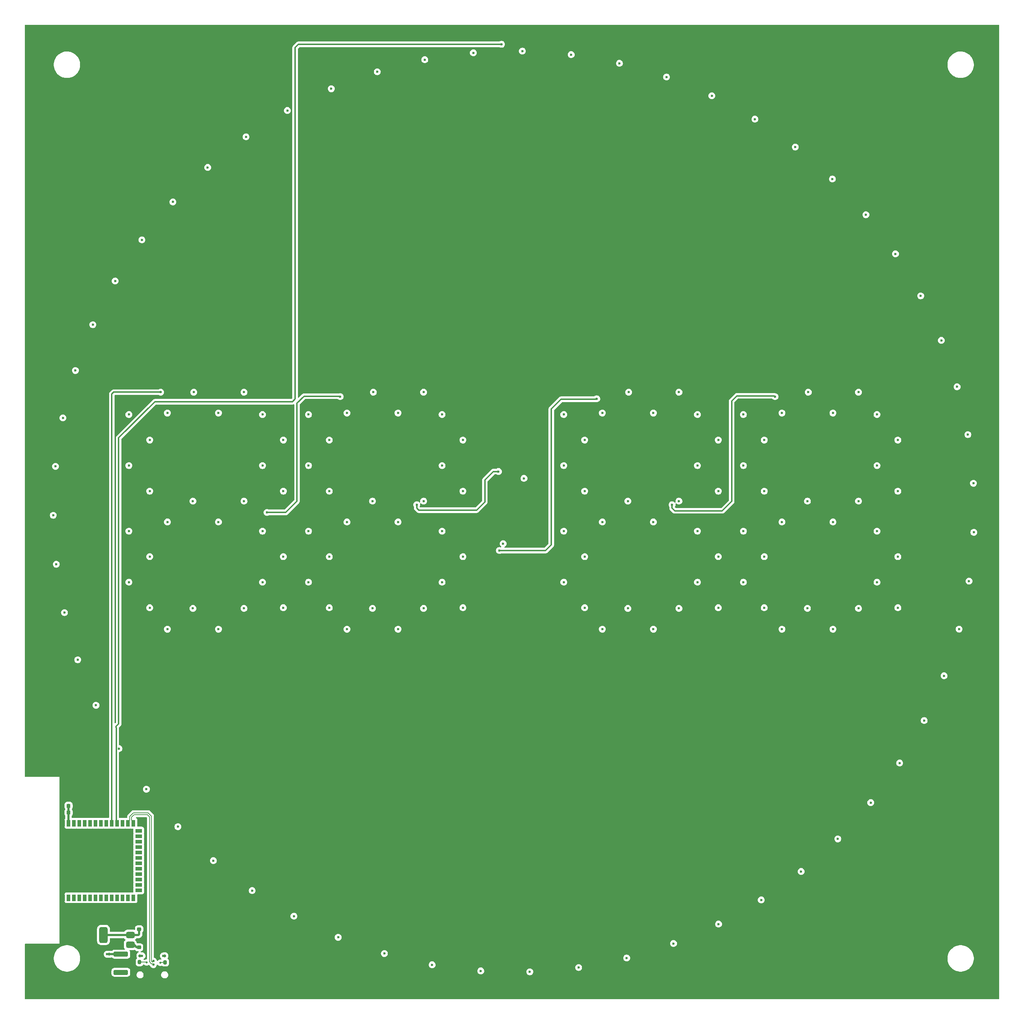
<source format=gbr>
%TF.GenerationSoftware,KiCad,Pcbnew,8.0.9*%
%TF.CreationDate,2025-07-03T09:04:04+02:00*%
%TF.ProjectId,Project,50726f6a-6563-4742-9e6b-696361645f70,rev?*%
%TF.SameCoordinates,Original*%
%TF.FileFunction,Copper,L4,Bot*%
%TF.FilePolarity,Positive*%
%FSLAX46Y46*%
G04 Gerber Fmt 4.6, Leading zero omitted, Abs format (unit mm)*
G04 Created by KiCad (PCBNEW 8.0.9) date 2025-07-03 09:04:04*
%MOMM*%
%LPD*%
G01*
G04 APERTURE LIST*
G04 Aperture macros list*
%AMRoundRect*
0 Rectangle with rounded corners*
0 $1 Rounding radius*
0 $2 $3 $4 $5 $6 $7 $8 $9 X,Y pos of 4 corners*
0 Add a 4 corners polygon primitive as box body*
4,1,4,$2,$3,$4,$5,$6,$7,$8,$9,$2,$3,0*
0 Add four circle primitives for the rounded corners*
1,1,$1+$1,$2,$3*
1,1,$1+$1,$4,$5*
1,1,$1+$1,$6,$7*
1,1,$1+$1,$8,$9*
0 Add four rect primitives between the rounded corners*
20,1,$1+$1,$2,$3,$4,$5,0*
20,1,$1+$1,$4,$5,$6,$7,0*
20,1,$1+$1,$6,$7,$8,$9,0*
20,1,$1+$1,$8,$9,$2,$3,0*%
G04 Aperture macros list end*
%TA.AperFunction,ComponentPad*%
%ADD10O,1.000000X1.800000*%
%TD*%
%TA.AperFunction,ComponentPad*%
%ADD11O,1.000000X2.200000*%
%TD*%
%TA.AperFunction,SMDPad,CuDef*%
%ADD12RoundRect,0.200000X-0.200000X-0.275000X0.200000X-0.275000X0.200000X0.275000X-0.200000X0.275000X0*%
%TD*%
%TA.AperFunction,SMDPad,CuDef*%
%ADD13RoundRect,0.375000X0.625000X0.375000X-0.625000X0.375000X-0.625000X-0.375000X0.625000X-0.375000X0*%
%TD*%
%TA.AperFunction,SMDPad,CuDef*%
%ADD14RoundRect,0.500000X0.500000X1.400000X-0.500000X1.400000X-0.500000X-1.400000X0.500000X-1.400000X0*%
%TD*%
%TA.AperFunction,SMDPad,CuDef*%
%ADD15RoundRect,0.150000X-0.150000X-0.200000X0.150000X-0.200000X0.150000X0.200000X-0.150000X0.200000X0*%
%TD*%
%TA.AperFunction,SMDPad,CuDef*%
%ADD16RoundRect,0.225000X0.225000X0.250000X-0.225000X0.250000X-0.225000X-0.250000X0.225000X-0.250000X0*%
%TD*%
%TA.AperFunction,SMDPad,CuDef*%
%ADD17RoundRect,0.225000X0.250000X-0.225000X0.250000X0.225000X-0.250000X0.225000X-0.250000X-0.225000X0*%
%TD*%
%TA.AperFunction,SMDPad,CuDef*%
%ADD18RoundRect,0.150000X0.150000X0.200000X-0.150000X0.200000X-0.150000X-0.200000X0.150000X-0.200000X0*%
%TD*%
%TA.AperFunction,SMDPad,CuDef*%
%ADD19RoundRect,0.150000X-0.200000X0.150000X-0.200000X-0.150000X0.200000X-0.150000X0.200000X0.150000X0*%
%TD*%
%TA.AperFunction,SMDPad,CuDef*%
%ADD20R,0.900000X0.900000*%
%TD*%
%TA.AperFunction,SMDPad,CuDef*%
%ADD21R,0.900000X1.500000*%
%TD*%
%TA.AperFunction,SMDPad,CuDef*%
%ADD22R,1.500000X0.900000*%
%TD*%
%TA.AperFunction,SMDPad,CuDef*%
%ADD23RoundRect,0.250000X-1.450000X0.312500X-1.450000X-0.312500X1.450000X-0.312500X1.450000X0.312500X0*%
%TD*%
%TA.AperFunction,SMDPad,CuDef*%
%ADD24RoundRect,0.200000X0.200000X0.275000X-0.200000X0.275000X-0.200000X-0.275000X0.200000X-0.275000X0*%
%TD*%
%TA.AperFunction,ViaPad*%
%ADD25C,0.600000*%
%TD*%
%TA.AperFunction,ViaPad*%
%ADD26C,0.500000*%
%TD*%
%TA.AperFunction,Conductor*%
%ADD27C,0.300000*%
%TD*%
%TA.AperFunction,Conductor*%
%ADD28C,0.500000*%
%TD*%
%TA.AperFunction,Conductor*%
%ADD29C,0.160000*%
%TD*%
%TA.AperFunction,Conductor*%
%ADD30C,0.167100*%
%TD*%
G04 APERTURE END LIST*
D10*
%TO.P,J1,S1,SHIELD*%
%TO.N,GND*%
X250744400Y-328412737D03*
D11*
X250744400Y-332592737D03*
D10*
X259384400Y-328412737D03*
D11*
X259384400Y-332592737D03*
%TD*%
D12*
%TO.P,R1,1*%
%TO.N,Net-(J1-CC2)*%
X258072800Y-326115737D03*
%TO.P,R1,2*%
%TO.N,GND*%
X259722800Y-326115737D03*
%TD*%
D13*
%TO.P,U2,3,VI*%
%TO.N,+5V*%
X249880800Y-321992800D03*
D14*
%TO.P,U2,2,VO*%
%TO.N,+3V3*%
X243580800Y-319692800D03*
D13*
X249880800Y-319692800D03*
%TO.P,U2,1,GND*%
%TO.N,GND*%
X249880800Y-317392800D03*
%TD*%
D15*
%TO.P,D176,1,A1*%
%TO.N,GND*%
X259369200Y-324617137D03*
%TO.P,D176,2,A2*%
%TO.N,USB_P*%
X257969200Y-324617137D03*
%TD*%
D16*
%TO.P,C1,1*%
%TO.N,+3V3*%
X235377400Y-290913600D03*
%TO.P,C1,2*%
%TO.N,GND*%
X233827400Y-290913600D03*
%TD*%
D17*
%TO.P,C4,2*%
%TO.N,GND*%
X251963600Y-316795600D03*
%TO.P,C4,1*%
%TO.N,+3V3*%
X251963600Y-318345600D03*
%TD*%
D18*
%TO.P,D175,1,A1*%
%TO.N,GND*%
X250755600Y-324591737D03*
%TO.P,D175,2,A2*%
%TO.N,USB_N*%
X252155600Y-324591737D03*
%TD*%
D17*
%TO.P,C3,2*%
%TO.N,GND*%
X251938200Y-321037400D03*
%TO.P,C3,1*%
%TO.N,+5V*%
X251938200Y-322587400D03*
%TD*%
D16*
%TO.P,C2,1*%
%TO.N,+3V3*%
X235377400Y-289364200D03*
%TO.P,C2,2*%
%TO.N,GND*%
X233827400Y-289364200D03*
%TD*%
D19*
%TO.P,D180,1,A1*%
%TO.N,GND*%
X244953200Y-325621937D03*
%TO.P,D180,2,A2*%
%TO.N,+5V*%
X244953200Y-324221937D03*
%TD*%
D20*
%TO.P,IC1,49,GND_11*%
%TO.N,GND*%
X240422000Y-302091200D03*
%TO.P,IC1,48,GND_10*%
X241822000Y-302091200D03*
%TO.P,IC1,47,GND_9*%
X243222000Y-302091200D03*
%TO.P,IC1,46,GND_8*%
X243222000Y-300691200D03*
%TO.P,IC1,45,GND_7*%
X243222000Y-299291200D03*
%TO.P,IC1,44,GND_6*%
X241822000Y-299291200D03*
%TO.P,IC1,43,GND_5*%
X240422000Y-299291200D03*
%TO.P,IC1,42,GND_4*%
X240422000Y-300691200D03*
%TO.P,IC1,41,GND_3*%
X241822000Y-300691200D03*
D21*
%TO.P,IC1,40,GND_2*%
X234102000Y-310941200D03*
%TO.P,IC1,39,IO1*%
%TO.N,unconnected-(IC1-IO1-Pad39)*%
X235372000Y-310941200D03*
%TO.P,IC1,38,IO2*%
%TO.N,unconnected-(IC1-IO2-Pad38)*%
X236642000Y-310941200D03*
%TO.P,IC1,37,TXD0*%
%TO.N,unconnected-(IC1-TXD0-Pad37)*%
X237912000Y-310941200D03*
%TO.P,IC1,36,RXD0*%
%TO.N,unconnected-(IC1-RXD0-Pad36)*%
X239182000Y-310941200D03*
%TO.P,IC1,35,IO42/MTMS*%
%TO.N,unconnected-(IC1-IO42{slash}MTMS-Pad35)*%
X240452000Y-310941200D03*
%TO.P,IC1,34,IO41/MTDI*%
%TO.N,unconnected-(IC1-IO41{slash}MTDI-Pad34)*%
X241722000Y-310941200D03*
%TO.P,IC1,33,IO40/MTDO*%
%TO.N,unconnected-(IC1-IO40{slash}MTDO-Pad33)*%
X242992000Y-310941200D03*
%TO.P,IC1,32,IO39/MTCK*%
%TO.N,unconnected-(IC1-IO39{slash}MTCK-Pad32)*%
X244262000Y-310941200D03*
%TO.P,IC1,31,IO38*%
%TO.N,unconnected-(IC1-IO38-Pad31)*%
X245532000Y-310941200D03*
%TO.P,IC1,30,IO37*%
%TO.N,unconnected-(IC1-IO37-Pad30)*%
X246802000Y-310941200D03*
%TO.P,IC1,29,IO36*%
%TO.N,unconnected-(IC1-IO36-Pad29)*%
X248072000Y-310941200D03*
%TO.P,IC1,28,IO35*%
%TO.N,unconnected-(IC1-IO35-Pad28)*%
X249342000Y-310941200D03*
%TO.P,IC1,27,IO0*%
%TO.N,BOOT0*%
X250612000Y-310941200D03*
D22*
%TO.P,IC1,26,IO45*%
%TO.N,unconnected-(IC1-IO45-Pad26)*%
X251862000Y-309176200D03*
%TO.P,IC1,25,IO48*%
%TO.N,unconnected-(IC1-IO48-Pad25)*%
X251862000Y-307906200D03*
%TO.P,IC1,24,IO47*%
%TO.N,unconnected-(IC1-IO47-Pad24)*%
X251862000Y-306636200D03*
%TO.P,IC1,23,IO21*%
%TO.N,unconnected-(IC1-IO21-Pad23)*%
X251862000Y-305366200D03*
%TO.P,IC1,22,IO14*%
%TO.N,unconnected-(IC1-IO14-Pad22)*%
X251862000Y-304096200D03*
%TO.P,IC1,21,IO13*%
%TO.N,unconnected-(IC1-IO13-Pad21)*%
X251862000Y-302826200D03*
%TO.P,IC1,20,IO12*%
%TO.N,unconnected-(IC1-IO12-Pad20)*%
X251862000Y-301556200D03*
%TO.P,IC1,19,IO11*%
%TO.N,unconnected-(IC1-IO11-Pad19)*%
X251862000Y-300286200D03*
%TO.P,IC1,18,IO10*%
%TO.N,unconnected-(IC1-IO10-Pad18)*%
X251862000Y-299016200D03*
%TO.P,IC1,17,IO9*%
%TO.N,unconnected-(IC1-IO9-Pad17)*%
X251862000Y-297746200D03*
%TO.P,IC1,16,IO46*%
%TO.N,unconnected-(IC1-IO46-Pad16)*%
X251862000Y-296476200D03*
%TO.P,IC1,15,IO3*%
%TO.N,unconnected-(IC1-IO3-Pad15)*%
X251862000Y-295206200D03*
D21*
%TO.P,IC1,14,IO20/USB_D+*%
%TO.N,USB_P*%
X250612000Y-293441200D03*
%TO.P,IC1,13,IO19/USB_D-*%
%TO.N,USB_N*%
X249342000Y-293441200D03*
%TO.P,IC1,12,IO8*%
%TO.N,unconnected-(IC1-IO8-Pad12)*%
X248072000Y-293441200D03*
%TO.P,IC1,11,IO18*%
%TO.N,LED_CIRCLE*%
X246802000Y-293441200D03*
%TO.P,IC1,10,IO17*%
%TO.N,LED_SEGMENTS*%
X245532000Y-293441200D03*
%TO.P,IC1,9,IO16*%
%TO.N,unconnected-(IC1-IO16-Pad9)*%
X244262000Y-293441200D03*
%TO.P,IC1,8,IO15*%
%TO.N,unconnected-(IC1-IO15-Pad8)*%
X242992000Y-293441200D03*
%TO.P,IC1,7,IO7*%
%TO.N,unconnected-(IC1-IO7-Pad7)*%
X241722000Y-293441200D03*
%TO.P,IC1,6,IO6*%
%TO.N,unconnected-(IC1-IO6-Pad6)*%
X240452000Y-293441200D03*
%TO.P,IC1,5,IO5*%
%TO.N,unconnected-(IC1-IO5-Pad5)*%
X239182000Y-293441200D03*
%TO.P,IC1,4,IO4*%
%TO.N,unconnected-(IC1-IO4-Pad4)*%
X237912000Y-293441200D03*
%TO.P,IC1,3,EN*%
%TO.N,ESP_EN*%
X236642000Y-293441200D03*
%TO.P,IC1,2,3V3*%
%TO.N,+3V3*%
X235372000Y-293441200D03*
%TO.P,IC1,1,GND_1*%
%TO.N,GND*%
X234102000Y-293441200D03*
%TD*%
D23*
%TO.P,F3,1*%
%TO.N,+5V*%
X247671000Y-324202937D03*
%TO.P,F3,2*%
%TO.N,Net-(F3-Pad2)*%
X247671000Y-328477937D03*
%TD*%
D24*
%TO.P,R2,1*%
%TO.N,Net-(J1-CC1)*%
X252052000Y-326090337D03*
%TO.P,R2,2*%
%TO.N,GND*%
X250402000Y-326090337D03*
%TD*%
D25*
%TO.N,LED_CIRCLE*%
X337100000Y-110400000D03*
%TO.N,+5V*%
X244419800Y-324210737D03*
%TO.N,Net-(F3-Pad2)*%
X247671000Y-328477937D03*
%TO.N,GND*%
X234102000Y-293441200D03*
X234102000Y-310941200D03*
X240422000Y-302091200D03*
X240422000Y-300691200D03*
X241822000Y-300691200D03*
X241822000Y-302091200D03*
X243222000Y-302091200D03*
X243222000Y-300691200D03*
X243222000Y-299291200D03*
X241822000Y-299291200D03*
X240422000Y-299291200D03*
%TO.N,+5V*%
X393950001Y-224800000D03*
%TO.N,GND*%
X398850001Y-224800000D03*
X393950001Y-230800000D03*
%TO.N,+5V*%
X398850001Y-230800000D03*
%TO.N,GND*%
X398850001Y-236800000D03*
%TO.N,+5V*%
X393950001Y-236800000D03*
%TO.N,GND*%
X393950001Y-242800000D03*
%TO.N,+5V*%
X398850001Y-242800000D03*
%TO.N,GND*%
X403000000Y-242950000D03*
%TO.N,+5V*%
X403000000Y-247850000D03*
%TO.N,GND*%
X409000000Y-247850000D03*
%TO.N,+5V*%
X409000000Y-242950000D03*
%TO.N,GND*%
X415000000Y-242950000D03*
%TO.N,+5V*%
X415000000Y-247850000D03*
%TO.N,GND*%
X421000000Y-247850000D03*
%TO.N,+5V*%
X421000000Y-242950000D03*
%TO.N,GND*%
X425350000Y-242800000D03*
%TO.N,+5V*%
X430250000Y-242800000D03*
%TO.N,GND*%
X430250000Y-236800000D03*
%TO.N,+5V*%
X425350000Y-236800000D03*
%TO.N,GND*%
X425350000Y-230800000D03*
%TO.N,+5V*%
X430250000Y-230800000D03*
%TO.N,GND*%
X430250000Y-224800000D03*
%TO.N,+5V*%
X425350000Y-224800000D03*
%TO.N,GND*%
X398850000Y-197400000D03*
%TO.N,+5V*%
X393950000Y-197400000D03*
%TO.N,GND*%
X393950001Y-203400000D03*
%TO.N,+5V*%
X398850001Y-203400000D03*
%TO.N,GND*%
X398850001Y-209400000D03*
%TO.N,+5V*%
X393950001Y-209400000D03*
%TO.N,GND*%
X393950001Y-215400000D03*
%TO.N,+5V*%
X398850001Y-215400000D03*
%TO.N,GND*%
X403000000Y-217750000D03*
%TO.N,+5V*%
X403000000Y-222650000D03*
%TO.N,GND*%
X409000000Y-222650000D03*
%TO.N,+5V*%
X409000000Y-217750000D03*
%TO.N,GND*%
X415000000Y-217750000D03*
%TO.N,+5V*%
X415000000Y-222650000D03*
%TO.N,GND*%
X421000000Y-222650000D03*
%TO.N,+5V*%
X421000000Y-217750000D03*
%TO.N,GND*%
X425350000Y-215400000D03*
%TO.N,+5V*%
X430250000Y-215400000D03*
%TO.N,GND*%
X430250000Y-209399999D03*
%TO.N,+5V*%
X425350000Y-209399999D03*
%TO.N,GND*%
X425350000Y-203399999D03*
%TO.N,+5V*%
X430250000Y-203399999D03*
%TO.N,GND*%
X430250000Y-197399999D03*
%TO.N,+5V*%
X425350000Y-197399999D03*
X421000000Y-192150000D03*
%TO.N,GND*%
X421000000Y-197050000D03*
%TO.N,+5V*%
X415000000Y-197050000D03*
%TO.N,GND*%
X415000000Y-192150000D03*
%TO.N,+5V*%
X409200000Y-192150000D03*
X403000000Y-197050000D03*
%TO.N,GND*%
X403000000Y-192150000D03*
X356650001Y-224800000D03*
%TO.N,+5V*%
X351750001Y-224800000D03*
%TO.N,GND*%
X351750001Y-230800000D03*
%TO.N,+5V*%
X356650001Y-230800000D03*
%TO.N,GND*%
X356650001Y-236800000D03*
%TO.N,+5V*%
X351750001Y-236800000D03*
%TO.N,GND*%
X351750001Y-242800000D03*
%TO.N,+5V*%
X356650001Y-242800000D03*
%TO.N,GND*%
X360800000Y-242950000D03*
%TO.N,+5V*%
X360800000Y-247850000D03*
%TO.N,GND*%
X366800000Y-247850000D03*
%TO.N,+5V*%
X366800000Y-242950000D03*
%TO.N,GND*%
X372800000Y-242950000D03*
%TO.N,+5V*%
X372800000Y-247850000D03*
%TO.N,GND*%
X378800000Y-247850000D03*
%TO.N,+5V*%
X378800000Y-242950000D03*
%TO.N,GND*%
X383150000Y-242800000D03*
%TO.N,+5V*%
X388050000Y-242800000D03*
%TO.N,GND*%
X388050000Y-236800000D03*
%TO.N,+5V*%
X383150000Y-236800000D03*
%TO.N,GND*%
X383150000Y-230800000D03*
%TO.N,+5V*%
X388050000Y-230800000D03*
%TO.N,GND*%
X388050000Y-224800000D03*
%TO.N,+5V*%
X383150000Y-224800000D03*
X351750000Y-197400000D03*
%TO.N,GND*%
X356650000Y-197400000D03*
%TO.N,+5V*%
X356650001Y-203400000D03*
%TO.N,GND*%
X351750001Y-203400000D03*
%TO.N,+5V*%
X351750001Y-209400000D03*
%TO.N,GND*%
X356650001Y-209400000D03*
%TO.N,+5V*%
X356650001Y-215400000D03*
%TO.N,GND*%
X351750001Y-215400000D03*
X360800000Y-217750000D03*
%TO.N,+5V*%
X360800000Y-222650000D03*
%TO.N,GND*%
X366800000Y-222650000D03*
%TO.N,+5V*%
X366800000Y-217750000D03*
%TO.N,GND*%
X372800000Y-217750000D03*
%TO.N,+5V*%
X372800000Y-222650000D03*
%TO.N,GND*%
X378800000Y-222650000D03*
%TO.N,+5V*%
X378800000Y-217750000D03*
%TO.N,GND*%
X383150000Y-215400000D03*
%TO.N,+5V*%
X388050000Y-215400000D03*
%TO.N,GND*%
X388050000Y-209399999D03*
%TO.N,+5V*%
X383150000Y-209399999D03*
%TO.N,GND*%
X383150000Y-203399999D03*
%TO.N,+5V*%
X388050000Y-203399999D03*
%TO.N,GND*%
X388050000Y-197399999D03*
%TO.N,+5V*%
X383150000Y-197399999D03*
X378800000Y-192150000D03*
%TO.N,GND*%
X378800000Y-197050000D03*
%TO.N,+5V*%
X372800000Y-197050000D03*
%TO.N,GND*%
X372800000Y-192150000D03*
%TO.N,+5V*%
X367000000Y-192150000D03*
%TO.N,GND*%
X367000000Y-197050000D03*
%TO.N,+5V*%
X360800000Y-197050000D03*
%TO.N,GND*%
X360800000Y-192150000D03*
%TO.N,+5V*%
X337500000Y-227750000D03*
%TO.N,GND*%
X342400000Y-227750000D03*
%TO.N,+5V*%
X342400000Y-212400000D03*
%TO.N,GND*%
X337500000Y-212400000D03*
X296650001Y-224800000D03*
%TO.N,+5V*%
X291750001Y-224800000D03*
X296650001Y-230800000D03*
%TO.N,GND*%
X291750001Y-230800000D03*
%TO.N,+5V*%
X291750001Y-236800000D03*
%TO.N,GND*%
X296650001Y-236800000D03*
%TO.N,+5V*%
X296650001Y-242800000D03*
%TO.N,GND*%
X291750001Y-242800000D03*
X300800000Y-242950000D03*
%TO.N,+5V*%
X300800000Y-247850000D03*
%TO.N,GND*%
X306800000Y-247850000D03*
%TO.N,+5V*%
X306800000Y-242950000D03*
%TO.N,GND*%
X312800000Y-242950000D03*
%TO.N,+5V*%
X312800000Y-247850000D03*
%TO.N,GND*%
X318800000Y-247850000D03*
%TO.N,+5V*%
X318800000Y-242950000D03*
X328050000Y-242800000D03*
%TO.N,GND*%
X323150000Y-242800000D03*
%TO.N,+5V*%
X323150000Y-236800000D03*
%TO.N,GND*%
X328050000Y-236800000D03*
%TO.N,+5V*%
X328050000Y-230800000D03*
%TO.N,GND*%
X323150000Y-230800000D03*
X328050000Y-224800000D03*
%TO.N,+5V*%
X323150000Y-224800000D03*
%TO.N,GND*%
X296650000Y-197400000D03*
%TO.N,+5V*%
X291750000Y-197400000D03*
X296650001Y-203400000D03*
%TO.N,GND*%
X291750001Y-203400000D03*
X296650001Y-209400000D03*
%TO.N,+5V*%
X291750001Y-209400000D03*
%TO.N,GND*%
X291750001Y-215400000D03*
%TO.N,+5V*%
X296650001Y-215400000D03*
%TO.N,GND*%
X300800000Y-217750000D03*
%TO.N,+5V*%
X300800000Y-222650000D03*
%TO.N,GND*%
X306800000Y-222650000D03*
%TO.N,+5V*%
X306800000Y-217750000D03*
%TO.N,GND*%
X312800000Y-217750000D03*
%TO.N,+5V*%
X312800000Y-222650000D03*
%TO.N,GND*%
X318800000Y-222650000D03*
%TO.N,+5V*%
X318800000Y-217750000D03*
X328050000Y-203399999D03*
%TO.N,GND*%
X323150000Y-215400000D03*
%TO.N,+5V*%
X328050000Y-215400000D03*
%TO.N,GND*%
X328050000Y-209399999D03*
%TO.N,+5V*%
X323150000Y-209399999D03*
%TO.N,GND*%
X323150000Y-203399999D03*
X328050000Y-197399999D03*
%TO.N,+5V*%
X323150000Y-197399999D03*
X318800000Y-192150000D03*
%TO.N,GND*%
X318800000Y-197050000D03*
%TO.N,+5V*%
X312800000Y-197050000D03*
X307000000Y-192150000D03*
%TO.N,GND*%
X307000000Y-197050000D03*
%TO.N,+5V*%
X300800000Y-197050000D03*
%TO.N,GND*%
X300800000Y-192150000D03*
X285850000Y-224800000D03*
%TO.N,+5V*%
X280950000Y-224800000D03*
%TO.N,GND*%
X280950000Y-230800000D03*
%TO.N,+5V*%
X285850000Y-230800000D03*
%TO.N,GND*%
X285850000Y-236800000D03*
%TO.N,+5V*%
X280950000Y-236800000D03*
X285850000Y-242800000D03*
%TO.N,GND*%
X280950000Y-242800000D03*
X276600000Y-247850000D03*
%TO.N,+5V*%
X276600000Y-242950000D03*
X270600000Y-247850000D03*
%TO.N,GND*%
X270600000Y-242950000D03*
X264600000Y-247850000D03*
%TO.N,+5V*%
X264600000Y-242950000D03*
%TO.N,GND*%
X258600000Y-242950000D03*
%TO.N,+5V*%
X258600000Y-247850000D03*
X254450000Y-242800000D03*
%TO.N,GND*%
X249550000Y-242800000D03*
X254450000Y-236800000D03*
%TO.N,+5V*%
X249550000Y-236800000D03*
%TO.N,GND*%
X249550000Y-230800000D03*
%TO.N,+5V*%
X254450000Y-230800000D03*
%TO.N,GND*%
X254450000Y-224800000D03*
%TO.N,+5V*%
X249550000Y-224800000D03*
%TO.N,GND*%
X254450000Y-197400000D03*
%TO.N,+5V*%
X249550000Y-197400000D03*
X254450000Y-203400000D03*
%TO.N,GND*%
X249550000Y-203400000D03*
%TO.N,+5V*%
X249550000Y-209400000D03*
%TO.N,GND*%
X254450000Y-209400000D03*
X249550000Y-215400000D03*
%TO.N,+5V*%
X254450000Y-215400000D03*
X258600000Y-222650000D03*
%TO.N,GND*%
X258600000Y-217750000D03*
%TO.N,+5V*%
X264600000Y-217750000D03*
%TO.N,GND*%
X264600000Y-222650000D03*
%TO.N,+5V*%
X270600000Y-222650000D03*
%TO.N,GND*%
X270600000Y-217750000D03*
X276600000Y-222650000D03*
%TO.N,+5V*%
X276600000Y-217750000D03*
%TO.N,GND*%
X280950000Y-215400000D03*
%TO.N,+5V*%
X285850000Y-215400000D03*
%TO.N,GND*%
X285850000Y-209400000D03*
%TO.N,+5V*%
X280950000Y-209400000D03*
%TO.N,GND*%
X280950000Y-203400000D03*
%TO.N,+5V*%
X285850000Y-203400000D03*
%TO.N,GND*%
X285850000Y-197400000D03*
%TO.N,+5V*%
X280950000Y-197400000D03*
X276600000Y-192150000D03*
%TO.N,GND*%
X276600000Y-197050000D03*
%TO.N,+5V*%
X270600000Y-197050000D03*
%TO.N,GND*%
X270600000Y-192150000D03*
%TO.N,+5V*%
X264800000Y-192150000D03*
%TO.N,GND*%
X264800000Y-197111400D03*
%TO.N,+5V*%
X258600000Y-197050000D03*
%TO.N,GND*%
X258600000Y-192031400D03*
X325614940Y-112921297D03*
%TO.N,+5V*%
X330487178Y-112400435D03*
%TO.N,GND*%
X314293416Y-115058088D03*
X303263158Y-118386178D03*
%TO.N,+5V*%
X297111242Y-120843096D03*
%TO.N,GND*%
X292649142Y-122867856D03*
%TO.N,+5V*%
X286793232Y-125964763D03*
%TO.N,GND*%
X282571628Y-128452345D03*
%TO.N,+5V*%
X277078075Y-132154152D03*
%TO.N,GND*%
X273144801Y-135076370D03*
%TO.N,+5V*%
X268075847Y-139341134D03*
%TO.N,GND*%
X264475469Y-142664878D03*
%TO.N,+5V*%
X259888547Y-147444278D03*
%TO.N,GND*%
X256661857Y-151131888D03*
%TO.N,+5V*%
X252608941Y-156371771D03*
%TO.N,GND*%
X249792499Y-160381467D03*
%TO.N,+5V*%
X246319509Y-166022463D03*
%TO.N,GND*%
X243945227Y-170308813D03*
%TO.N,+5V*%
X241091512Y-176287008D03*
%TO.N,GND*%
X239186292Y-180801444D03*
%TO.N,+5V*%
X236984186Y-187049102D03*
%TO.N,GND*%
X235569614Y-191740476D03*
%TO.N,+5V*%
X234044068Y-198186810D03*
%TO.N,GND*%
X233136172Y-203001966D03*
%TO.N,+5V*%
X232304472Y-209573935D03*
%TO.N,GND*%
X231913538Y-214458315D03*
%TO.N,+5V*%
X231785107Y-221081455D03*
%TO.N,GND*%
X231915567Y-225979723D03*
%TO.N,+5V*%
X232491859Y-232578993D03*
%TO.N,GND*%
X233142231Y-237435639D03*
%TO.N,+5V*%
X234416718Y-243936270D03*
%TO.N,GND*%
X235579636Y-248696272D03*
%TO.N,+5V*%
X237537876Y-255024605D03*
%TO.N,GND*%
X239200162Y-259634031D03*
%TO.N,+5V*%
X241819970Y-265718365D03*
%TO.N,GND*%
X243962790Y-270124987D03*
%TO.N,+5V*%
X247214480Y-275896384D03*
%TO.N,GND*%
X249813556Y-280050274D03*
%TO.N,+5V*%
X253660285Y-285443342D03*
%TO.N,GND*%
X256686169Y-289297434D03*
%TO.N,+5V*%
X261084353Y-294251067D03*
%TO.N,GND*%
X264502759Y-297761695D03*
%TO.N,+5V*%
X269402565Y-302219767D03*
%TO.N,GND*%
X273174761Y-305347151D03*
%TO.N,+5V*%
X278520673Y-309259151D03*
%TO.N,GND*%
X282603919Y-311967859D03*
%TO.N,+5V*%
X288335364Y-315289460D03*
%TO.N,GND*%
X292683396Y-317548800D03*
%TO.N,+5V*%
X298735437Y-320242370D03*
%TO.N,GND*%
X303298989Y-322026744D03*
%TO.N,+5V*%
X309603052Y-324061762D03*
%TO.N,GND*%
X314330418Y-325350952D03*
%TO.N,+5V*%
X320815076Y-326704360D03*
%TO.N,GND*%
X325652694Y-327483758D03*
%TO.N,+5V*%
X332244473Y-328140223D03*
%TO.N,GND*%
X337137529Y-328400999D03*
%TO.N,+5V*%
X343761743Y-328353082D03*
%TO.N,GND*%
X348654797Y-328092282D03*
%TO.N,+5V*%
X355236390Y-327340526D03*
%TO.N,GND*%
X360074004Y-326561104D03*
%TO.N,+5V*%
X366538405Y-325114027D03*
%TO.N,GND*%
X371265765Y-323824813D03*
%TO.N,+5V*%
X377539728Y-321698811D03*
%TO.N,GND*%
X382103272Y-319914415D03*
%TO.N,+5V*%
X388115713Y-317133576D03*
%TO.N,GND*%
X392463733Y-314874214D03*
%TO.N,+5V*%
X398146527Y-311470046D03*
%TO.N,GND*%
X402229759Y-308761318D03*
%TO.N,+5V*%
X407518520Y-304772392D03*
%TO.N,GND*%
X411290700Y-301644988D03*
%TO.N,+5V*%
X416125501Y-297116500D03*
%TO.N,GND*%
X419543889Y-293605856D03*
%TO.N,+5V*%
X423869952Y-288589115D03*
%TO.N,GND*%
X426895816Y-284735007D03*
%TO.N,+5V*%
X430664124Y-279286856D03*
%TO.N,GND*%
X433263180Y-275132952D03*
%TO.N,+5V*%
X436431038Y-269315119D03*
%TO.N,GND*%
X438573836Y-264908487D03*
%TO.N,+5V*%
X441105350Y-258786890D03*
%TO.N,GND*%
X442767614Y-254177456D03*
%TO.N,+5V*%
X444634101Y-247821456D03*
%TO.N,GND*%
X445796995Y-243061448D03*
%TO.N,+5V*%
X446977308Y-236543061D03*
%TO.N,GND*%
X447627656Y-231686411D03*
%TO.N,+5V*%
X448108420Y-225079493D03*
%TO.N,GND*%
X448238854Y-220181229D03*
X447623666Y-208676259D03*
X445789060Y-197301858D03*
X442755823Y-186186902D03*
X438558324Y-175457327D03*
X433244122Y-165234702D03*
%TO.N,+5V*%
X429689889Y-159644539D03*
%TO.N,GND*%
X426873427Y-155634857D03*
%TO.N,+5V*%
X422745132Y-150454153D03*
%TO.N,GND*%
X419518424Y-146766559D03*
%TO.N,+5V*%
X414862842Y-142054016D03*
%TO.N,GND*%
X411262446Y-138730290D03*
%TO.N,+5V*%
X406132327Y-134539301D03*
%TO.N,GND*%
X402199039Y-131617103D03*
%TO.N,+5V*%
X396652508Y-127995155D03*
%TO.N,GND*%
X392430892Y-125507595D03*
%TO.N,+5V*%
X386530795Y-122495726D03*
%TO.N,GND*%
X382068683Y-120470988D03*
%TO.N,+5V*%
X375881869Y-118103323D03*
%TO.N,GND*%
X371229821Y-116564349D03*
%TO.N,+5V*%
X364826388Y-114867714D03*
%TO.N,GND*%
X360037112Y-113831940D03*
%TO.N,+5V*%
X353489615Y-112825561D03*
%TO.N,GND*%
X348617375Y-112304723D03*
%TO.N,+5V*%
X342000000Y-112000000D03*
%TO.N,GND*%
X337100000Y-112000000D03*
%TO.N,+5V*%
X448014624Y-213560637D03*
X446696980Y-202117010D03*
X444170419Y-190878268D03*
X440463566Y-179971753D03*
X435618424Y-169521040D03*
X319082688Y-114022290D03*
X307915198Y-116847180D03*
X249880800Y-321992800D03*
%TO.N,/led_segment/LED_DO*%
X282000000Y-220400000D03*
X299200000Y-193200000D03*
%TO.N,/led_segment1/LED_DO*%
X317200000Y-218600000D03*
X336400000Y-210800000D03*
%TO.N,/led_segment2/LED_DO*%
X377200000Y-218600000D03*
X401400000Y-193200000D03*
D26*
%TO.N,Net-(J1-CC2)*%
X256903900Y-326204637D03*
%TO.N,Net-(J1-CC1)*%
X253703500Y-326153837D03*
D25*
%TO.N,/led_segment2/LED_DI*%
X359500000Y-193700000D03*
X336600000Y-229350000D03*
%TO.N,GND*%
X250402000Y-326090337D03*
X259722800Y-326115737D03*
X250769800Y-323956737D03*
X259394600Y-323993337D03*
X244913600Y-326282337D03*
%TO.N,USB_P*%
X255326920Y-326668073D03*
%TO.N,USB_N*%
X255326920Y-325818073D03*
X252649400Y-324591737D03*
%TO.N,USB_P*%
X257627800Y-324617137D03*
%TO.N,GND*%
X262733200Y-330284937D03*
X247444100Y-330334737D03*
%TO.N,+3V3*%
X243580800Y-319692800D03*
X235377400Y-289364200D03*
%TO.N,ESP_EN*%
X236642000Y-293441200D03*
%TO.N,BOOT0*%
X250612000Y-310941200D03*
%TO.N,LED_SEGMENTS*%
X257000000Y-192150000D03*
%TD*%
D27*
%TO.N,LED_CIRCLE*%
X337078800Y-110421200D02*
X337100000Y-110400000D01*
X288615800Y-193758600D02*
X288615800Y-111183200D01*
X287980800Y-194393600D02*
X288615800Y-193758600D01*
X255647355Y-194393600D02*
X287980800Y-194393600D01*
X247137600Y-202903355D02*
X255647355Y-194393600D01*
X289377800Y-110421200D02*
X337078800Y-110421200D01*
X246584480Y-271005680D02*
X246502600Y-270923800D01*
X288615800Y-111183200D02*
X289377800Y-110421200D01*
X246584480Y-293223680D02*
X246584480Y-271005680D01*
X246502600Y-270720600D02*
X247137600Y-270085600D01*
X247137600Y-270085600D02*
X247137600Y-202903355D01*
X246502600Y-270923800D02*
X246502600Y-270720600D01*
X246802000Y-293441200D02*
X246584480Y-293223680D01*
%TO.N,LED_SEGMENTS*%
X245532000Y-192595600D02*
X245977600Y-192150000D01*
X245977600Y-192150000D02*
X257000000Y-192150000D01*
X245532000Y-293441200D02*
X245532000Y-192595600D01*
D28*
%TO.N,+5V*%
X244431000Y-324221937D02*
X244419800Y-324210737D01*
X244953200Y-324221937D02*
X244431000Y-324221937D01*
X244972200Y-324202937D02*
X247671000Y-324202937D01*
X244953200Y-324221937D02*
X244972200Y-324202937D01*
X251367000Y-322587400D02*
X251938200Y-322587400D01*
X249880800Y-321992800D02*
X250772400Y-321992800D01*
X250772400Y-321992800D02*
X251367000Y-322587400D01*
%TO.N,+3V3*%
X249880800Y-319692800D02*
X251797200Y-319692800D01*
X235372000Y-293441200D02*
X235372000Y-290919000D01*
X251963600Y-319526400D02*
X251963600Y-318345600D01*
X235372000Y-290919000D02*
X235377400Y-290913600D01*
X235377400Y-290913600D02*
X235377400Y-289364200D01*
X243580800Y-319692800D02*
X249880800Y-319692800D01*
X251797200Y-319692800D02*
X251963600Y-319526400D01*
D27*
%TO.N,/led_segment/LED_DO*%
X299100000Y-193100000D02*
X290700000Y-193100000D01*
X299200000Y-193200000D02*
X299100000Y-193100000D01*
X290700000Y-193100000D02*
X289053553Y-194746447D01*
X286400000Y-220400000D02*
X282000000Y-220400000D01*
X289053553Y-194746447D02*
X289053553Y-217746447D01*
X289053553Y-217746447D02*
X286400000Y-220400000D01*
%TO.N,/led_segment1/LED_DO*%
X317200000Y-218600000D02*
X317200000Y-219400000D01*
X335200000Y-210800000D02*
X336400000Y-210800000D01*
X331240244Y-219880000D02*
X333200000Y-217920244D01*
X317680000Y-219880000D02*
X331240244Y-219880000D01*
X333200000Y-212800000D02*
X335200000Y-210800000D01*
X333200000Y-217920244D02*
X333200000Y-212800000D01*
X317200000Y-219400000D02*
X317680000Y-219880000D01*
%TO.N,/led_segment2/LED_DO*%
X392400000Y-193000000D02*
X401200000Y-193000000D01*
X377200000Y-218600000D02*
X377200000Y-219400000D01*
X391200000Y-194200000D02*
X392400000Y-193000000D01*
X401200000Y-193000000D02*
X401400000Y-193200000D01*
X388970000Y-220030000D02*
X391200000Y-217800000D01*
X377830000Y-220030000D02*
X388970000Y-220030000D01*
X391200000Y-217800000D02*
X391200000Y-194200000D01*
X377200000Y-219400000D02*
X377830000Y-220030000D01*
D29*
%TO.N,Net-(J1-CC2)*%
X258072800Y-326115737D02*
X256992800Y-326115737D01*
X256992800Y-326115737D02*
X256903900Y-326204637D01*
%TO.N,Net-(J1-CC1)*%
X252052000Y-326090337D02*
X253640000Y-326090337D01*
X253640000Y-326090337D02*
X253703500Y-326153837D01*
D27*
%TO.N,/led_segment2/LED_DI*%
X359400000Y-193800000D02*
X351100000Y-193800000D01*
X347450000Y-229350000D02*
X336600000Y-229350000D01*
X348800000Y-196100000D02*
X348800000Y-228000000D01*
X359500000Y-193700000D02*
X359400000Y-193800000D01*
X348800000Y-228000000D02*
X347450000Y-229350000D01*
X351100000Y-193800000D02*
X348800000Y-196100000D01*
%TO.N,GND*%
X250755600Y-324591737D02*
X250755600Y-323970937D01*
X250755600Y-323970937D02*
X250769800Y-323956737D01*
X259380400Y-324628337D02*
X259380400Y-324007537D01*
X259380400Y-324007537D02*
X259394600Y-323993337D01*
X244927800Y-325647337D02*
X244927800Y-326268137D01*
X244927800Y-326268137D02*
X244913600Y-326282337D01*
D30*
%TO.N,USB_N*%
X252155600Y-324591737D02*
X252649400Y-324591737D01*
%TO.N,USB_P*%
X257969200Y-324617137D02*
X257627800Y-324617137D01*
X255326920Y-326668073D02*
X255126921Y-326468074D01*
%TO.N,USB_N*%
X254855600Y-291734800D02*
X254088800Y-290968000D01*
%TO.N,USB_P*%
X254405600Y-326006230D02*
X254405600Y-291921200D01*
X255126921Y-326468074D02*
X254867444Y-326468074D01*
X254405600Y-291921200D02*
X253902400Y-291418000D01*
X254867444Y-326468074D02*
X254405600Y-326006230D01*
X250202000Y-292731200D02*
X250612000Y-293141200D01*
X253902400Y-291418000D02*
X250786800Y-291418000D01*
X250786800Y-291418000D02*
X250202000Y-292002800D01*
X250202000Y-292002800D02*
X250202000Y-292731200D01*
%TO.N,USB_N*%
X249342000Y-293141200D02*
X249342000Y-293441200D01*
%TO.N,USB_P*%
X250612000Y-293141200D02*
X250612000Y-293441200D01*
%TO.N,USB_N*%
X255326920Y-325818073D02*
X255126921Y-326018072D01*
X249752000Y-292731200D02*
X249342000Y-293141200D01*
X255126921Y-326018072D02*
X255053840Y-326018072D01*
X255053840Y-326018072D02*
X254855600Y-325819832D01*
X254855600Y-325819832D02*
X254855600Y-291734800D01*
X254088800Y-290968000D02*
X250600400Y-290968000D01*
X250600400Y-290968000D02*
X249752000Y-291816400D01*
X249752000Y-291816400D02*
X249752000Y-292731200D01*
%TD*%
%TA.AperFunction,Conductor*%
%TO.N,GND*%
G36*
X454021939Y-105821785D02*
G01*
X454067694Y-105874589D01*
X454078900Y-105926100D01*
X454078900Y-334677100D01*
X454059215Y-334744139D01*
X454006411Y-334789894D01*
X453954900Y-334801100D01*
X225203900Y-334801100D01*
X225136861Y-334781415D01*
X225091106Y-334728611D01*
X225079900Y-334677100D01*
X225079900Y-325025875D01*
X231899500Y-325025875D01*
X231899500Y-325374124D01*
X231938489Y-325720158D01*
X231938490Y-325720167D01*
X231938491Y-325720171D01*
X231947290Y-325758721D01*
X232015982Y-326059684D01*
X232015985Y-326059692D01*
X232130999Y-326388382D01*
X232282092Y-326702130D01*
X232467371Y-326996999D01*
X232467372Y-326997001D01*
X232684487Y-327269256D01*
X232930743Y-327515512D01*
X233202998Y-327732627D01*
X233203001Y-327732628D01*
X233203003Y-327732630D01*
X233497867Y-327917906D01*
X233811621Y-328069002D01*
X234058488Y-328155384D01*
X234140307Y-328184014D01*
X234140315Y-328184017D01*
X234140318Y-328184017D01*
X234140319Y-328184018D01*
X234479829Y-328261509D01*
X234825876Y-328300499D01*
X234825877Y-328300500D01*
X234825880Y-328300500D01*
X235174123Y-328300500D01*
X235174123Y-328300499D01*
X235520171Y-328261509D01*
X235859681Y-328184018D01*
X236055724Y-328115420D01*
X245470500Y-328115420D01*
X245470500Y-328840438D01*
X245470501Y-328840456D01*
X245481000Y-328943233D01*
X245481001Y-328943236D01*
X245481847Y-328945788D01*
X245536186Y-329109771D01*
X245628288Y-329259093D01*
X245752344Y-329383149D01*
X245901666Y-329475251D01*
X246068203Y-329530436D01*
X246170991Y-329540937D01*
X249171008Y-329540936D01*
X249273797Y-329530436D01*
X249440334Y-329475251D01*
X249589656Y-329383149D01*
X249713712Y-329259093D01*
X249805814Y-329109771D01*
X249819942Y-329067137D01*
X251344353Y-329067137D01*
X251362492Y-329239713D01*
X251362493Y-329239716D01*
X251416112Y-329404745D01*
X251416114Y-329404748D01*
X251494742Y-329540935D01*
X251502877Y-329555024D01*
X251502876Y-329555024D01*
X251502878Y-329555026D01*
X251618990Y-329683982D01*
X251759376Y-329785979D01*
X251917895Y-329856557D01*
X251917901Y-329856559D01*
X252087636Y-329892637D01*
X252087637Y-329892637D01*
X252261162Y-329892637D01*
X252261164Y-329892637D01*
X252430899Y-329856559D01*
X252430901Y-329856557D01*
X252430904Y-329856557D01*
X252484299Y-329832783D01*
X252589424Y-329785979D01*
X252729810Y-329683982D01*
X252845922Y-329555026D01*
X252932686Y-329404748D01*
X252986308Y-329239713D01*
X253004447Y-329067137D01*
X257124353Y-329067137D01*
X257142492Y-329239713D01*
X257142493Y-329239716D01*
X257196112Y-329404745D01*
X257196114Y-329404748D01*
X257274742Y-329540935D01*
X257282877Y-329555024D01*
X257282876Y-329555024D01*
X257282878Y-329555026D01*
X257398990Y-329683982D01*
X257539376Y-329785979D01*
X257697895Y-329856557D01*
X257697901Y-329856559D01*
X257867636Y-329892637D01*
X257867637Y-329892637D01*
X258041162Y-329892637D01*
X258041164Y-329892637D01*
X258210899Y-329856559D01*
X258210901Y-329856557D01*
X258210904Y-329856557D01*
X258264299Y-329832783D01*
X258369424Y-329785979D01*
X258509810Y-329683982D01*
X258625922Y-329555026D01*
X258712686Y-329404748D01*
X258766308Y-329239713D01*
X258784447Y-329067137D01*
X258766308Y-328894561D01*
X258712686Y-328729526D01*
X258625922Y-328579248D01*
X258583683Y-328532336D01*
X258509811Y-328450293D01*
X258369423Y-328348294D01*
X258210904Y-328277716D01*
X258210898Y-328277714D01*
X258077241Y-328249305D01*
X258041164Y-328241637D01*
X257867636Y-328241637D01*
X257837883Y-328247961D01*
X257697901Y-328277714D01*
X257697896Y-328277716D01*
X257539377Y-328348294D01*
X257539372Y-328348297D01*
X257398991Y-328450290D01*
X257398989Y-328450292D01*
X257282877Y-328579249D01*
X257196112Y-328729528D01*
X257142493Y-328894557D01*
X257142492Y-328894561D01*
X257124353Y-329067137D01*
X253004447Y-329067137D01*
X252986308Y-328894561D01*
X252932686Y-328729526D01*
X252845922Y-328579248D01*
X252803683Y-328532336D01*
X252729811Y-328450293D01*
X252589423Y-328348294D01*
X252430904Y-328277716D01*
X252430898Y-328277714D01*
X252297241Y-328249305D01*
X252261164Y-328241637D01*
X252087636Y-328241637D01*
X252057883Y-328247961D01*
X251917901Y-328277714D01*
X251917896Y-328277716D01*
X251759377Y-328348294D01*
X251759372Y-328348297D01*
X251618991Y-328450290D01*
X251618989Y-328450292D01*
X251502877Y-328579249D01*
X251416112Y-328729528D01*
X251362493Y-328894557D01*
X251362492Y-328894561D01*
X251344353Y-329067137D01*
X249819942Y-329067137D01*
X249860999Y-328943234D01*
X249871500Y-328840446D01*
X249871499Y-328140219D01*
X331438908Y-328140219D01*
X331438908Y-328140226D01*
X331459103Y-328319472D01*
X331459104Y-328319477D01*
X331518684Y-328489746D01*
X331574923Y-328579249D01*
X331614657Y-328642485D01*
X331742211Y-328770039D01*
X331894951Y-328866012D01*
X332065218Y-328925591D01*
X332065223Y-328925592D01*
X332244469Y-328945788D01*
X332244473Y-328945788D01*
X332244477Y-328945788D01*
X332423722Y-328925592D01*
X332423725Y-328925591D01*
X332423728Y-328925591D01*
X332593995Y-328866012D01*
X332746735Y-328770039D01*
X332874289Y-328642485D01*
X332970262Y-328489745D01*
X333018084Y-328353078D01*
X342956178Y-328353078D01*
X342956178Y-328353085D01*
X342976373Y-328532331D01*
X342976374Y-328532336D01*
X343035954Y-328702605D01*
X343078326Y-328770039D01*
X343131927Y-328855344D01*
X343259481Y-328982898D01*
X343412221Y-329078871D01*
X343500534Y-329109773D01*
X343582488Y-329138450D01*
X343582493Y-329138451D01*
X343761739Y-329158647D01*
X343761743Y-329158647D01*
X343761747Y-329158647D01*
X343940992Y-329138451D01*
X343940995Y-329138450D01*
X343940998Y-329138450D01*
X344111265Y-329078871D01*
X344264005Y-328982898D01*
X344391559Y-328855344D01*
X344487532Y-328702604D01*
X344547111Y-328532337D01*
X344556355Y-328450292D01*
X344567308Y-328353085D01*
X344567308Y-328353078D01*
X344547112Y-328173832D01*
X344547111Y-328173827D01*
X344537406Y-328146091D01*
X344487532Y-328003560D01*
X344391559Y-327850820D01*
X344264005Y-327723266D01*
X344111266Y-327627293D01*
X343940997Y-327567713D01*
X343940992Y-327567712D01*
X343761747Y-327547517D01*
X343761739Y-327547517D01*
X343582493Y-327567712D01*
X343582488Y-327567713D01*
X343412219Y-327627293D01*
X343259480Y-327723266D01*
X343131927Y-327850819D01*
X343035954Y-328003558D01*
X342976374Y-328173827D01*
X342976373Y-328173832D01*
X342956178Y-328353078D01*
X333018084Y-328353078D01*
X333029841Y-328319478D01*
X333029842Y-328319472D01*
X333050038Y-328140226D01*
X333050038Y-328140219D01*
X333029842Y-327960973D01*
X333029841Y-327960968D01*
X333014773Y-327917906D01*
X332970262Y-327790701D01*
X332874289Y-327637961D01*
X332746735Y-327510407D01*
X332699334Y-327480623D01*
X332593996Y-327414434D01*
X332423727Y-327354854D01*
X332423722Y-327354853D01*
X332296524Y-327340522D01*
X354430825Y-327340522D01*
X354430825Y-327340529D01*
X354451020Y-327519775D01*
X354451021Y-327519780D01*
X354510601Y-327690049D01*
X354606574Y-327842788D01*
X354734128Y-327970342D01*
X354886868Y-328066315D01*
X355027202Y-328115420D01*
X355057135Y-328125894D01*
X355057140Y-328125895D01*
X355236386Y-328146091D01*
X355236390Y-328146091D01*
X355236394Y-328146091D01*
X355415639Y-328125895D01*
X355415642Y-328125894D01*
X355415645Y-328125894D01*
X355585912Y-328066315D01*
X355738652Y-327970342D01*
X355866206Y-327842788D01*
X355962179Y-327690048D01*
X356021758Y-327519781D01*
X356022240Y-327515506D01*
X356041955Y-327340529D01*
X356041955Y-327340522D01*
X356021759Y-327161276D01*
X356021758Y-327161271D01*
X355971484Y-327017596D01*
X355962179Y-326991004D01*
X355956151Y-326981411D01*
X355922972Y-326928606D01*
X355866206Y-326838264D01*
X355738652Y-326710710D01*
X355695346Y-326683499D01*
X355585913Y-326614737D01*
X355415644Y-326555157D01*
X355415639Y-326555156D01*
X355236394Y-326534961D01*
X355236386Y-326534961D01*
X355057140Y-326555156D01*
X355057135Y-326555157D01*
X354886866Y-326614737D01*
X354734127Y-326710710D01*
X354606574Y-326838263D01*
X354510601Y-326991002D01*
X354451021Y-327161271D01*
X354451020Y-327161276D01*
X354430825Y-327340522D01*
X332296524Y-327340522D01*
X332244477Y-327334658D01*
X332244469Y-327334658D01*
X332065223Y-327354853D01*
X332065218Y-327354854D01*
X331894949Y-327414434D01*
X331742210Y-327510407D01*
X331614657Y-327637960D01*
X331518684Y-327790699D01*
X331459104Y-327960968D01*
X331459103Y-327960973D01*
X331438908Y-328140219D01*
X249871499Y-328140219D01*
X249871499Y-328115429D01*
X249866756Y-328069002D01*
X249860999Y-328012640D01*
X249860998Y-328012637D01*
X249857990Y-328003560D01*
X249805814Y-327846103D01*
X249713712Y-327696781D01*
X249589656Y-327572725D01*
X249487840Y-327509925D01*
X249440336Y-327480624D01*
X249440331Y-327480622D01*
X249438862Y-327480135D01*
X249273797Y-327425438D01*
X249273795Y-327425437D01*
X249171010Y-327414937D01*
X246170998Y-327414937D01*
X246170981Y-327414938D01*
X246068203Y-327425437D01*
X246068200Y-327425438D01*
X245901668Y-327480622D01*
X245901663Y-327480624D01*
X245752342Y-327572726D01*
X245628289Y-327696779D01*
X245536187Y-327846100D01*
X245536186Y-327846103D01*
X245481001Y-328012640D01*
X245481001Y-328012641D01*
X245481000Y-328012641D01*
X245470500Y-328115420D01*
X236055724Y-328115420D01*
X236188379Y-328069002D01*
X236502133Y-327917906D01*
X236796997Y-327732630D01*
X236808739Y-327723266D01*
X237069256Y-327515512D01*
X237069258Y-327515509D01*
X237069263Y-327515506D01*
X237315506Y-327269263D01*
X237365461Y-327206622D01*
X237532627Y-326997001D01*
X237532628Y-326996999D01*
X237532630Y-326996997D01*
X237717906Y-326702133D01*
X237869002Y-326388379D01*
X237984018Y-326059681D01*
X238061509Y-325720171D01*
X238100500Y-325374120D01*
X238100500Y-325025880D01*
X238061509Y-324679829D01*
X237984018Y-324340319D01*
X237975007Y-324314568D01*
X237949269Y-324241011D01*
X237869002Y-324011621D01*
X237717906Y-323697867D01*
X237532630Y-323403003D01*
X237532628Y-323403000D01*
X237532627Y-323402998D01*
X237315512Y-323130743D01*
X237069256Y-322884487D01*
X236797001Y-322667372D01*
X236796999Y-322667371D01*
X236502130Y-322482092D01*
X236188382Y-322330999D01*
X235859692Y-322215985D01*
X235859684Y-322215982D01*
X235605048Y-322157863D01*
X235520171Y-322138491D01*
X235520167Y-322138490D01*
X235520158Y-322138489D01*
X235174124Y-322099500D01*
X235174120Y-322099500D01*
X234825880Y-322099500D01*
X234825875Y-322099500D01*
X234479841Y-322138489D01*
X234479829Y-322138491D01*
X234140315Y-322215982D01*
X234140307Y-322215985D01*
X233811617Y-322330999D01*
X233497869Y-322482092D01*
X233203000Y-322667371D01*
X233202998Y-322667372D01*
X232930743Y-322884487D01*
X232684487Y-323130743D01*
X232467372Y-323402998D01*
X232467371Y-323403000D01*
X232282092Y-323697869D01*
X232130999Y-324011617D01*
X232015985Y-324340307D01*
X232015982Y-324340315D01*
X231938491Y-324679829D01*
X231938489Y-324679841D01*
X231899500Y-325025875D01*
X225079900Y-325025875D01*
X225079900Y-321847800D01*
X225099585Y-321780761D01*
X225152389Y-321735006D01*
X225203900Y-321723800D01*
X233218400Y-321723800D01*
X233218400Y-292643335D01*
X234421500Y-292643335D01*
X234421500Y-294239070D01*
X234421501Y-294239076D01*
X234427908Y-294298683D01*
X234478202Y-294433528D01*
X234478206Y-294433535D01*
X234564452Y-294548744D01*
X234564455Y-294548747D01*
X234679664Y-294634993D01*
X234679671Y-294634997D01*
X234814517Y-294685291D01*
X234814516Y-294685291D01*
X234821444Y-294686035D01*
X234874127Y-294691700D01*
X235869872Y-294691699D01*
X235929483Y-294685291D01*
X235963667Y-294672540D01*
X236033358Y-294667557D01*
X236050327Y-294672538D01*
X236084517Y-294685291D01*
X236144127Y-294691700D01*
X237139872Y-294691699D01*
X237199483Y-294685291D01*
X237233667Y-294672540D01*
X237303358Y-294667557D01*
X237320327Y-294672538D01*
X237354517Y-294685291D01*
X237414127Y-294691700D01*
X238409872Y-294691699D01*
X238469483Y-294685291D01*
X238503667Y-294672540D01*
X238573358Y-294667557D01*
X238590327Y-294672538D01*
X238624517Y-294685291D01*
X238684127Y-294691700D01*
X239679872Y-294691699D01*
X239739483Y-294685291D01*
X239773667Y-294672540D01*
X239843358Y-294667557D01*
X239860327Y-294672538D01*
X239894517Y-294685291D01*
X239954127Y-294691700D01*
X240949872Y-294691699D01*
X241009483Y-294685291D01*
X241043667Y-294672540D01*
X241113358Y-294667557D01*
X241130327Y-294672538D01*
X241164517Y-294685291D01*
X241224127Y-294691700D01*
X242219872Y-294691699D01*
X242279483Y-294685291D01*
X242313667Y-294672540D01*
X242383358Y-294667557D01*
X242400327Y-294672538D01*
X242434517Y-294685291D01*
X242494127Y-294691700D01*
X243489872Y-294691699D01*
X243549483Y-294685291D01*
X243583667Y-294672540D01*
X243653358Y-294667557D01*
X243670327Y-294672538D01*
X243704517Y-294685291D01*
X243764127Y-294691700D01*
X244759872Y-294691699D01*
X244819483Y-294685291D01*
X244853667Y-294672540D01*
X244923358Y-294667557D01*
X244940327Y-294672538D01*
X244974517Y-294685291D01*
X245034127Y-294691700D01*
X246029872Y-294691699D01*
X246089483Y-294685291D01*
X246123667Y-294672540D01*
X246193358Y-294667557D01*
X246210327Y-294672538D01*
X246244517Y-294685291D01*
X246304127Y-294691700D01*
X247299872Y-294691699D01*
X247359483Y-294685291D01*
X247393667Y-294672540D01*
X247463358Y-294667557D01*
X247480327Y-294672538D01*
X247514517Y-294685291D01*
X247574127Y-294691700D01*
X248569872Y-294691699D01*
X248629483Y-294685291D01*
X248663667Y-294672540D01*
X248733358Y-294667557D01*
X248750327Y-294672538D01*
X248784517Y-294685291D01*
X248844127Y-294691700D01*
X249839872Y-294691699D01*
X249899483Y-294685291D01*
X249933667Y-294672540D01*
X250003358Y-294667557D01*
X250020327Y-294672538D01*
X250054517Y-294685291D01*
X250114127Y-294691700D01*
X250487500Y-294691699D01*
X250554539Y-294711383D01*
X250600294Y-294764187D01*
X250611500Y-294815699D01*
X250611500Y-295704070D01*
X250611501Y-295704076D01*
X250617908Y-295763681D01*
X250630659Y-295797869D01*
X250635642Y-295867561D01*
X250630659Y-295884531D01*
X250617908Y-295918718D01*
X250611501Y-295978316D01*
X250611501Y-295978323D01*
X250611500Y-295978335D01*
X250611500Y-296974070D01*
X250611501Y-296974076D01*
X250617908Y-297033681D01*
X250630659Y-297067869D01*
X250635642Y-297137561D01*
X250630659Y-297154531D01*
X250617908Y-297188718D01*
X250611501Y-297248316D01*
X250611501Y-297248323D01*
X250611500Y-297248335D01*
X250611500Y-298244070D01*
X250611501Y-298244076D01*
X250617908Y-298303681D01*
X250630659Y-298337869D01*
X250635642Y-298407561D01*
X250630659Y-298424531D01*
X250617908Y-298458718D01*
X250611501Y-298518316D01*
X250611501Y-298518323D01*
X250611500Y-298518335D01*
X250611500Y-299514070D01*
X250611501Y-299514076D01*
X250617908Y-299573681D01*
X250630659Y-299607869D01*
X250635642Y-299677561D01*
X250630659Y-299694531D01*
X250617908Y-299728718D01*
X250611501Y-299788316D01*
X250611501Y-299788323D01*
X250611500Y-299788335D01*
X250611500Y-300784070D01*
X250611501Y-300784076D01*
X250617908Y-300843681D01*
X250630659Y-300877869D01*
X250635642Y-300947561D01*
X250630659Y-300964531D01*
X250617908Y-300998718D01*
X250611501Y-301058316D01*
X250611501Y-301058323D01*
X250611500Y-301058335D01*
X250611500Y-302054070D01*
X250611501Y-302054076D01*
X250617908Y-302113681D01*
X250630659Y-302147869D01*
X250635642Y-302217561D01*
X250630659Y-302234531D01*
X250617908Y-302268718D01*
X250611501Y-302328316D01*
X250611501Y-302328323D01*
X250611500Y-302328335D01*
X250611500Y-303324070D01*
X250611501Y-303324076D01*
X250617908Y-303383681D01*
X250630659Y-303417869D01*
X250635642Y-303487561D01*
X250630659Y-303504531D01*
X250617908Y-303538718D01*
X250611501Y-303598316D01*
X250611501Y-303598323D01*
X250611500Y-303598335D01*
X250611500Y-304594070D01*
X250611501Y-304594076D01*
X250617908Y-304653681D01*
X250630659Y-304687869D01*
X250635642Y-304757561D01*
X250630659Y-304774531D01*
X250617908Y-304808718D01*
X250611501Y-304868316D01*
X250611501Y-304868323D01*
X250611500Y-304868335D01*
X250611500Y-305864070D01*
X250611501Y-305864076D01*
X250617908Y-305923681D01*
X250630659Y-305957869D01*
X250635642Y-306027561D01*
X250630659Y-306044531D01*
X250617908Y-306078718D01*
X250611501Y-306138316D01*
X250611501Y-306138323D01*
X250611500Y-306138335D01*
X250611500Y-307134070D01*
X250611501Y-307134076D01*
X250617908Y-307193681D01*
X250630659Y-307227869D01*
X250635642Y-307297561D01*
X250630659Y-307314531D01*
X250617908Y-307348718D01*
X250611501Y-307408316D01*
X250611501Y-307408323D01*
X250611500Y-307408335D01*
X250611500Y-308404070D01*
X250611501Y-308404076D01*
X250617908Y-308463681D01*
X250630659Y-308497869D01*
X250635642Y-308567561D01*
X250630659Y-308584531D01*
X250617908Y-308618718D01*
X250616767Y-308629335D01*
X250611501Y-308678323D01*
X250611500Y-308678335D01*
X250611500Y-309566700D01*
X250591815Y-309633739D01*
X250539011Y-309679494D01*
X250487500Y-309690700D01*
X250114130Y-309690700D01*
X250114123Y-309690701D01*
X250054518Y-309697108D01*
X250020331Y-309709859D01*
X249950639Y-309714842D01*
X249933669Y-309709859D01*
X249899480Y-309697108D01*
X249899482Y-309697108D01*
X249839883Y-309690701D01*
X249839881Y-309690700D01*
X249839873Y-309690700D01*
X249839864Y-309690700D01*
X248844129Y-309690700D01*
X248844123Y-309690701D01*
X248784518Y-309697108D01*
X248750331Y-309709859D01*
X248680639Y-309714842D01*
X248663669Y-309709859D01*
X248629480Y-309697108D01*
X248629482Y-309697108D01*
X248569883Y-309690701D01*
X248569881Y-309690700D01*
X248569873Y-309690700D01*
X248569864Y-309690700D01*
X247574129Y-309690700D01*
X247574123Y-309690701D01*
X247514518Y-309697108D01*
X247480331Y-309709859D01*
X247410639Y-309714842D01*
X247393669Y-309709859D01*
X247359480Y-309697108D01*
X247359482Y-309697108D01*
X247299883Y-309690701D01*
X247299881Y-309690700D01*
X247299873Y-309690700D01*
X247299864Y-309690700D01*
X246304129Y-309690700D01*
X246304123Y-309690701D01*
X246244518Y-309697108D01*
X246210331Y-309709859D01*
X246140639Y-309714842D01*
X246123669Y-309709859D01*
X246089480Y-309697108D01*
X246089482Y-309697108D01*
X246029883Y-309690701D01*
X246029881Y-309690700D01*
X246029873Y-309690700D01*
X246029864Y-309690700D01*
X245034129Y-309690700D01*
X245034123Y-309690701D01*
X244974518Y-309697108D01*
X244940331Y-309709859D01*
X244870639Y-309714842D01*
X244853669Y-309709859D01*
X244819480Y-309697108D01*
X244819482Y-309697108D01*
X244759883Y-309690701D01*
X244759881Y-309690700D01*
X244759873Y-309690700D01*
X244759864Y-309690700D01*
X243764129Y-309690700D01*
X243764123Y-309690701D01*
X243704518Y-309697108D01*
X243670331Y-309709859D01*
X243600639Y-309714842D01*
X243583669Y-309709859D01*
X243549480Y-309697108D01*
X243549482Y-309697108D01*
X243489883Y-309690701D01*
X243489881Y-309690700D01*
X243489873Y-309690700D01*
X243489864Y-309690700D01*
X242494129Y-309690700D01*
X242494123Y-309690701D01*
X242434518Y-309697108D01*
X242400331Y-309709859D01*
X242330639Y-309714842D01*
X242313669Y-309709859D01*
X242279480Y-309697108D01*
X242279482Y-309697108D01*
X242219883Y-309690701D01*
X242219881Y-309690700D01*
X242219873Y-309690700D01*
X242219864Y-309690700D01*
X241224129Y-309690700D01*
X241224123Y-309690701D01*
X241164518Y-309697108D01*
X241130331Y-309709859D01*
X241060639Y-309714842D01*
X241043669Y-309709859D01*
X241009480Y-309697108D01*
X241009482Y-309697108D01*
X240949883Y-309690701D01*
X240949881Y-309690700D01*
X240949873Y-309690700D01*
X240949864Y-309690700D01*
X239954129Y-309690700D01*
X239954123Y-309690701D01*
X239894518Y-309697108D01*
X239860331Y-309709859D01*
X239790639Y-309714842D01*
X239773669Y-309709859D01*
X239739480Y-309697108D01*
X239739482Y-309697108D01*
X239679883Y-309690701D01*
X239679881Y-309690700D01*
X239679873Y-309690700D01*
X239679864Y-309690700D01*
X238684129Y-309690700D01*
X238684123Y-309690701D01*
X238624518Y-309697108D01*
X238590331Y-309709859D01*
X238520639Y-309714842D01*
X238503669Y-309709859D01*
X238469480Y-309697108D01*
X238469482Y-309697108D01*
X238409883Y-309690701D01*
X238409881Y-309690700D01*
X238409873Y-309690700D01*
X238409864Y-309690700D01*
X237414129Y-309690700D01*
X237414123Y-309690701D01*
X237354518Y-309697108D01*
X237320331Y-309709859D01*
X237250639Y-309714842D01*
X237233669Y-309709859D01*
X237199480Y-309697108D01*
X237199482Y-309697108D01*
X237139883Y-309690701D01*
X237139881Y-309690700D01*
X237139873Y-309690700D01*
X237139864Y-309690700D01*
X236144129Y-309690700D01*
X236144123Y-309690701D01*
X236084518Y-309697108D01*
X236050331Y-309709859D01*
X235980639Y-309714842D01*
X235963669Y-309709859D01*
X235929480Y-309697108D01*
X235929482Y-309697108D01*
X235869883Y-309690701D01*
X235869881Y-309690700D01*
X235869873Y-309690700D01*
X235869864Y-309690700D01*
X234874129Y-309690700D01*
X234874123Y-309690701D01*
X234814516Y-309697108D01*
X234679671Y-309747402D01*
X234679664Y-309747406D01*
X234564455Y-309833652D01*
X234564452Y-309833655D01*
X234478206Y-309948864D01*
X234478202Y-309948871D01*
X234427908Y-310083717D01*
X234421501Y-310143316D01*
X234421500Y-310143335D01*
X234421500Y-311739070D01*
X234421501Y-311739076D01*
X234427908Y-311798683D01*
X234478202Y-311933528D01*
X234478206Y-311933535D01*
X234564452Y-312048744D01*
X234564455Y-312048747D01*
X234679664Y-312134993D01*
X234679671Y-312134997D01*
X234814517Y-312185291D01*
X234814516Y-312185291D01*
X234821444Y-312186035D01*
X234874127Y-312191700D01*
X235869872Y-312191699D01*
X235929483Y-312185291D01*
X235963667Y-312172540D01*
X236033358Y-312167557D01*
X236050327Y-312172538D01*
X236084517Y-312185291D01*
X236144127Y-312191700D01*
X237139872Y-312191699D01*
X237199483Y-312185291D01*
X237233667Y-312172540D01*
X237303358Y-312167557D01*
X237320327Y-312172538D01*
X237354517Y-312185291D01*
X237414127Y-312191700D01*
X238409872Y-312191699D01*
X238469483Y-312185291D01*
X238503667Y-312172540D01*
X238573358Y-312167557D01*
X238590327Y-312172538D01*
X238624517Y-312185291D01*
X238684127Y-312191700D01*
X239679872Y-312191699D01*
X239739483Y-312185291D01*
X239773667Y-312172540D01*
X239843358Y-312167557D01*
X239860327Y-312172538D01*
X239894517Y-312185291D01*
X239954127Y-312191700D01*
X240949872Y-312191699D01*
X241009483Y-312185291D01*
X241043667Y-312172540D01*
X241113358Y-312167557D01*
X241130327Y-312172538D01*
X241164517Y-312185291D01*
X241224127Y-312191700D01*
X242219872Y-312191699D01*
X242279483Y-312185291D01*
X242313667Y-312172540D01*
X242383358Y-312167557D01*
X242400327Y-312172538D01*
X242434517Y-312185291D01*
X242494127Y-312191700D01*
X243489872Y-312191699D01*
X243549483Y-312185291D01*
X243583667Y-312172540D01*
X243653358Y-312167557D01*
X243670327Y-312172538D01*
X243704517Y-312185291D01*
X243764127Y-312191700D01*
X244759872Y-312191699D01*
X244819483Y-312185291D01*
X244853667Y-312172540D01*
X244923358Y-312167557D01*
X244940327Y-312172538D01*
X244974517Y-312185291D01*
X245034127Y-312191700D01*
X246029872Y-312191699D01*
X246089483Y-312185291D01*
X246123667Y-312172540D01*
X246193358Y-312167557D01*
X246210327Y-312172538D01*
X246244517Y-312185291D01*
X246304127Y-312191700D01*
X247299872Y-312191699D01*
X247359483Y-312185291D01*
X247393667Y-312172540D01*
X247463358Y-312167557D01*
X247480327Y-312172538D01*
X247514517Y-312185291D01*
X247574127Y-312191700D01*
X248569872Y-312191699D01*
X248629483Y-312185291D01*
X248663667Y-312172540D01*
X248733358Y-312167557D01*
X248750327Y-312172538D01*
X248784517Y-312185291D01*
X248844127Y-312191700D01*
X249839872Y-312191699D01*
X249899483Y-312185291D01*
X249933667Y-312172540D01*
X250003358Y-312167557D01*
X250020327Y-312172538D01*
X250054517Y-312185291D01*
X250114127Y-312191700D01*
X251109872Y-312191699D01*
X251169483Y-312185291D01*
X251304331Y-312134996D01*
X251419546Y-312048746D01*
X251505796Y-311933531D01*
X251556091Y-311798683D01*
X251562500Y-311739073D01*
X251562499Y-310250698D01*
X251582184Y-310183660D01*
X251634987Y-310137905D01*
X251686499Y-310126699D01*
X252659871Y-310126699D01*
X252659872Y-310126699D01*
X252719483Y-310120291D01*
X252854331Y-310069996D01*
X252969546Y-309983746D01*
X253055796Y-309868531D01*
X253106091Y-309733683D01*
X253112500Y-309674073D01*
X253112499Y-308678328D01*
X253106091Y-308618717D01*
X253093340Y-308584532D01*
X253088357Y-308514842D01*
X253093340Y-308497869D01*
X253106091Y-308463683D01*
X253112500Y-308404073D01*
X253112499Y-307408328D01*
X253106091Y-307348717D01*
X253093340Y-307314532D01*
X253088357Y-307244842D01*
X253093340Y-307227869D01*
X253106091Y-307193683D01*
X253112500Y-307134073D01*
X253112499Y-306138328D01*
X253106091Y-306078717D01*
X253093340Y-306044532D01*
X253088357Y-305974842D01*
X253093340Y-305957869D01*
X253106091Y-305923683D01*
X253112500Y-305864073D01*
X253112499Y-304868328D01*
X253106091Y-304808717D01*
X253093340Y-304774532D01*
X253088357Y-304704842D01*
X253093340Y-304687869D01*
X253106091Y-304653683D01*
X253112500Y-304594073D01*
X253112499Y-303598328D01*
X253106091Y-303538717D01*
X253093340Y-303504532D01*
X253088357Y-303434842D01*
X253093340Y-303417869D01*
X253106091Y-303383683D01*
X253112500Y-303324073D01*
X253112499Y-302328328D01*
X253106091Y-302268717D01*
X253093340Y-302234532D01*
X253088357Y-302164842D01*
X253093340Y-302147869D01*
X253106091Y-302113683D01*
X253112500Y-302054073D01*
X253112499Y-301058328D01*
X253106091Y-300998717D01*
X253093340Y-300964532D01*
X253088357Y-300894842D01*
X253093340Y-300877869D01*
X253106091Y-300843683D01*
X253112500Y-300784073D01*
X253112499Y-299788328D01*
X253106091Y-299728717D01*
X253093340Y-299694532D01*
X253088357Y-299624842D01*
X253093340Y-299607869D01*
X253106091Y-299573683D01*
X253112500Y-299514073D01*
X253112499Y-298518328D01*
X253106091Y-298458717D01*
X253093340Y-298424532D01*
X253088357Y-298354842D01*
X253093340Y-298337869D01*
X253106091Y-298303683D01*
X253112500Y-298244073D01*
X253112499Y-297248328D01*
X253106091Y-297188717D01*
X253093340Y-297154532D01*
X253088357Y-297084842D01*
X253093340Y-297067869D01*
X253106091Y-297033683D01*
X253112500Y-296974073D01*
X253112499Y-295978328D01*
X253106091Y-295918717D01*
X253093340Y-295884532D01*
X253088357Y-295814842D01*
X253093340Y-295797869D01*
X253106091Y-295763683D01*
X253112500Y-295704073D01*
X253112499Y-294708328D01*
X253106091Y-294648717D01*
X253100973Y-294634996D01*
X253055797Y-294513871D01*
X253055793Y-294513864D01*
X252969547Y-294398655D01*
X252969544Y-294398652D01*
X252854335Y-294312406D01*
X252854328Y-294312402D01*
X252719482Y-294262108D01*
X252719483Y-294262108D01*
X252659883Y-294255701D01*
X252659881Y-294255700D01*
X252659873Y-294255700D01*
X252659865Y-294255700D01*
X251686500Y-294255700D01*
X251619461Y-294236015D01*
X251573706Y-294183211D01*
X251562500Y-294131700D01*
X251562499Y-292643329D01*
X251562498Y-292643323D01*
X251562497Y-292643316D01*
X251556091Y-292583717D01*
X251505796Y-292448869D01*
X251505795Y-292448868D01*
X251505793Y-292448864D01*
X251419547Y-292333655D01*
X251419544Y-292333652D01*
X251304335Y-292247406D01*
X251304328Y-292247402D01*
X251290465Y-292242232D01*
X251234532Y-292200361D01*
X251210114Y-292134897D01*
X251224965Y-292066624D01*
X251274370Y-292017218D01*
X251333798Y-292002050D01*
X253609115Y-292002050D01*
X253676154Y-292021735D01*
X253696796Y-292038368D01*
X253785231Y-292126802D01*
X253818716Y-292188125D01*
X253821550Y-292214484D01*
X253821550Y-325274588D01*
X253801865Y-325341627D01*
X253749061Y-325387382D01*
X253710197Y-325395836D01*
X253710420Y-325397808D01*
X253535443Y-325417522D01*
X253375807Y-325473382D01*
X253348038Y-325490831D01*
X253282066Y-325509837D01*
X253123275Y-325509837D01*
X253056236Y-325490152D01*
X253010481Y-325437348D01*
X253000537Y-325368190D01*
X253029562Y-325304634D01*
X253057303Y-325280843D01*
X253081027Y-325265936D01*
X253151662Y-325221553D01*
X253279216Y-325093999D01*
X253375189Y-324941259D01*
X253434768Y-324770992D01*
X253435499Y-324764503D01*
X253454965Y-324591740D01*
X253454965Y-324591733D01*
X253434769Y-324412487D01*
X253434768Y-324412482D01*
X253413412Y-324351450D01*
X253375189Y-324242215D01*
X253374432Y-324241011D01*
X253305523Y-324131343D01*
X253279216Y-324089475D01*
X253151662Y-323961921D01*
X252998923Y-323865948D01*
X252828654Y-323806368D01*
X252828649Y-323806367D01*
X252649404Y-323786172D01*
X252649403Y-323786172D01*
X252649401Y-323786172D01*
X252649400Y-323786172D01*
X252604478Y-323791233D01*
X252556002Y-323787088D01*
X252404806Y-323743161D01*
X252345920Y-323705555D01*
X252316714Y-323642082D01*
X252326460Y-323572896D01*
X252372064Y-323519961D01*
X252400395Y-323506380D01*
X252496897Y-323474403D01*
X252641244Y-323385368D01*
X252761168Y-323265444D01*
X252850203Y-323121097D01*
X252903549Y-322960108D01*
X252913700Y-322860745D01*
X252913699Y-322314056D01*
X252903549Y-322214692D01*
X252850203Y-322053703D01*
X252850199Y-322053697D01*
X252850198Y-322053694D01*
X252761170Y-321909359D01*
X252761167Y-321909355D01*
X252641244Y-321789432D01*
X252641240Y-321789429D01*
X252496905Y-321700401D01*
X252496899Y-321700398D01*
X252496897Y-321700397D01*
X252492099Y-321698807D01*
X252335909Y-321647051D01*
X252236546Y-321636900D01*
X251639862Y-321636900D01*
X251639842Y-321636902D01*
X251551498Y-321645926D01*
X251482806Y-321633156D01*
X251451217Y-321610249D01*
X251414090Y-321573122D01*
X251380605Y-321511799D01*
X251379542Y-321504259D01*
X251379247Y-321504306D01*
X251378400Y-321498912D01*
X251378399Y-321498907D01*
X251332441Y-321314107D01*
X251274138Y-321196549D01*
X251247832Y-321143507D01*
X251247830Y-321143504D01*
X251128522Y-320995078D01*
X251128521Y-320995077D01*
X251059314Y-320939447D01*
X251019395Y-320882104D01*
X251016815Y-320812282D01*
X251052394Y-320752149D01*
X251059314Y-320746153D01*
X251068709Y-320738600D01*
X251128522Y-320690522D01*
X251247830Y-320542096D01*
X251262654Y-320512206D01*
X251310075Y-320460893D01*
X251373742Y-320443300D01*
X251871120Y-320443300D01*
X251980113Y-320421619D01*
X252016113Y-320414458D01*
X252152695Y-320357884D01*
X252205477Y-320322616D01*
X252275616Y-320275752D01*
X252546551Y-320004816D01*
X252608760Y-319911713D01*
X252628684Y-319881895D01*
X252685258Y-319745313D01*
X252714100Y-319600318D01*
X252714100Y-319147474D01*
X252733785Y-319080435D01*
X252750419Y-319059793D01*
X252786568Y-319023644D01*
X252875603Y-318879297D01*
X252928949Y-318718308D01*
X252939100Y-318618945D01*
X252939099Y-318072256D01*
X252928949Y-317972892D01*
X252875603Y-317811903D01*
X252875599Y-317811897D01*
X252875598Y-317811894D01*
X252786570Y-317667559D01*
X252786567Y-317667555D01*
X252666644Y-317547632D01*
X252666640Y-317547629D01*
X252522305Y-317458601D01*
X252522299Y-317458598D01*
X252522297Y-317458597D01*
X252505714Y-317453102D01*
X252361309Y-317405251D01*
X252261946Y-317395100D01*
X251665262Y-317395100D01*
X251665244Y-317395101D01*
X251565892Y-317405250D01*
X251565889Y-317405251D01*
X251404905Y-317458596D01*
X251404894Y-317458601D01*
X251260559Y-317547629D01*
X251260555Y-317547632D01*
X251140632Y-317667555D01*
X251140629Y-317667559D01*
X251051601Y-317811894D01*
X251051596Y-317811905D01*
X250998251Y-317972890D01*
X250988100Y-318072247D01*
X250988100Y-318379829D01*
X250968415Y-318446868D01*
X250915611Y-318492623D01*
X250846453Y-318502567D01*
X250815951Y-318493078D01*
X250815805Y-318493478D01*
X250809498Y-318491161D01*
X250809496Y-318491160D01*
X250809493Y-318491159D01*
X250716450Y-318468020D01*
X250624692Y-318445200D01*
X250603306Y-318443750D01*
X250581923Y-318442300D01*
X250581920Y-318442300D01*
X249179677Y-318442300D01*
X249179674Y-318442301D01*
X249136913Y-318445199D01*
X249136912Y-318445199D01*
X248952103Y-318491160D01*
X248781507Y-318575767D01*
X248781504Y-318575769D01*
X248633078Y-318695077D01*
X248633077Y-318695078D01*
X248513769Y-318843504D01*
X248498946Y-318873394D01*
X248451525Y-318924707D01*
X248387858Y-318942300D01*
X245205299Y-318942300D01*
X245138260Y-318922615D01*
X245092505Y-318869811D01*
X245081299Y-318818300D01*
X245081299Y-318234771D01*
X245081299Y-318234764D01*
X245070686Y-318115382D01*
X245014709Y-317919751D01*
X244920498Y-317739393D01*
X244836060Y-317635838D01*
X244791909Y-317581690D01*
X244640946Y-317458597D01*
X244634207Y-317453102D01*
X244453849Y-317358891D01*
X244453848Y-317358890D01*
X244453845Y-317358889D01*
X244336629Y-317325350D01*
X244258218Y-317302914D01*
X244258215Y-317302913D01*
X244258213Y-317302913D01*
X244191902Y-317297017D01*
X244138837Y-317292300D01*
X244138832Y-317292300D01*
X243022771Y-317292300D01*
X243022765Y-317292300D01*
X243022764Y-317292301D01*
X243011116Y-317293336D01*
X242903384Y-317302913D01*
X242707754Y-317358889D01*
X242638432Y-317395100D01*
X242527393Y-317453102D01*
X242527391Y-317453103D01*
X242527390Y-317453104D01*
X242369690Y-317581690D01*
X242241104Y-317739390D01*
X242146889Y-317919754D01*
X242090914Y-318115383D01*
X242090913Y-318115386D01*
X242080300Y-318234766D01*
X242080300Y-321150828D01*
X242080301Y-321150834D01*
X242090913Y-321270215D01*
X242146889Y-321465845D01*
X242146890Y-321465848D01*
X242146891Y-321465849D01*
X242241102Y-321646207D01*
X242252439Y-321660111D01*
X242369690Y-321803909D01*
X242423519Y-321847800D01*
X242527393Y-321932498D01*
X242707751Y-322026709D01*
X242903382Y-322082686D01*
X243022763Y-322093300D01*
X244138836Y-322093299D01*
X244258218Y-322082686D01*
X244453849Y-322026709D01*
X244634207Y-321932498D01*
X244791909Y-321803909D01*
X244920498Y-321646207D01*
X245014709Y-321465849D01*
X245070686Y-321270218D01*
X245081300Y-321150837D01*
X245081300Y-320567300D01*
X245100985Y-320500261D01*
X245153789Y-320454506D01*
X245205300Y-320443300D01*
X248387858Y-320443300D01*
X248454897Y-320462985D01*
X248498946Y-320512206D01*
X248513769Y-320542095D01*
X248633077Y-320690521D01*
X248633078Y-320690522D01*
X248702286Y-320746153D01*
X248742205Y-320803496D01*
X248744785Y-320873318D01*
X248709206Y-320933451D01*
X248702286Y-320939447D01*
X248633078Y-320995077D01*
X248633077Y-320995078D01*
X248513769Y-321143504D01*
X248513767Y-321143507D01*
X248429160Y-321314102D01*
X248383200Y-321498907D01*
X248380300Y-321541679D01*
X248380300Y-322443922D01*
X248380301Y-322443925D01*
X248383199Y-322486686D01*
X248383199Y-322486687D01*
X248429160Y-322671496D01*
X248513766Y-322842090D01*
X248513768Y-322842093D01*
X248513770Y-322842096D01*
X248591061Y-322938250D01*
X248617719Y-323002834D01*
X248605228Y-323071579D01*
X248557555Y-323122657D01*
X248494413Y-323139937D01*
X246170998Y-323139937D01*
X246170981Y-323139938D01*
X246068203Y-323150437D01*
X246068200Y-323150438D01*
X245901668Y-323205622D01*
X245901663Y-323205624D01*
X245752342Y-323297726D01*
X245633951Y-323416118D01*
X245572628Y-323449603D01*
X245546270Y-323452437D01*
X245370129Y-323452437D01*
X245335534Y-323447513D01*
X245283498Y-323432395D01*
X245255770Y-323424339D01*
X245255767Y-323424338D01*
X245218901Y-323421437D01*
X245218894Y-323421437D01*
X244687506Y-323421437D01*
X244687498Y-323421437D01*
X244650630Y-323424338D01*
X244644519Y-323425455D01*
X244606147Y-323424617D01*
X244605975Y-323426148D01*
X244419804Y-323405172D01*
X244419796Y-323405172D01*
X244240550Y-323425367D01*
X244240545Y-323425368D01*
X244070276Y-323484948D01*
X243917537Y-323580921D01*
X243789984Y-323708474D01*
X243694011Y-323861213D01*
X243634431Y-324031482D01*
X243634430Y-324031487D01*
X243614235Y-324210733D01*
X243614235Y-324210740D01*
X243634430Y-324389986D01*
X243634431Y-324389991D01*
X243694011Y-324560260D01*
X243761855Y-324668232D01*
X243789984Y-324712999D01*
X243917538Y-324840553D01*
X243960149Y-324867327D01*
X244067486Y-324934772D01*
X244070278Y-324936526D01*
X244176461Y-324973681D01*
X244240545Y-324996105D01*
X244240550Y-324996106D01*
X244419796Y-325016302D01*
X244419800Y-325016302D01*
X244419801Y-325016302D01*
X244432645Y-325014854D01*
X244553457Y-325001242D01*
X244601928Y-325005385D01*
X244650631Y-325019535D01*
X244687506Y-325022437D01*
X244687514Y-325022437D01*
X245218886Y-325022437D01*
X245218894Y-325022437D01*
X245255769Y-325019535D01*
X245255771Y-325019534D01*
X245255773Y-325019534D01*
X245318733Y-325001242D01*
X245413598Y-324973681D01*
X245418632Y-324970703D01*
X245481751Y-324953437D01*
X245546270Y-324953437D01*
X245613309Y-324973122D01*
X245633951Y-324989756D01*
X245752344Y-325108149D01*
X245901666Y-325200251D01*
X246068203Y-325255436D01*
X246170991Y-325265937D01*
X249171008Y-325265936D01*
X249273797Y-325255436D01*
X249440334Y-325200251D01*
X249589656Y-325108149D01*
X249713712Y-324984093D01*
X249805814Y-324834771D01*
X249860999Y-324668234D01*
X249871500Y-324565446D01*
X249871499Y-323840429D01*
X249870614Y-323831769D01*
X249860999Y-323737640D01*
X249860998Y-323737637D01*
X249852582Y-323712240D01*
X249805814Y-323571103D01*
X249798657Y-323559500D01*
X249720259Y-323432395D01*
X249701819Y-323365003D01*
X249722742Y-323298339D01*
X249776384Y-323253570D01*
X249825798Y-323243299D01*
X250581923Y-323243299D01*
X250581923Y-323243298D01*
X250624689Y-323240400D01*
X250809493Y-323194441D01*
X250811268Y-323193560D01*
X250812465Y-323193348D01*
X250815802Y-323192123D01*
X250816021Y-323192720D01*
X250880068Y-323181402D01*
X250935263Y-323201541D01*
X251011498Y-323252480D01*
X251011511Y-323252487D01*
X251143666Y-323307227D01*
X251183895Y-323334107D01*
X251235155Y-323385367D01*
X251235159Y-323385370D01*
X251379494Y-323474398D01*
X251379497Y-323474399D01*
X251379503Y-323474403D01*
X251540492Y-323527749D01*
X251639855Y-323537900D01*
X251741642Y-323537899D01*
X251808679Y-323557583D01*
X251854435Y-323610386D01*
X251864379Y-323679545D01*
X251835355Y-323743101D01*
X251776577Y-323780876D01*
X251776239Y-323780974D01*
X251745209Y-323789989D01*
X251745203Y-323789992D01*
X251603737Y-323873654D01*
X251603729Y-323873660D01*
X251487523Y-323989866D01*
X251487517Y-323989874D01*
X251403855Y-324131340D01*
X251403854Y-324131343D01*
X251358002Y-324289163D01*
X251358001Y-324289169D01*
X251355100Y-324326035D01*
X251355100Y-324857438D01*
X251358001Y-324894304D01*
X251358002Y-324894310D01*
X251403854Y-325052130D01*
X251403854Y-325052131D01*
X251403855Y-325052133D01*
X251403856Y-325052135D01*
X251418877Y-325077535D01*
X251436907Y-325108022D01*
X251454088Y-325175746D01*
X251431928Y-325242009D01*
X251417856Y-325258823D01*
X251296529Y-325380150D01*
X251208522Y-325525730D01*
X251157913Y-325688144D01*
X251151500Y-325758723D01*
X251151500Y-326421950D01*
X251157913Y-326492529D01*
X251157913Y-326492531D01*
X251157914Y-326492533D01*
X251208522Y-326654943D01*
X251254310Y-326730686D01*
X251296530Y-326800525D01*
X251416811Y-326920806D01*
X251416813Y-326920807D01*
X251416815Y-326920809D01*
X251562394Y-327008815D01*
X251724804Y-327059423D01*
X251795384Y-327065837D01*
X251795387Y-327065837D01*
X252308613Y-327065837D01*
X252308616Y-327065837D01*
X252379196Y-327059423D01*
X252541606Y-327008815D01*
X252687185Y-326920809D01*
X252807472Y-326800522D01*
X252849690Y-326730686D01*
X252901218Y-326683499D01*
X252955806Y-326670837D01*
X253107771Y-326670837D01*
X253174810Y-326690522D01*
X253195452Y-326707156D01*
X253232609Y-326744313D01*
X253232615Y-326744318D01*
X253375802Y-326834289D01*
X253375805Y-326834291D01*
X253375809Y-326834292D01*
X253375810Y-326834293D01*
X253413062Y-326847328D01*
X253535443Y-326890151D01*
X253703497Y-326909086D01*
X253703500Y-326909086D01*
X253703503Y-326909086D01*
X253871556Y-326890151D01*
X253886011Y-326885093D01*
X254031190Y-326834293D01*
X254174390Y-326744314D01*
X254174392Y-326744311D01*
X254178676Y-326741620D01*
X254245913Y-326722619D01*
X254312748Y-326742986D01*
X254332330Y-326758932D01*
X254508829Y-326935431D01*
X254548745Y-326958476D01*
X254596961Y-327009043D01*
X254598462Y-327012054D01*
X254601128Y-327017589D01*
X254601130Y-327017592D01*
X254601131Y-327017595D01*
X254697104Y-327170335D01*
X254824658Y-327297889D01*
X254977398Y-327393862D01*
X255147665Y-327453441D01*
X255147670Y-327453442D01*
X255326916Y-327473638D01*
X255326920Y-327473638D01*
X255326924Y-327473638D01*
X255506169Y-327453442D01*
X255506172Y-327453441D01*
X255506175Y-327453441D01*
X255676442Y-327393862D01*
X255829182Y-327297889D01*
X255956736Y-327170335D01*
X256052709Y-327017595D01*
X256112288Y-326847328D01*
X256113310Y-326838264D01*
X256121223Y-326768027D01*
X256148289Y-326703612D01*
X256205883Y-326664057D01*
X256275720Y-326661918D01*
X256332124Y-326694228D01*
X256433009Y-326795113D01*
X256433015Y-326795118D01*
X256576202Y-326885089D01*
X256576205Y-326885091D01*
X256576209Y-326885092D01*
X256576210Y-326885093D01*
X256616237Y-326899099D01*
X256735843Y-326940951D01*
X256903897Y-326959886D01*
X256903900Y-326959886D01*
X256903903Y-326959886D01*
X257004735Y-326948524D01*
X257071959Y-326940950D01*
X257231590Y-326885093D01*
X257236849Y-326881788D01*
X257304083Y-326862786D01*
X257370919Y-326883151D01*
X257390504Y-326899099D01*
X257437611Y-326946206D01*
X257437613Y-326946207D01*
X257437615Y-326946209D01*
X257583194Y-327034215D01*
X257745604Y-327084823D01*
X257816184Y-327091237D01*
X257816187Y-327091237D01*
X258329413Y-327091237D01*
X258329416Y-327091237D01*
X258399996Y-327084823D01*
X258562406Y-327034215D01*
X258707985Y-326946209D01*
X258828272Y-326825922D01*
X258901762Y-326704356D01*
X320009511Y-326704356D01*
X320009511Y-326704363D01*
X320029706Y-326883609D01*
X320029707Y-326883614D01*
X320089287Y-327053883D01*
X320156764Y-327161271D01*
X320185260Y-327206622D01*
X320312814Y-327334176D01*
X320465554Y-327430149D01*
X320609803Y-327480624D01*
X320635821Y-327489728D01*
X320635826Y-327489729D01*
X320815072Y-327509925D01*
X320815076Y-327509925D01*
X320815080Y-327509925D01*
X320994325Y-327489729D01*
X320994328Y-327489728D01*
X320994331Y-327489728D01*
X321164598Y-327430149D01*
X321317338Y-327334176D01*
X321444892Y-327206622D01*
X321540865Y-327053882D01*
X321600444Y-326883615D01*
X321600445Y-326883609D01*
X321620641Y-326704363D01*
X321620641Y-326704356D01*
X321600445Y-326525110D01*
X321600444Y-326525105D01*
X321573236Y-326447350D01*
X321540865Y-326354838D01*
X321444892Y-326202098D01*
X321317338Y-326074544D01*
X321293701Y-326059692D01*
X321164599Y-325978571D01*
X320994330Y-325918991D01*
X320994325Y-325918990D01*
X320815080Y-325898795D01*
X320815072Y-325898795D01*
X320635826Y-325918990D01*
X320635821Y-325918991D01*
X320465552Y-325978571D01*
X320312813Y-326074544D01*
X320185260Y-326202097D01*
X320089287Y-326354836D01*
X320029707Y-326525105D01*
X320029706Y-326525110D01*
X320009511Y-326704356D01*
X258901762Y-326704356D01*
X258916278Y-326680343D01*
X258966886Y-326517933D01*
X258973300Y-326447353D01*
X258973300Y-325784121D01*
X258966886Y-325713541D01*
X258916278Y-325551131D01*
X258828272Y-325405552D01*
X258707985Y-325285265D01*
X258707982Y-325285263D01*
X258706943Y-325284224D01*
X258673458Y-325222901D01*
X258678442Y-325153209D01*
X258687889Y-325133427D01*
X258699365Y-325114023D01*
X365732840Y-325114023D01*
X365732840Y-325114030D01*
X365753035Y-325293276D01*
X365753036Y-325293281D01*
X365812616Y-325463550D01*
X365854726Y-325530567D01*
X365908589Y-325616289D01*
X366036143Y-325743843D01*
X366188883Y-325839816D01*
X366357435Y-325898795D01*
X366359150Y-325899395D01*
X366359155Y-325899396D01*
X366538401Y-325919592D01*
X366538405Y-325919592D01*
X366538409Y-325919592D01*
X366717654Y-325899396D01*
X366717657Y-325899395D01*
X366717660Y-325899395D01*
X366887927Y-325839816D01*
X367040667Y-325743843D01*
X367168221Y-325616289D01*
X367264194Y-325463549D01*
X367323773Y-325293282D01*
X367323774Y-325293276D01*
X367343970Y-325114030D01*
X367343970Y-325114023D01*
X367334038Y-325025875D01*
X441899500Y-325025875D01*
X441899500Y-325374124D01*
X441938489Y-325720158D01*
X441938490Y-325720167D01*
X441938491Y-325720171D01*
X441947290Y-325758721D01*
X442015982Y-326059684D01*
X442015985Y-326059692D01*
X442130999Y-326388382D01*
X442282092Y-326702130D01*
X442467371Y-326996999D01*
X442467372Y-326997001D01*
X442684487Y-327269256D01*
X442930743Y-327515512D01*
X443202998Y-327732627D01*
X443203001Y-327732628D01*
X443203003Y-327732630D01*
X443497867Y-327917906D01*
X443811621Y-328069002D01*
X444058488Y-328155384D01*
X444140307Y-328184014D01*
X444140315Y-328184017D01*
X444140318Y-328184017D01*
X444140319Y-328184018D01*
X444479829Y-328261509D01*
X444825876Y-328300499D01*
X444825877Y-328300500D01*
X444825880Y-328300500D01*
X445174123Y-328300500D01*
X445174123Y-328300499D01*
X445520171Y-328261509D01*
X445859681Y-328184018D01*
X446188379Y-328069002D01*
X446502133Y-327917906D01*
X446796997Y-327732630D01*
X446808739Y-327723266D01*
X447069256Y-327515512D01*
X447069258Y-327515509D01*
X447069263Y-327515506D01*
X447315506Y-327269263D01*
X447365461Y-327206622D01*
X447532627Y-326997001D01*
X447532628Y-326996999D01*
X447532630Y-326996997D01*
X447717906Y-326702133D01*
X447869002Y-326388379D01*
X447984018Y-326059681D01*
X448061509Y-325720171D01*
X448100500Y-325374120D01*
X448100500Y-325025880D01*
X448061509Y-324679829D01*
X447984018Y-324340319D01*
X447975007Y-324314568D01*
X447949269Y-324241011D01*
X447869002Y-324011621D01*
X447717906Y-323697867D01*
X447532630Y-323403003D01*
X447532628Y-323403000D01*
X447532627Y-323402998D01*
X447315512Y-323130743D01*
X447069256Y-322884487D01*
X446797001Y-322667372D01*
X446796999Y-322667371D01*
X446502130Y-322482092D01*
X446188382Y-322330999D01*
X445859692Y-322215985D01*
X445859684Y-322215982D01*
X445605048Y-322157863D01*
X445520171Y-322138491D01*
X445520167Y-322138490D01*
X445520158Y-322138489D01*
X445174124Y-322099500D01*
X445174120Y-322099500D01*
X444825880Y-322099500D01*
X444825875Y-322099500D01*
X444479841Y-322138489D01*
X444479829Y-322138491D01*
X444140315Y-322215982D01*
X444140307Y-322215985D01*
X443811617Y-322330999D01*
X443497869Y-322482092D01*
X443203000Y-322667371D01*
X443202998Y-322667372D01*
X442930743Y-322884487D01*
X442684487Y-323130743D01*
X442467372Y-323402998D01*
X442467371Y-323403000D01*
X442282092Y-323697869D01*
X442130999Y-324011617D01*
X442015985Y-324340307D01*
X442015982Y-324340315D01*
X441938491Y-324679829D01*
X441938489Y-324679841D01*
X441899500Y-325025875D01*
X367334038Y-325025875D01*
X367323774Y-324934777D01*
X367323773Y-324934772D01*
X367309613Y-324894304D01*
X367264194Y-324764505D01*
X367168221Y-324611765D01*
X367040667Y-324484211D01*
X366966935Y-324437882D01*
X366887928Y-324388238D01*
X366717659Y-324328658D01*
X366717654Y-324328657D01*
X366538409Y-324308462D01*
X366538401Y-324308462D01*
X366359155Y-324328657D01*
X366359150Y-324328658D01*
X366188881Y-324388238D01*
X366036142Y-324484211D01*
X365908589Y-324611764D01*
X365812616Y-324764503D01*
X365753036Y-324934772D01*
X365753035Y-324934777D01*
X365732840Y-325114023D01*
X258699365Y-325114023D01*
X258720944Y-325077535D01*
X258761912Y-324936525D01*
X258766797Y-324919710D01*
X258766798Y-324919704D01*
X258769700Y-324882831D01*
X258769700Y-324351443D01*
X258766798Y-324314568D01*
X258720944Y-324156739D01*
X258664773Y-324061758D01*
X308797487Y-324061758D01*
X308797487Y-324061765D01*
X308817682Y-324241011D01*
X308817683Y-324241016D01*
X308877263Y-324411285D01*
X308923086Y-324484211D01*
X308973236Y-324564024D01*
X309100790Y-324691578D01*
X309191132Y-324748344D01*
X309227176Y-324770992D01*
X309253530Y-324787551D01*
X309388477Y-324834771D01*
X309423797Y-324847130D01*
X309423802Y-324847131D01*
X309603048Y-324867327D01*
X309603052Y-324867327D01*
X309603056Y-324867327D01*
X309782301Y-324847131D01*
X309782304Y-324847130D01*
X309782307Y-324847130D01*
X309952574Y-324787551D01*
X310105314Y-324691578D01*
X310232868Y-324564024D01*
X310328841Y-324411284D01*
X310388420Y-324241017D01*
X310388421Y-324241011D01*
X310408617Y-324061765D01*
X310408617Y-324061758D01*
X310388421Y-323882512D01*
X310388420Y-323882507D01*
X310361777Y-323806367D01*
X310328841Y-323712240D01*
X310326475Y-323708475D01*
X310264842Y-323610386D01*
X310232868Y-323559500D01*
X310105314Y-323431946D01*
X310080124Y-323416118D01*
X309952575Y-323335973D01*
X309782306Y-323276393D01*
X309782301Y-323276392D01*
X309603056Y-323256197D01*
X309603048Y-323256197D01*
X309423802Y-323276392D01*
X309423797Y-323276393D01*
X309253528Y-323335973D01*
X309100789Y-323431946D01*
X308973236Y-323559499D01*
X308877263Y-323712238D01*
X308817683Y-323882507D01*
X308817682Y-323882512D01*
X308797487Y-324061758D01*
X258664773Y-324061758D01*
X258637281Y-324015272D01*
X258637279Y-324015270D01*
X258637276Y-324015266D01*
X258521070Y-323899060D01*
X258521062Y-323899054D01*
X258392136Y-323822808D01*
X258379598Y-323815393D01*
X258379597Y-323815392D01*
X258379596Y-323815392D01*
X258379593Y-323815391D01*
X258221773Y-323769539D01*
X258221767Y-323769538D01*
X258184901Y-323766637D01*
X258184894Y-323766637D01*
X257753506Y-323766637D01*
X257753498Y-323766637D01*
X257716632Y-323769538D01*
X257716626Y-323769539D01*
X257551312Y-323817569D01*
X257551056Y-323816688D01*
X257528069Y-323822808D01*
X257448550Y-323831767D01*
X257278278Y-323891347D01*
X257125537Y-323987321D01*
X256997984Y-324114874D01*
X256902011Y-324267613D01*
X256842431Y-324437882D01*
X256842430Y-324437887D01*
X256822235Y-324617133D01*
X256822235Y-324617140D01*
X256842430Y-324796386D01*
X256842431Y-324796391D01*
X256902011Y-324966660D01*
X256997984Y-325119399D01*
X257130462Y-325251877D01*
X257128452Y-325253886D01*
X257161245Y-325300603D01*
X257164097Y-325370415D01*
X257128753Y-325430686D01*
X257066435Y-325462280D01*
X257029910Y-325463585D01*
X256903904Y-325449388D01*
X256903897Y-325449388D01*
X256735843Y-325468322D01*
X256576205Y-325524182D01*
X256576202Y-325524184D01*
X256433015Y-325614155D01*
X256324340Y-325722830D01*
X256263017Y-325756314D01*
X256193325Y-325751330D01*
X256137392Y-325709458D01*
X256113438Y-325649029D01*
X256112288Y-325638818D01*
X256052709Y-325468551D01*
X256052566Y-325468324D01*
X255996791Y-325379558D01*
X255956736Y-325315811D01*
X255829182Y-325188257D01*
X255809271Y-325175746D01*
X255676441Y-325092283D01*
X255522696Y-325038486D01*
X255465920Y-324997764D01*
X255440172Y-324932811D01*
X255439650Y-324921444D01*
X255439650Y-321698807D01*
X376734163Y-321698807D01*
X376734163Y-321698814D01*
X376754358Y-321878060D01*
X376754359Y-321878065D01*
X376813939Y-322048334D01*
X376846089Y-322099500D01*
X376909912Y-322201073D01*
X377037466Y-322328627D01*
X377190206Y-322424600D01*
X377245434Y-322443925D01*
X377360473Y-322484179D01*
X377360478Y-322484180D01*
X377539724Y-322504376D01*
X377539728Y-322504376D01*
X377539732Y-322504376D01*
X377718977Y-322484180D01*
X377718980Y-322484179D01*
X377718983Y-322484179D01*
X377889250Y-322424600D01*
X378041990Y-322328627D01*
X378169544Y-322201073D01*
X378265517Y-322048333D01*
X378325096Y-321878066D01*
X378328506Y-321847800D01*
X378345293Y-321698814D01*
X378345293Y-321698807D01*
X378325097Y-321519561D01*
X378325096Y-321519556D01*
X378265516Y-321349287D01*
X378169543Y-321196548D01*
X378041990Y-321068995D01*
X377889251Y-320973022D01*
X377718982Y-320913442D01*
X377718977Y-320913441D01*
X377539732Y-320893246D01*
X377539724Y-320893246D01*
X377360478Y-320913441D01*
X377360473Y-320913442D01*
X377190204Y-320973022D01*
X377037465Y-321068995D01*
X376909912Y-321196548D01*
X376813939Y-321349287D01*
X376754359Y-321519556D01*
X376754358Y-321519561D01*
X376734163Y-321698807D01*
X255439650Y-321698807D01*
X255439650Y-320242366D01*
X297929872Y-320242366D01*
X297929872Y-320242373D01*
X297950067Y-320421619D01*
X297950068Y-320421624D01*
X298009648Y-320591893D01*
X298071621Y-320690521D01*
X298105621Y-320744632D01*
X298233175Y-320872186D01*
X298385915Y-320968159D01*
X298556182Y-321027738D01*
X298556187Y-321027739D01*
X298735433Y-321047935D01*
X298735437Y-321047935D01*
X298735441Y-321047935D01*
X298914686Y-321027739D01*
X298914689Y-321027738D01*
X298914692Y-321027738D01*
X299084959Y-320968159D01*
X299237699Y-320872186D01*
X299365253Y-320744632D01*
X299461226Y-320591892D01*
X299520805Y-320421625D01*
X299520806Y-320421619D01*
X299541002Y-320242373D01*
X299541002Y-320242366D01*
X299520806Y-320063120D01*
X299520805Y-320063115D01*
X299500405Y-320004816D01*
X299461226Y-319892848D01*
X299365253Y-319740108D01*
X299237699Y-319612554D01*
X299218226Y-319600318D01*
X299084960Y-319516581D01*
X298914691Y-319457001D01*
X298914686Y-319457000D01*
X298735441Y-319436805D01*
X298735433Y-319436805D01*
X298556187Y-319457000D01*
X298556182Y-319457001D01*
X298385913Y-319516581D01*
X298233174Y-319612554D01*
X298105621Y-319740107D01*
X298009648Y-319892846D01*
X297950068Y-320063115D01*
X297950067Y-320063120D01*
X297929872Y-320242366D01*
X255439650Y-320242366D01*
X255439650Y-317133572D01*
X387310148Y-317133572D01*
X387310148Y-317133579D01*
X387330343Y-317312825D01*
X387330344Y-317312830D01*
X387389924Y-317483099D01*
X387451874Y-317581691D01*
X387485897Y-317635838D01*
X387613451Y-317763392D01*
X387766191Y-317859365D01*
X387936458Y-317918944D01*
X387936463Y-317918945D01*
X388115709Y-317939141D01*
X388115713Y-317939141D01*
X388115717Y-317939141D01*
X388294962Y-317918945D01*
X388294965Y-317918944D01*
X388294968Y-317918944D01*
X388465235Y-317859365D01*
X388617975Y-317763392D01*
X388745529Y-317635838D01*
X388841502Y-317483098D01*
X388901081Y-317312831D01*
X388901082Y-317312825D01*
X388921278Y-317133579D01*
X388921278Y-317133572D01*
X388901082Y-316954326D01*
X388901081Y-316954321D01*
X388841501Y-316784052D01*
X388745528Y-316631313D01*
X388617975Y-316503760D01*
X388465236Y-316407787D01*
X388294967Y-316348207D01*
X388294962Y-316348206D01*
X388115717Y-316328011D01*
X388115709Y-316328011D01*
X387936463Y-316348206D01*
X387936458Y-316348207D01*
X387766189Y-316407787D01*
X387613450Y-316503760D01*
X387485897Y-316631313D01*
X387389924Y-316784052D01*
X387330344Y-316954321D01*
X387330343Y-316954326D01*
X387310148Y-317133572D01*
X255439650Y-317133572D01*
X255439650Y-315289456D01*
X287529799Y-315289456D01*
X287529799Y-315289463D01*
X287549994Y-315468709D01*
X287549995Y-315468714D01*
X287609575Y-315638983D01*
X287705548Y-315791722D01*
X287833102Y-315919276D01*
X287985842Y-316015249D01*
X288156109Y-316074828D01*
X288156114Y-316074829D01*
X288335360Y-316095025D01*
X288335364Y-316095025D01*
X288335368Y-316095025D01*
X288514613Y-316074829D01*
X288514616Y-316074828D01*
X288514619Y-316074828D01*
X288684886Y-316015249D01*
X288837626Y-315919276D01*
X288965180Y-315791722D01*
X289061153Y-315638982D01*
X289120732Y-315468715D01*
X289140929Y-315289460D01*
X289120732Y-315110205D01*
X289061153Y-314939938D01*
X288965180Y-314787198D01*
X288837626Y-314659644D01*
X288684887Y-314563671D01*
X288514618Y-314504091D01*
X288514613Y-314504090D01*
X288335368Y-314483895D01*
X288335360Y-314483895D01*
X288156114Y-314504090D01*
X288156109Y-314504091D01*
X287985840Y-314563671D01*
X287833101Y-314659644D01*
X287705548Y-314787197D01*
X287609575Y-314939936D01*
X287549995Y-315110205D01*
X287549994Y-315110210D01*
X287529799Y-315289456D01*
X255439650Y-315289456D01*
X255439650Y-311470042D01*
X397340962Y-311470042D01*
X397340962Y-311470049D01*
X397361157Y-311649295D01*
X397361158Y-311649300D01*
X397420738Y-311819569D01*
X397492344Y-311933528D01*
X397516711Y-311972308D01*
X397644265Y-312099862D01*
X397700182Y-312134997D01*
X397790422Y-312191699D01*
X397797005Y-312195835D01*
X397967272Y-312255414D01*
X397967277Y-312255415D01*
X398146523Y-312275611D01*
X398146527Y-312275611D01*
X398146531Y-312275611D01*
X398325776Y-312255415D01*
X398325779Y-312255414D01*
X398325782Y-312255414D01*
X398496049Y-312195835D01*
X398648789Y-312099862D01*
X398776343Y-311972308D01*
X398872316Y-311819568D01*
X398931895Y-311649301D01*
X398952092Y-311470046D01*
X398931895Y-311290791D01*
X398872316Y-311120524D01*
X398776343Y-310967784D01*
X398648789Y-310840230D01*
X398496050Y-310744257D01*
X398325781Y-310684677D01*
X398325776Y-310684676D01*
X398146531Y-310664481D01*
X398146523Y-310664481D01*
X397967277Y-310684676D01*
X397967272Y-310684677D01*
X397797003Y-310744257D01*
X397644264Y-310840230D01*
X397516711Y-310967783D01*
X397420738Y-311120522D01*
X397361158Y-311290791D01*
X397361157Y-311290796D01*
X397340962Y-311470042D01*
X255439650Y-311470042D01*
X255439650Y-309259147D01*
X277715108Y-309259147D01*
X277715108Y-309259154D01*
X277735303Y-309438400D01*
X277735304Y-309438405D01*
X277794884Y-309608674D01*
X277882056Y-309747406D01*
X277890857Y-309761413D01*
X278018411Y-309888967D01*
X278108753Y-309945733D01*
X278169250Y-309983746D01*
X278171151Y-309984940D01*
X278341418Y-310044519D01*
X278341423Y-310044520D01*
X278520669Y-310064716D01*
X278520673Y-310064716D01*
X278520677Y-310064716D01*
X278699922Y-310044520D01*
X278699925Y-310044519D01*
X278699928Y-310044519D01*
X278870195Y-309984940D01*
X279022935Y-309888967D01*
X279150489Y-309761413D01*
X279246462Y-309608673D01*
X279306041Y-309438406D01*
X279326238Y-309259151D01*
X279306041Y-309079896D01*
X279246462Y-308909629D01*
X279150489Y-308756889D01*
X279022935Y-308629335D01*
X278951630Y-308584531D01*
X278870196Y-308533362D01*
X278699927Y-308473782D01*
X278699922Y-308473781D01*
X278520677Y-308453586D01*
X278520669Y-308453586D01*
X278341423Y-308473781D01*
X278341418Y-308473782D01*
X278171149Y-308533362D01*
X278018410Y-308629335D01*
X277890857Y-308756888D01*
X277794884Y-308909627D01*
X277735304Y-309079896D01*
X277735303Y-309079901D01*
X277715108Y-309259147D01*
X255439650Y-309259147D01*
X255439650Y-304772388D01*
X406712955Y-304772388D01*
X406712955Y-304772395D01*
X406733150Y-304951641D01*
X406733151Y-304951646D01*
X406792731Y-305121915D01*
X406888704Y-305274654D01*
X407016258Y-305402208D01*
X407168998Y-305498181D01*
X407339265Y-305557760D01*
X407339270Y-305557761D01*
X407518516Y-305577957D01*
X407518520Y-305577957D01*
X407518524Y-305577957D01*
X407697769Y-305557761D01*
X407697772Y-305557760D01*
X407697775Y-305557760D01*
X407868042Y-305498181D01*
X408020782Y-305402208D01*
X408148336Y-305274654D01*
X408244309Y-305121914D01*
X408303888Y-304951647D01*
X408313276Y-304868327D01*
X408324085Y-304772395D01*
X408324085Y-304772388D01*
X408303889Y-304593142D01*
X408303888Y-304593137D01*
X408244308Y-304422868D01*
X408148335Y-304270129D01*
X408020782Y-304142576D01*
X407868043Y-304046603D01*
X407697774Y-303987023D01*
X407697769Y-303987022D01*
X407518524Y-303966827D01*
X407518516Y-303966827D01*
X407339270Y-303987022D01*
X407339265Y-303987023D01*
X407168996Y-304046603D01*
X407016257Y-304142576D01*
X406888704Y-304270129D01*
X406792731Y-304422868D01*
X406733151Y-304593137D01*
X406733150Y-304593142D01*
X406712955Y-304772388D01*
X255439650Y-304772388D01*
X255439650Y-302219763D01*
X268597000Y-302219763D01*
X268597000Y-302219770D01*
X268617195Y-302399016D01*
X268617196Y-302399021D01*
X268676776Y-302569290D01*
X268772749Y-302722029D01*
X268900303Y-302849583D01*
X269053043Y-302945556D01*
X269223310Y-303005135D01*
X269223315Y-303005136D01*
X269402561Y-303025332D01*
X269402565Y-303025332D01*
X269402569Y-303025332D01*
X269581814Y-303005136D01*
X269581817Y-303005135D01*
X269581820Y-303005135D01*
X269752087Y-302945556D01*
X269904827Y-302849583D01*
X270032381Y-302722029D01*
X270128354Y-302569289D01*
X270187933Y-302399022D01*
X270187934Y-302399016D01*
X270208130Y-302219770D01*
X270208130Y-302219763D01*
X270187934Y-302040517D01*
X270187933Y-302040512D01*
X270128353Y-301870243D01*
X270032380Y-301717504D01*
X269904827Y-301589951D01*
X269752088Y-301493978D01*
X269581819Y-301434398D01*
X269581814Y-301434397D01*
X269402569Y-301414202D01*
X269402561Y-301414202D01*
X269223315Y-301434397D01*
X269223310Y-301434398D01*
X269053041Y-301493978D01*
X268900302Y-301589951D01*
X268772749Y-301717504D01*
X268676776Y-301870243D01*
X268617196Y-302040512D01*
X268617195Y-302040517D01*
X268597000Y-302219763D01*
X255439650Y-302219763D01*
X255439650Y-297116496D01*
X415319936Y-297116496D01*
X415319936Y-297116503D01*
X415340131Y-297295749D01*
X415340132Y-297295754D01*
X415399712Y-297466023D01*
X415495685Y-297618762D01*
X415623239Y-297746316D01*
X415775979Y-297842289D01*
X415946246Y-297901868D01*
X415946251Y-297901869D01*
X416125497Y-297922065D01*
X416125501Y-297922065D01*
X416125505Y-297922065D01*
X416304750Y-297901869D01*
X416304753Y-297901868D01*
X416304756Y-297901868D01*
X416475023Y-297842289D01*
X416627763Y-297746316D01*
X416755317Y-297618762D01*
X416851290Y-297466022D01*
X416910869Y-297295755D01*
X416916213Y-297248327D01*
X416931066Y-297116503D01*
X416931066Y-297116496D01*
X416910870Y-296937250D01*
X416910869Y-296937245D01*
X416851289Y-296766976D01*
X416755316Y-296614237D01*
X416627763Y-296486684D01*
X416475024Y-296390711D01*
X416304755Y-296331131D01*
X416304750Y-296331130D01*
X416125505Y-296310935D01*
X416125497Y-296310935D01*
X415946251Y-296331130D01*
X415946246Y-296331131D01*
X415775977Y-296390711D01*
X415623238Y-296486684D01*
X415495685Y-296614237D01*
X415399712Y-296766976D01*
X415340132Y-296937245D01*
X415340131Y-296937250D01*
X415319936Y-297116496D01*
X255439650Y-297116496D01*
X255439650Y-294251063D01*
X260278788Y-294251063D01*
X260278788Y-294251070D01*
X260298983Y-294430316D01*
X260298984Y-294430321D01*
X260358564Y-294600590D01*
X260454537Y-294753329D01*
X260582091Y-294880883D01*
X260734831Y-294976856D01*
X260905098Y-295036435D01*
X260905103Y-295036436D01*
X261084349Y-295056632D01*
X261084353Y-295056632D01*
X261084357Y-295056632D01*
X261263602Y-295036436D01*
X261263605Y-295036435D01*
X261263608Y-295036435D01*
X261433875Y-294976856D01*
X261586615Y-294880883D01*
X261714169Y-294753329D01*
X261810142Y-294600589D01*
X261869721Y-294430322D01*
X261873289Y-294398654D01*
X261889918Y-294251070D01*
X261889918Y-294251063D01*
X261869722Y-294071817D01*
X261869721Y-294071812D01*
X261810141Y-293901543D01*
X261714168Y-293748804D01*
X261586615Y-293621251D01*
X261433876Y-293525278D01*
X261263607Y-293465698D01*
X261263602Y-293465697D01*
X261084357Y-293445502D01*
X261084349Y-293445502D01*
X260905103Y-293465697D01*
X260905098Y-293465698D01*
X260734829Y-293525278D01*
X260582090Y-293621251D01*
X260454537Y-293748804D01*
X260358564Y-293901543D01*
X260298984Y-294071812D01*
X260298983Y-294071817D01*
X260278788Y-294251063D01*
X255439650Y-294251063D01*
X255439650Y-291657910D01*
X255439650Y-291657908D01*
X255399848Y-291509365D01*
X255322957Y-291376185D01*
X255214215Y-291267443D01*
X254447415Y-290500643D01*
X254447414Y-290500642D01*
X254447411Y-290500640D01*
X254314237Y-290423753D01*
X254314236Y-290423752D01*
X254314235Y-290423752D01*
X254165692Y-290383950D01*
X254165690Y-290383950D01*
X250684904Y-290383950D01*
X250684888Y-290383949D01*
X250677292Y-290383949D01*
X250523508Y-290383949D01*
X250449236Y-290403850D01*
X250374963Y-290423752D01*
X250374962Y-290423753D01*
X250241788Y-290500640D01*
X250241783Y-290500644D01*
X249284644Y-291457783D01*
X249284640Y-291457788D01*
X249207753Y-291590962D01*
X249207753Y-291590963D01*
X249207752Y-291590965D01*
X249167950Y-291739508D01*
X249167950Y-291739510D01*
X249167950Y-292066700D01*
X249148265Y-292133739D01*
X249095461Y-292179494D01*
X249043951Y-292190700D01*
X248844130Y-292190700D01*
X248844123Y-292190701D01*
X248784518Y-292197108D01*
X248750331Y-292209859D01*
X248680639Y-292214842D01*
X248663669Y-292209859D01*
X248629480Y-292197108D01*
X248629482Y-292197108D01*
X248569883Y-292190701D01*
X248569881Y-292190700D01*
X248569873Y-292190700D01*
X248569864Y-292190700D01*
X247574129Y-292190700D01*
X247574123Y-292190701D01*
X247514518Y-292197108D01*
X247480331Y-292209859D01*
X247410639Y-292214842D01*
X247393669Y-292209859D01*
X247359482Y-292197108D01*
X247345721Y-292195629D01*
X247281171Y-292168889D01*
X247241324Y-292111495D01*
X247234980Y-292072340D01*
X247234980Y-288589111D01*
X423064387Y-288589111D01*
X423064387Y-288589118D01*
X423084582Y-288768364D01*
X423084583Y-288768369D01*
X423144163Y-288938638D01*
X423224094Y-289065847D01*
X423240136Y-289091377D01*
X423367690Y-289218931D01*
X423520430Y-289314904D01*
X423690697Y-289374483D01*
X423690702Y-289374484D01*
X423869948Y-289394680D01*
X423869952Y-289394680D01*
X423869956Y-289394680D01*
X424049201Y-289374484D01*
X424049204Y-289374483D01*
X424049207Y-289374483D01*
X424219474Y-289314904D01*
X424372214Y-289218931D01*
X424499768Y-289091377D01*
X424595741Y-288938637D01*
X424655320Y-288768370D01*
X424675517Y-288589115D01*
X424660090Y-288452197D01*
X424655321Y-288409865D01*
X424655320Y-288409860D01*
X424595740Y-288239591D01*
X424499767Y-288086852D01*
X424372214Y-287959299D01*
X424219475Y-287863326D01*
X424049206Y-287803746D01*
X424049201Y-287803745D01*
X423869956Y-287783550D01*
X423869948Y-287783550D01*
X423690702Y-287803745D01*
X423690697Y-287803746D01*
X423520428Y-287863326D01*
X423367689Y-287959299D01*
X423240136Y-288086852D01*
X423144163Y-288239591D01*
X423084583Y-288409860D01*
X423084582Y-288409865D01*
X423064387Y-288589111D01*
X247234980Y-288589111D01*
X247234980Y-285443338D01*
X252854720Y-285443338D01*
X252854720Y-285443345D01*
X252874915Y-285622591D01*
X252874916Y-285622596D01*
X252934496Y-285792865D01*
X253030469Y-285945604D01*
X253158023Y-286073158D01*
X253310763Y-286169131D01*
X253481030Y-286228710D01*
X253481035Y-286228711D01*
X253660281Y-286248907D01*
X253660285Y-286248907D01*
X253660289Y-286248907D01*
X253839534Y-286228711D01*
X253839537Y-286228710D01*
X253839540Y-286228710D01*
X254009807Y-286169131D01*
X254162547Y-286073158D01*
X254290101Y-285945604D01*
X254386074Y-285792864D01*
X254445653Y-285622597D01*
X254465850Y-285443342D01*
X254445653Y-285264087D01*
X254386074Y-285093820D01*
X254290101Y-284941080D01*
X254162547Y-284813526D01*
X254009808Y-284717553D01*
X253839539Y-284657973D01*
X253839534Y-284657972D01*
X253660289Y-284637777D01*
X253660281Y-284637777D01*
X253481035Y-284657972D01*
X253481030Y-284657973D01*
X253310761Y-284717553D01*
X253158022Y-284813526D01*
X253030469Y-284941079D01*
X252934496Y-285093818D01*
X252874916Y-285264087D01*
X252874915Y-285264092D01*
X252854720Y-285443338D01*
X247234980Y-285443338D01*
X247234980Y-279286852D01*
X429858559Y-279286852D01*
X429858559Y-279286859D01*
X429878754Y-279466105D01*
X429878755Y-279466110D01*
X429938335Y-279636379D01*
X430034308Y-279789118D01*
X430161862Y-279916672D01*
X430314602Y-280012645D01*
X430484869Y-280072224D01*
X430484874Y-280072225D01*
X430664120Y-280092421D01*
X430664124Y-280092421D01*
X430664128Y-280092421D01*
X430843373Y-280072225D01*
X430843376Y-280072224D01*
X430843379Y-280072224D01*
X431013646Y-280012645D01*
X431166386Y-279916672D01*
X431293940Y-279789118D01*
X431389913Y-279636378D01*
X431449492Y-279466111D01*
X431469689Y-279286856D01*
X431449492Y-279107601D01*
X431389913Y-278937334D01*
X431293940Y-278784594D01*
X431166386Y-278657040D01*
X431013647Y-278561067D01*
X430843378Y-278501487D01*
X430843373Y-278501486D01*
X430664128Y-278481291D01*
X430664120Y-278481291D01*
X430484874Y-278501486D01*
X430484869Y-278501487D01*
X430314600Y-278561067D01*
X430161861Y-278657040D01*
X430034308Y-278784593D01*
X429938335Y-278937332D01*
X429878755Y-279107601D01*
X429878754Y-279107606D01*
X429858559Y-279286852D01*
X247234980Y-279286852D01*
X247234980Y-276810452D01*
X247254665Y-276743413D01*
X247307469Y-276697658D01*
X247345092Y-276687232D01*
X247393735Y-276681752D01*
X247564002Y-276622173D01*
X247716742Y-276526200D01*
X247844296Y-276398646D01*
X247940269Y-276245906D01*
X247999848Y-276075639D01*
X248020045Y-275896384D01*
X247999848Y-275717129D01*
X247940269Y-275546862D01*
X247844296Y-275394122D01*
X247716742Y-275266568D01*
X247564001Y-275170594D01*
X247393729Y-275111014D01*
X247345096Y-275105535D01*
X247280682Y-275078468D01*
X247241127Y-275020874D01*
X247234980Y-274982315D01*
X247234980Y-270959527D01*
X247254665Y-270892488D01*
X247271299Y-270871846D01*
X247642872Y-270500274D01*
X247642872Y-270500273D01*
X247642877Y-270500269D01*
X247714066Y-270393726D01*
X247750431Y-270305931D01*
X247763101Y-270275344D01*
X247788100Y-270149669D01*
X247788100Y-269315115D01*
X435625473Y-269315115D01*
X435625473Y-269315122D01*
X435645668Y-269494368D01*
X435645669Y-269494373D01*
X435705249Y-269664642D01*
X435768178Y-269764792D01*
X435801222Y-269817381D01*
X435928776Y-269944935D01*
X436081516Y-270040908D01*
X436251783Y-270100487D01*
X436251788Y-270100488D01*
X436431034Y-270120684D01*
X436431038Y-270120684D01*
X436431042Y-270120684D01*
X436610287Y-270100488D01*
X436610290Y-270100487D01*
X436610293Y-270100487D01*
X436780560Y-270040908D01*
X436933300Y-269944935D01*
X437060854Y-269817381D01*
X437156827Y-269664641D01*
X437216406Y-269494374D01*
X437236603Y-269315119D01*
X437216406Y-269135864D01*
X437156827Y-268965597D01*
X437060854Y-268812857D01*
X436933300Y-268685303D01*
X436780561Y-268589330D01*
X436610292Y-268529750D01*
X436610287Y-268529749D01*
X436431042Y-268509554D01*
X436431034Y-268509554D01*
X436251788Y-268529749D01*
X436251783Y-268529750D01*
X436081514Y-268589330D01*
X435928775Y-268685303D01*
X435801222Y-268812856D01*
X435705249Y-268965595D01*
X435645669Y-269135864D01*
X435645668Y-269135869D01*
X435625473Y-269315115D01*
X247788100Y-269315115D01*
X247788100Y-258786886D01*
X440299785Y-258786886D01*
X440299785Y-258786893D01*
X440319980Y-258966139D01*
X440319981Y-258966144D01*
X440379561Y-259136413D01*
X440475534Y-259289152D01*
X440603088Y-259416706D01*
X440755828Y-259512679D01*
X440926095Y-259572258D01*
X440926100Y-259572259D01*
X441105346Y-259592455D01*
X441105350Y-259592455D01*
X441105354Y-259592455D01*
X441284599Y-259572259D01*
X441284602Y-259572258D01*
X441284605Y-259572258D01*
X441454872Y-259512679D01*
X441607612Y-259416706D01*
X441735166Y-259289152D01*
X441831139Y-259136412D01*
X441890718Y-258966145D01*
X441910915Y-258786890D01*
X441890718Y-258607635D01*
X441831139Y-258437368D01*
X441735166Y-258284628D01*
X441607612Y-258157074D01*
X441454873Y-258061101D01*
X441284604Y-258001521D01*
X441284599Y-258001520D01*
X441105354Y-257981325D01*
X441105346Y-257981325D01*
X440926100Y-258001520D01*
X440926095Y-258001521D01*
X440755826Y-258061101D01*
X440603087Y-258157074D01*
X440475534Y-258284627D01*
X440379561Y-258437366D01*
X440319981Y-258607635D01*
X440319980Y-258607640D01*
X440299785Y-258786886D01*
X247788100Y-258786886D01*
X247788100Y-247849996D01*
X257794435Y-247849996D01*
X257794435Y-247850003D01*
X257814630Y-248029249D01*
X257814631Y-248029254D01*
X257874211Y-248199523D01*
X257970184Y-248352262D01*
X258097738Y-248479816D01*
X258188080Y-248536582D01*
X258205050Y-248547245D01*
X258250478Y-248575789D01*
X258339171Y-248606824D01*
X258420745Y-248635368D01*
X258420750Y-248635369D01*
X258599996Y-248655565D01*
X258600000Y-248655565D01*
X258600004Y-248655565D01*
X258779249Y-248635369D01*
X258779252Y-248635368D01*
X258779255Y-248635368D01*
X258949522Y-248575789D01*
X259102262Y-248479816D01*
X259229816Y-248352262D01*
X259325789Y-248199522D01*
X259385368Y-248029255D01*
X259388584Y-248000711D01*
X259405565Y-247850003D01*
X259405565Y-247849996D01*
X269794435Y-247849996D01*
X269794435Y-247850003D01*
X269814630Y-248029249D01*
X269814631Y-248029254D01*
X269874211Y-248199523D01*
X269970184Y-248352262D01*
X270097738Y-248479816D01*
X270188080Y-248536582D01*
X270205050Y-248547245D01*
X270250478Y-248575789D01*
X270339171Y-248606824D01*
X270420745Y-248635368D01*
X270420750Y-248635369D01*
X270599996Y-248655565D01*
X270600000Y-248655565D01*
X270600004Y-248655565D01*
X270779249Y-248635369D01*
X270779252Y-248635368D01*
X270779255Y-248635368D01*
X270949522Y-248575789D01*
X271102262Y-248479816D01*
X271229816Y-248352262D01*
X271325789Y-248199522D01*
X271385368Y-248029255D01*
X271388584Y-248000711D01*
X271405565Y-247850003D01*
X271405565Y-247849996D01*
X299994435Y-247849996D01*
X299994435Y-247850003D01*
X300014630Y-248029249D01*
X300014631Y-248029254D01*
X300074211Y-248199523D01*
X300170184Y-248352262D01*
X300297738Y-248479816D01*
X300388080Y-248536582D01*
X300405050Y-248547245D01*
X300450478Y-248575789D01*
X300539171Y-248606824D01*
X300620745Y-248635368D01*
X300620750Y-248635369D01*
X300799996Y-248655565D01*
X300800000Y-248655565D01*
X300800004Y-248655565D01*
X300979249Y-248635369D01*
X300979252Y-248635368D01*
X300979255Y-248635368D01*
X301149522Y-248575789D01*
X301302262Y-248479816D01*
X301429816Y-248352262D01*
X301525789Y-248199522D01*
X301585368Y-248029255D01*
X301588584Y-248000711D01*
X301605565Y-247850003D01*
X301605565Y-247849996D01*
X311994435Y-247849996D01*
X311994435Y-247850003D01*
X312014630Y-248029249D01*
X312014631Y-248029254D01*
X312074211Y-248199523D01*
X312170184Y-248352262D01*
X312297738Y-248479816D01*
X312388080Y-248536582D01*
X312405050Y-248547245D01*
X312450478Y-248575789D01*
X312539171Y-248606824D01*
X312620745Y-248635368D01*
X312620750Y-248635369D01*
X312799996Y-248655565D01*
X312800000Y-248655565D01*
X312800004Y-248655565D01*
X312979249Y-248635369D01*
X312979252Y-248635368D01*
X312979255Y-248635368D01*
X313149522Y-248575789D01*
X313302262Y-248479816D01*
X313429816Y-248352262D01*
X313525789Y-248199522D01*
X313585368Y-248029255D01*
X313588584Y-248000711D01*
X313605565Y-247850003D01*
X313605565Y-247849996D01*
X359994435Y-247849996D01*
X359994435Y-247850003D01*
X360014630Y-248029249D01*
X360014631Y-248029254D01*
X360074211Y-248199523D01*
X360170184Y-248352262D01*
X360297738Y-248479816D01*
X360388080Y-248536582D01*
X360405050Y-248547245D01*
X360450478Y-248575789D01*
X360539171Y-248606824D01*
X360620745Y-248635368D01*
X360620750Y-248635369D01*
X360799996Y-248655565D01*
X360800000Y-248655565D01*
X360800004Y-248655565D01*
X360979249Y-248635369D01*
X360979252Y-248635368D01*
X360979255Y-248635368D01*
X361149522Y-248575789D01*
X361302262Y-248479816D01*
X361429816Y-248352262D01*
X361525789Y-248199522D01*
X361585368Y-248029255D01*
X361588584Y-248000711D01*
X361605565Y-247850003D01*
X361605565Y-247849996D01*
X371994435Y-247849996D01*
X371994435Y-247850003D01*
X372014630Y-248029249D01*
X372014631Y-248029254D01*
X372074211Y-248199523D01*
X372170184Y-248352262D01*
X372297738Y-248479816D01*
X372388080Y-248536582D01*
X372405050Y-248547245D01*
X372450478Y-248575789D01*
X372539171Y-248606824D01*
X372620745Y-248635368D01*
X372620750Y-248635369D01*
X372799996Y-248655565D01*
X372800000Y-248655565D01*
X372800004Y-248655565D01*
X372979249Y-248635369D01*
X372979252Y-248635368D01*
X372979255Y-248635368D01*
X373149522Y-248575789D01*
X373302262Y-248479816D01*
X373429816Y-248352262D01*
X373525789Y-248199522D01*
X373585368Y-248029255D01*
X373588584Y-248000711D01*
X373605565Y-247850003D01*
X373605565Y-247849996D01*
X402194435Y-247849996D01*
X402194435Y-247850003D01*
X402214630Y-248029249D01*
X402214631Y-248029254D01*
X402274211Y-248199523D01*
X402370184Y-248352262D01*
X402497738Y-248479816D01*
X402588080Y-248536582D01*
X402605050Y-248547245D01*
X402650478Y-248575789D01*
X402739171Y-248606824D01*
X402820745Y-248635368D01*
X402820750Y-248635369D01*
X402999996Y-248655565D01*
X403000000Y-248655565D01*
X403000004Y-248655565D01*
X403179249Y-248635369D01*
X403179252Y-248635368D01*
X403179255Y-248635368D01*
X403349522Y-248575789D01*
X403502262Y-248479816D01*
X403629816Y-248352262D01*
X403725789Y-248199522D01*
X403785368Y-248029255D01*
X403788584Y-248000711D01*
X403805565Y-247850003D01*
X403805565Y-247849996D01*
X414194435Y-247849996D01*
X414194435Y-247850003D01*
X414214630Y-248029249D01*
X414214631Y-248029254D01*
X414274211Y-248199523D01*
X414370184Y-248352262D01*
X414497738Y-248479816D01*
X414588080Y-248536582D01*
X414605050Y-248547245D01*
X414650478Y-248575789D01*
X414739171Y-248606824D01*
X414820745Y-248635368D01*
X414820750Y-248635369D01*
X414999996Y-248655565D01*
X415000000Y-248655565D01*
X415000004Y-248655565D01*
X415179249Y-248635369D01*
X415179252Y-248635368D01*
X415179255Y-248635368D01*
X415349522Y-248575789D01*
X415502262Y-248479816D01*
X415629816Y-248352262D01*
X415725789Y-248199522D01*
X415785368Y-248029255D01*
X415788584Y-248000711D01*
X415805565Y-247850003D01*
X415805565Y-247849996D01*
X415802349Y-247821452D01*
X443828536Y-247821452D01*
X443828536Y-247821459D01*
X443848731Y-248000705D01*
X443848732Y-248000710D01*
X443908312Y-248170979D01*
X443926247Y-248199522D01*
X444004285Y-248323718D01*
X444131839Y-248451272D01*
X444284579Y-248547245D01*
X444454846Y-248606824D01*
X444454851Y-248606825D01*
X444634097Y-248627021D01*
X444634101Y-248627021D01*
X444634105Y-248627021D01*
X444813350Y-248606825D01*
X444813353Y-248606824D01*
X444813356Y-248606824D01*
X444983623Y-248547245D01*
X445136363Y-248451272D01*
X445263917Y-248323718D01*
X445359890Y-248170978D01*
X445419469Y-248000711D01*
X445436450Y-247850000D01*
X445439666Y-247821459D01*
X445439666Y-247821452D01*
X445419470Y-247642206D01*
X445419469Y-247642201D01*
X445359889Y-247471932D01*
X445263916Y-247319193D01*
X445136363Y-247191640D01*
X444983624Y-247095667D01*
X444813355Y-247036087D01*
X444813350Y-247036086D01*
X444634105Y-247015891D01*
X444634097Y-247015891D01*
X444454851Y-247036086D01*
X444454846Y-247036087D01*
X444284577Y-247095667D01*
X444131838Y-247191640D01*
X444004285Y-247319193D01*
X443908312Y-247471932D01*
X443848732Y-247642201D01*
X443848731Y-247642206D01*
X443828536Y-247821452D01*
X415802349Y-247821452D01*
X415785369Y-247670750D01*
X415785368Y-247670745D01*
X415725788Y-247500476D01*
X415629815Y-247347737D01*
X415502262Y-247220184D01*
X415349523Y-247124211D01*
X415179254Y-247064631D01*
X415179249Y-247064630D01*
X415000004Y-247044435D01*
X414999996Y-247044435D01*
X414820750Y-247064630D01*
X414820745Y-247064631D01*
X414650476Y-247124211D01*
X414497737Y-247220184D01*
X414370184Y-247347737D01*
X414274211Y-247500476D01*
X414214631Y-247670745D01*
X414214630Y-247670750D01*
X414194435Y-247849996D01*
X403805565Y-247849996D01*
X403785369Y-247670750D01*
X403785368Y-247670745D01*
X403725788Y-247500476D01*
X403629815Y-247347737D01*
X403502262Y-247220184D01*
X403349523Y-247124211D01*
X403179254Y-247064631D01*
X403179249Y-247064630D01*
X403000004Y-247044435D01*
X402999996Y-247044435D01*
X402820750Y-247064630D01*
X402820745Y-247064631D01*
X402650476Y-247124211D01*
X402497737Y-247220184D01*
X402370184Y-247347737D01*
X402274211Y-247500476D01*
X402214631Y-247670745D01*
X402214630Y-247670750D01*
X402194435Y-247849996D01*
X373605565Y-247849996D01*
X373585369Y-247670750D01*
X373585368Y-247670745D01*
X373525788Y-247500476D01*
X373429815Y-247347737D01*
X373302262Y-247220184D01*
X373149523Y-247124211D01*
X372979254Y-247064631D01*
X372979249Y-247064630D01*
X372800004Y-247044435D01*
X372799996Y-247044435D01*
X372620750Y-247064630D01*
X372620745Y-247064631D01*
X372450476Y-247124211D01*
X372297737Y-247220184D01*
X372170184Y-247347737D01*
X372074211Y-247500476D01*
X372014631Y-247670745D01*
X372014630Y-247670750D01*
X371994435Y-247849996D01*
X361605565Y-247849996D01*
X361585369Y-247670750D01*
X361585368Y-247670745D01*
X361525788Y-247500476D01*
X361429815Y-247347737D01*
X361302262Y-247220184D01*
X361149523Y-247124211D01*
X360979254Y-247064631D01*
X360979249Y-247064630D01*
X360800004Y-247044435D01*
X360799996Y-247044435D01*
X360620750Y-247064630D01*
X360620745Y-247064631D01*
X360450476Y-247124211D01*
X360297737Y-247220184D01*
X360170184Y-247347737D01*
X360074211Y-247500476D01*
X360014631Y-247670745D01*
X360014630Y-247670750D01*
X359994435Y-247849996D01*
X313605565Y-247849996D01*
X313585369Y-247670750D01*
X313585368Y-247670745D01*
X313525788Y-247500476D01*
X313429815Y-247347737D01*
X313302262Y-247220184D01*
X313149523Y-247124211D01*
X312979254Y-247064631D01*
X312979249Y-247064630D01*
X312800004Y-247044435D01*
X312799996Y-247044435D01*
X312620750Y-247064630D01*
X312620745Y-247064631D01*
X312450476Y-247124211D01*
X312297737Y-247220184D01*
X312170184Y-247347737D01*
X312074211Y-247500476D01*
X312014631Y-247670745D01*
X312014630Y-247670750D01*
X311994435Y-247849996D01*
X301605565Y-247849996D01*
X301585369Y-247670750D01*
X301585368Y-247670745D01*
X301525788Y-247500476D01*
X301429815Y-247347737D01*
X301302262Y-247220184D01*
X301149523Y-247124211D01*
X300979254Y-247064631D01*
X300979249Y-247064630D01*
X300800004Y-247044435D01*
X300799996Y-247044435D01*
X300620750Y-247064630D01*
X300620745Y-247064631D01*
X300450476Y-247124211D01*
X300297737Y-247220184D01*
X300170184Y-247347737D01*
X300074211Y-247500476D01*
X300014631Y-247670745D01*
X300014630Y-247670750D01*
X299994435Y-247849996D01*
X271405565Y-247849996D01*
X271385369Y-247670750D01*
X271385368Y-247670745D01*
X271325788Y-247500476D01*
X271229815Y-247347737D01*
X271102262Y-247220184D01*
X270949523Y-247124211D01*
X270779254Y-247064631D01*
X270779249Y-247064630D01*
X270600004Y-247044435D01*
X270599996Y-247044435D01*
X270420750Y-247064630D01*
X270420745Y-247064631D01*
X270250476Y-247124211D01*
X270097737Y-247220184D01*
X269970184Y-247347737D01*
X269874211Y-247500476D01*
X269814631Y-247670745D01*
X269814630Y-247670750D01*
X269794435Y-247849996D01*
X259405565Y-247849996D01*
X259385369Y-247670750D01*
X259385368Y-247670745D01*
X259325788Y-247500476D01*
X259229815Y-247347737D01*
X259102262Y-247220184D01*
X258949523Y-247124211D01*
X258779254Y-247064631D01*
X258779249Y-247064630D01*
X258600004Y-247044435D01*
X258599996Y-247044435D01*
X258420750Y-247064630D01*
X258420745Y-247064631D01*
X258250476Y-247124211D01*
X258097737Y-247220184D01*
X257970184Y-247347737D01*
X257874211Y-247500476D01*
X257814631Y-247670745D01*
X257814630Y-247670750D01*
X257794435Y-247849996D01*
X247788100Y-247849996D01*
X247788100Y-242799996D01*
X253644435Y-242799996D01*
X253644435Y-242800003D01*
X253664630Y-242979249D01*
X253664631Y-242979254D01*
X253724211Y-243149523D01*
X253762514Y-243210481D01*
X253820184Y-243302262D01*
X253947738Y-243429816D01*
X254100478Y-243525789D01*
X254254878Y-243579816D01*
X254270745Y-243585368D01*
X254270750Y-243585369D01*
X254449996Y-243605565D01*
X254450000Y-243605565D01*
X254450004Y-243605565D01*
X254629249Y-243585369D01*
X254629252Y-243585368D01*
X254629255Y-243585368D01*
X254799522Y-243525789D01*
X254952262Y-243429816D01*
X255079816Y-243302262D01*
X255175789Y-243149522D01*
X255235368Y-242979255D01*
X255238664Y-242950003D01*
X255238665Y-242949996D01*
X263794435Y-242949996D01*
X263794435Y-242950003D01*
X263814630Y-243129249D01*
X263814631Y-243129254D01*
X263874211Y-243299523D01*
X263956080Y-243429815D01*
X263970184Y-243452262D01*
X264097738Y-243579816D01*
X264250478Y-243675789D01*
X264420745Y-243735368D01*
X264420750Y-243735369D01*
X264599996Y-243755565D01*
X264600000Y-243755565D01*
X264600004Y-243755565D01*
X264779249Y-243735369D01*
X264779252Y-243735368D01*
X264779255Y-243735368D01*
X264949522Y-243675789D01*
X265102262Y-243579816D01*
X265229816Y-243452262D01*
X265325789Y-243299522D01*
X265385368Y-243129255D01*
X265402269Y-242979254D01*
X265405565Y-242950003D01*
X265405565Y-242949996D01*
X275794435Y-242949996D01*
X275794435Y-242950003D01*
X275814630Y-243129249D01*
X275814631Y-243129254D01*
X275874211Y-243299523D01*
X275956080Y-243429815D01*
X275970184Y-243452262D01*
X276097738Y-243579816D01*
X276250478Y-243675789D01*
X276420745Y-243735368D01*
X276420750Y-243735369D01*
X276599996Y-243755565D01*
X276600000Y-243755565D01*
X276600004Y-243755565D01*
X276779249Y-243735369D01*
X276779252Y-243735368D01*
X276779255Y-243735368D01*
X276949522Y-243675789D01*
X277102262Y-243579816D01*
X277229816Y-243452262D01*
X277325789Y-243299522D01*
X277385368Y-243129255D01*
X277402269Y-242979254D01*
X277405565Y-242950003D01*
X277405565Y-242949996D01*
X277388664Y-242799996D01*
X285044435Y-242799996D01*
X285044435Y-242800003D01*
X285064630Y-242979249D01*
X285064631Y-242979254D01*
X285124211Y-243149523D01*
X285162514Y-243210481D01*
X285220184Y-243302262D01*
X285347738Y-243429816D01*
X285500478Y-243525789D01*
X285654878Y-243579816D01*
X285670745Y-243585368D01*
X285670750Y-243585369D01*
X285849996Y-243605565D01*
X285850000Y-243605565D01*
X285850004Y-243605565D01*
X286029249Y-243585369D01*
X286029252Y-243585368D01*
X286029255Y-243585368D01*
X286199522Y-243525789D01*
X286352262Y-243429816D01*
X286479816Y-243302262D01*
X286575789Y-243149522D01*
X286635368Y-242979255D01*
X286638664Y-242950003D01*
X286655565Y-242800003D01*
X286655565Y-242799996D01*
X295844436Y-242799996D01*
X295844436Y-242800003D01*
X295864631Y-242979249D01*
X295864632Y-242979254D01*
X295924212Y-243149523D01*
X295962515Y-243210481D01*
X296020185Y-243302262D01*
X296147739Y-243429816D01*
X296300479Y-243525789D01*
X296454879Y-243579816D01*
X296470746Y-243585368D01*
X296470751Y-243585369D01*
X296649997Y-243605565D01*
X296650001Y-243605565D01*
X296650005Y-243605565D01*
X296829250Y-243585369D01*
X296829253Y-243585368D01*
X296829256Y-243585368D01*
X296999523Y-243525789D01*
X297152263Y-243429816D01*
X297279817Y-243302262D01*
X297375790Y-243149522D01*
X297435369Y-242979255D01*
X297438665Y-242950003D01*
X297438666Y-242949996D01*
X305994435Y-242949996D01*
X305994435Y-242950003D01*
X306014630Y-243129249D01*
X306014631Y-243129254D01*
X306074211Y-243299523D01*
X306156080Y-243429815D01*
X306170184Y-243452262D01*
X306297738Y-243579816D01*
X306450478Y-243675789D01*
X306620745Y-243735368D01*
X306620750Y-243735369D01*
X306799996Y-243755565D01*
X306800000Y-243755565D01*
X306800004Y-243755565D01*
X306979249Y-243735369D01*
X306979252Y-243735368D01*
X306979255Y-243735368D01*
X307149522Y-243675789D01*
X307302262Y-243579816D01*
X307429816Y-243452262D01*
X307525789Y-243299522D01*
X307585368Y-243129255D01*
X307602269Y-242979254D01*
X307605565Y-242950003D01*
X307605565Y-242949996D01*
X317994435Y-242949996D01*
X317994435Y-242950003D01*
X318014630Y-243129249D01*
X318014631Y-243129254D01*
X318074211Y-243299523D01*
X318156080Y-243429815D01*
X318170184Y-243452262D01*
X318297738Y-243579816D01*
X318450478Y-243675789D01*
X318620745Y-243735368D01*
X318620750Y-243735369D01*
X318799996Y-243755565D01*
X318800000Y-243755565D01*
X318800004Y-243755565D01*
X318979249Y-243735369D01*
X318979252Y-243735368D01*
X318979255Y-243735368D01*
X319149522Y-243675789D01*
X319302262Y-243579816D01*
X319429816Y-243452262D01*
X319525789Y-243299522D01*
X319585368Y-243129255D01*
X319602269Y-242979254D01*
X319605565Y-242950003D01*
X319605565Y-242949996D01*
X319588664Y-242799996D01*
X327244435Y-242799996D01*
X327244435Y-242800003D01*
X327264630Y-242979249D01*
X327264631Y-242979254D01*
X327324211Y-243149523D01*
X327362514Y-243210481D01*
X327420184Y-243302262D01*
X327547738Y-243429816D01*
X327700478Y-243525789D01*
X327854878Y-243579816D01*
X327870745Y-243585368D01*
X327870750Y-243585369D01*
X328049996Y-243605565D01*
X328050000Y-243605565D01*
X328050004Y-243605565D01*
X328229249Y-243585369D01*
X328229252Y-243585368D01*
X328229255Y-243585368D01*
X328399522Y-243525789D01*
X328552262Y-243429816D01*
X328679816Y-243302262D01*
X328775789Y-243149522D01*
X328835368Y-242979255D01*
X328838664Y-242950003D01*
X328855565Y-242800003D01*
X328855565Y-242799996D01*
X355844436Y-242799996D01*
X355844436Y-242800003D01*
X355864631Y-242979249D01*
X355864632Y-242979254D01*
X355924212Y-243149523D01*
X355962515Y-243210481D01*
X356020185Y-243302262D01*
X356147739Y-243429816D01*
X356300479Y-243525789D01*
X356454879Y-243579816D01*
X356470746Y-243585368D01*
X356470751Y-243585369D01*
X356649997Y-243605565D01*
X356650001Y-243605565D01*
X356650005Y-243605565D01*
X356829250Y-243585369D01*
X356829253Y-243585368D01*
X356829256Y-243585368D01*
X356999523Y-243525789D01*
X357152263Y-243429816D01*
X357279817Y-243302262D01*
X357375790Y-243149522D01*
X357435369Y-242979255D01*
X357438665Y-242950003D01*
X357438666Y-242949996D01*
X365994435Y-242949996D01*
X365994435Y-242950003D01*
X366014630Y-243129249D01*
X366014631Y-243129254D01*
X366074211Y-243299523D01*
X366156080Y-243429815D01*
X366170184Y-243452262D01*
X366297738Y-243579816D01*
X366450478Y-243675789D01*
X366620745Y-243735368D01*
X366620750Y-243735369D01*
X366799996Y-243755565D01*
X366800000Y-243755565D01*
X366800004Y-243755565D01*
X366979249Y-243735369D01*
X366979252Y-243735368D01*
X366979255Y-243735368D01*
X367149522Y-243675789D01*
X367302262Y-243579816D01*
X367429816Y-243452262D01*
X367525789Y-243299522D01*
X367585368Y-243129255D01*
X367602269Y-242979254D01*
X367605565Y-242950003D01*
X367605565Y-242949996D01*
X377994435Y-242949996D01*
X377994435Y-242950003D01*
X378014630Y-243129249D01*
X378014631Y-243129254D01*
X378074211Y-243299523D01*
X378156080Y-243429815D01*
X378170184Y-243452262D01*
X378297738Y-243579816D01*
X378450478Y-243675789D01*
X378620745Y-243735368D01*
X378620750Y-243735369D01*
X378799996Y-243755565D01*
X378800000Y-243755565D01*
X378800004Y-243755565D01*
X378979249Y-243735369D01*
X378979252Y-243735368D01*
X378979255Y-243735368D01*
X379149522Y-243675789D01*
X379302262Y-243579816D01*
X379429816Y-243452262D01*
X379525789Y-243299522D01*
X379585368Y-243129255D01*
X379602269Y-242979254D01*
X379605565Y-242950003D01*
X379605565Y-242949996D01*
X379588664Y-242799996D01*
X387244435Y-242799996D01*
X387244435Y-242800003D01*
X387264630Y-242979249D01*
X387264631Y-242979254D01*
X387324211Y-243149523D01*
X387362514Y-243210481D01*
X387420184Y-243302262D01*
X387547738Y-243429816D01*
X387700478Y-243525789D01*
X387854878Y-243579816D01*
X387870745Y-243585368D01*
X387870750Y-243585369D01*
X388049996Y-243605565D01*
X388050000Y-243605565D01*
X388050004Y-243605565D01*
X388229249Y-243585369D01*
X388229252Y-243585368D01*
X388229255Y-243585368D01*
X388399522Y-243525789D01*
X388552262Y-243429816D01*
X388679816Y-243302262D01*
X388775789Y-243149522D01*
X388835368Y-242979255D01*
X388838664Y-242950003D01*
X388855565Y-242800003D01*
X388855565Y-242799996D01*
X398044436Y-242799996D01*
X398044436Y-242800003D01*
X398064631Y-242979249D01*
X398064632Y-242979254D01*
X398124212Y-243149523D01*
X398162515Y-243210481D01*
X398220185Y-243302262D01*
X398347739Y-243429816D01*
X398500479Y-243525789D01*
X398654879Y-243579816D01*
X398670746Y-243585368D01*
X398670751Y-243585369D01*
X398849997Y-243605565D01*
X398850001Y-243605565D01*
X398850005Y-243605565D01*
X399029250Y-243585369D01*
X399029253Y-243585368D01*
X399029256Y-243585368D01*
X399199523Y-243525789D01*
X399352263Y-243429816D01*
X399479817Y-243302262D01*
X399575790Y-243149522D01*
X399635369Y-242979255D01*
X399638665Y-242950003D01*
X399638666Y-242949996D01*
X408194435Y-242949996D01*
X408194435Y-242950003D01*
X408214630Y-243129249D01*
X408214631Y-243129254D01*
X408274211Y-243299523D01*
X408356080Y-243429815D01*
X408370184Y-243452262D01*
X408497738Y-243579816D01*
X408650478Y-243675789D01*
X408820745Y-243735368D01*
X408820750Y-243735369D01*
X408999996Y-243755565D01*
X409000000Y-243755565D01*
X409000004Y-243755565D01*
X409179249Y-243735369D01*
X409179252Y-243735368D01*
X409179255Y-243735368D01*
X409349522Y-243675789D01*
X409502262Y-243579816D01*
X409629816Y-243452262D01*
X409725789Y-243299522D01*
X409785368Y-243129255D01*
X409802269Y-242979254D01*
X409805565Y-242950003D01*
X409805565Y-242949996D01*
X420194435Y-242949996D01*
X420194435Y-242950003D01*
X420214630Y-243129249D01*
X420214631Y-243129254D01*
X420274211Y-243299523D01*
X420356080Y-243429815D01*
X420370184Y-243452262D01*
X420497738Y-243579816D01*
X420650478Y-243675789D01*
X420820745Y-243735368D01*
X420820750Y-243735369D01*
X420999996Y-243755565D01*
X421000000Y-243755565D01*
X421000004Y-243755565D01*
X421179249Y-243735369D01*
X421179252Y-243735368D01*
X421179255Y-243735368D01*
X421349522Y-243675789D01*
X421502262Y-243579816D01*
X421629816Y-243452262D01*
X421725789Y-243299522D01*
X421785368Y-243129255D01*
X421802269Y-242979254D01*
X421805565Y-242950003D01*
X421805565Y-242949996D01*
X421788664Y-242799996D01*
X429444435Y-242799996D01*
X429444435Y-242800003D01*
X429464630Y-242979249D01*
X429464631Y-242979254D01*
X429524211Y-243149523D01*
X429562514Y-243210481D01*
X429620184Y-243302262D01*
X429747738Y-243429816D01*
X429900478Y-243525789D01*
X430054878Y-243579816D01*
X430070745Y-243585368D01*
X430070750Y-243585369D01*
X430249996Y-243605565D01*
X430250000Y-243605565D01*
X430250004Y-243605565D01*
X430429249Y-243585369D01*
X430429252Y-243585368D01*
X430429255Y-243585368D01*
X430599522Y-243525789D01*
X430752262Y-243429816D01*
X430879816Y-243302262D01*
X430975789Y-243149522D01*
X431035368Y-242979255D01*
X431038664Y-242950003D01*
X431055565Y-242800003D01*
X431055565Y-242799996D01*
X431035369Y-242620750D01*
X431035368Y-242620745D01*
X430975788Y-242450476D01*
X430936582Y-242388080D01*
X430879816Y-242297738D01*
X430752262Y-242170184D01*
X430743426Y-242164632D01*
X430599523Y-242074211D01*
X430429254Y-242014631D01*
X430429249Y-242014630D01*
X430250004Y-241994435D01*
X430249996Y-241994435D01*
X430070750Y-242014630D01*
X430070745Y-242014631D01*
X429900476Y-242074211D01*
X429747737Y-242170184D01*
X429620184Y-242297737D01*
X429524211Y-242450476D01*
X429464631Y-242620745D01*
X429464630Y-242620750D01*
X429444435Y-242799996D01*
X421788664Y-242799996D01*
X421785369Y-242770750D01*
X421785368Y-242770745D01*
X421732882Y-242620750D01*
X421725789Y-242600478D01*
X421629816Y-242447738D01*
X421502262Y-242320184D01*
X421349523Y-242224211D01*
X421179254Y-242164631D01*
X421179249Y-242164630D01*
X421000004Y-242144435D01*
X420999996Y-242144435D01*
X420820750Y-242164630D01*
X420820745Y-242164631D01*
X420650476Y-242224211D01*
X420497737Y-242320184D01*
X420370184Y-242447737D01*
X420274211Y-242600476D01*
X420214631Y-242770745D01*
X420214630Y-242770750D01*
X420194435Y-242949996D01*
X409805565Y-242949996D01*
X409785369Y-242770750D01*
X409785368Y-242770745D01*
X409732882Y-242620750D01*
X409725789Y-242600478D01*
X409629816Y-242447738D01*
X409502262Y-242320184D01*
X409349523Y-242224211D01*
X409179254Y-242164631D01*
X409179249Y-242164630D01*
X409000004Y-242144435D01*
X408999996Y-242144435D01*
X408820750Y-242164630D01*
X408820745Y-242164631D01*
X408650476Y-242224211D01*
X408497737Y-242320184D01*
X408370184Y-242447737D01*
X408274211Y-242600476D01*
X408214631Y-242770745D01*
X408214630Y-242770750D01*
X408194435Y-242949996D01*
X399638666Y-242949996D01*
X399655566Y-242800003D01*
X399655566Y-242799996D01*
X399635370Y-242620750D01*
X399635369Y-242620745D01*
X399575789Y-242450476D01*
X399536583Y-242388080D01*
X399479817Y-242297738D01*
X399352263Y-242170184D01*
X399343427Y-242164632D01*
X399199524Y-242074211D01*
X399029255Y-242014631D01*
X399029250Y-242014630D01*
X398850005Y-241994435D01*
X398849997Y-241994435D01*
X398670751Y-242014630D01*
X398670746Y-242014631D01*
X398500477Y-242074211D01*
X398347738Y-242170184D01*
X398220185Y-242297737D01*
X398124212Y-242450476D01*
X398064632Y-242620745D01*
X398064631Y-242620750D01*
X398044436Y-242799996D01*
X388855565Y-242799996D01*
X388835369Y-242620750D01*
X388835368Y-242620745D01*
X388775788Y-242450476D01*
X388736582Y-242388080D01*
X388679816Y-242297738D01*
X388552262Y-242170184D01*
X388543426Y-242164632D01*
X388399523Y-242074211D01*
X388229254Y-242014631D01*
X388229249Y-242014630D01*
X388050004Y-241994435D01*
X388049996Y-241994435D01*
X387870750Y-242014630D01*
X387870745Y-242014631D01*
X387700476Y-242074211D01*
X387547737Y-242170184D01*
X387420184Y-242297737D01*
X387324211Y-242450476D01*
X387264631Y-242620745D01*
X387264630Y-242620750D01*
X387244435Y-242799996D01*
X379588664Y-242799996D01*
X379585369Y-242770750D01*
X379585368Y-242770745D01*
X379532882Y-242620750D01*
X379525789Y-242600478D01*
X379429816Y-242447738D01*
X379302262Y-242320184D01*
X379149523Y-242224211D01*
X378979254Y-242164631D01*
X378979249Y-242164630D01*
X378800004Y-242144435D01*
X378799996Y-242144435D01*
X378620750Y-242164630D01*
X378620745Y-242164631D01*
X378450476Y-242224211D01*
X378297737Y-242320184D01*
X378170184Y-242447737D01*
X378074211Y-242600476D01*
X378014631Y-242770745D01*
X378014630Y-242770750D01*
X377994435Y-242949996D01*
X367605565Y-242949996D01*
X367585369Y-242770750D01*
X367585368Y-242770745D01*
X367532882Y-242620750D01*
X367525789Y-242600478D01*
X367429816Y-242447738D01*
X367302262Y-242320184D01*
X367149523Y-242224211D01*
X366979254Y-242164631D01*
X366979249Y-242164630D01*
X366800004Y-242144435D01*
X366799996Y-242144435D01*
X366620750Y-242164630D01*
X366620745Y-242164631D01*
X366450476Y-242224211D01*
X366297737Y-242320184D01*
X366170184Y-242447737D01*
X366074211Y-242600476D01*
X366014631Y-242770745D01*
X366014630Y-242770750D01*
X365994435Y-242949996D01*
X357438666Y-242949996D01*
X357455566Y-242800003D01*
X357455566Y-242799996D01*
X357435370Y-242620750D01*
X357435369Y-242620745D01*
X357375789Y-242450476D01*
X357336583Y-242388080D01*
X357279817Y-242297738D01*
X357152263Y-242170184D01*
X357143427Y-242164632D01*
X356999524Y-242074211D01*
X356829255Y-242014631D01*
X356829250Y-242014630D01*
X356650005Y-241994435D01*
X356649997Y-241994435D01*
X356470751Y-242014630D01*
X356470746Y-242014631D01*
X356300477Y-242074211D01*
X356147738Y-242170184D01*
X356020185Y-242297737D01*
X355924212Y-242450476D01*
X355864632Y-242620745D01*
X355864631Y-242620750D01*
X355844436Y-242799996D01*
X328855565Y-242799996D01*
X328835369Y-242620750D01*
X328835368Y-242620745D01*
X328775788Y-242450476D01*
X328736582Y-242388080D01*
X328679816Y-242297738D01*
X328552262Y-242170184D01*
X328543426Y-242164632D01*
X328399523Y-242074211D01*
X328229254Y-242014631D01*
X328229249Y-242014630D01*
X328050004Y-241994435D01*
X328049996Y-241994435D01*
X327870750Y-242014630D01*
X327870745Y-242014631D01*
X327700476Y-242074211D01*
X327547737Y-242170184D01*
X327420184Y-242297737D01*
X327324211Y-242450476D01*
X327264631Y-242620745D01*
X327264630Y-242620750D01*
X327244435Y-242799996D01*
X319588664Y-242799996D01*
X319585369Y-242770750D01*
X319585368Y-242770745D01*
X319532882Y-242620750D01*
X319525789Y-242600478D01*
X319429816Y-242447738D01*
X319302262Y-242320184D01*
X319149523Y-242224211D01*
X318979254Y-242164631D01*
X318979249Y-242164630D01*
X318800004Y-242144435D01*
X318799996Y-242144435D01*
X318620750Y-242164630D01*
X318620745Y-242164631D01*
X318450476Y-242224211D01*
X318297737Y-242320184D01*
X318170184Y-242447737D01*
X318074211Y-242600476D01*
X318014631Y-242770745D01*
X318014630Y-242770750D01*
X317994435Y-242949996D01*
X307605565Y-242949996D01*
X307585369Y-242770750D01*
X307585368Y-242770745D01*
X307532882Y-242620750D01*
X307525789Y-242600478D01*
X307429816Y-242447738D01*
X307302262Y-242320184D01*
X307149523Y-242224211D01*
X306979254Y-242164631D01*
X306979249Y-242164630D01*
X306800004Y-242144435D01*
X306799996Y-242144435D01*
X306620750Y-242164630D01*
X306620745Y-242164631D01*
X306450476Y-242224211D01*
X306297737Y-242320184D01*
X306170184Y-242447737D01*
X306074211Y-242600476D01*
X306014631Y-242770745D01*
X306014630Y-242770750D01*
X305994435Y-242949996D01*
X297438666Y-242949996D01*
X297455566Y-242800003D01*
X297455566Y-242799996D01*
X297435370Y-242620750D01*
X297435369Y-242620745D01*
X297375789Y-242450476D01*
X297336583Y-242388080D01*
X297279817Y-242297738D01*
X297152263Y-242170184D01*
X297143427Y-242164632D01*
X296999524Y-242074211D01*
X296829255Y-242014631D01*
X296829250Y-242014630D01*
X296650005Y-241994435D01*
X296649997Y-241994435D01*
X296470751Y-242014630D01*
X296470746Y-242014631D01*
X296300477Y-242074211D01*
X296147738Y-242170184D01*
X296020185Y-242297737D01*
X295924212Y-242450476D01*
X295864632Y-242620745D01*
X295864631Y-242620750D01*
X295844436Y-242799996D01*
X286655565Y-242799996D01*
X286635369Y-242620750D01*
X286635368Y-242620745D01*
X286575788Y-242450476D01*
X286536582Y-242388080D01*
X286479816Y-242297738D01*
X286352262Y-242170184D01*
X286343426Y-242164632D01*
X286199523Y-242074211D01*
X286029254Y-242014631D01*
X286029249Y-242014630D01*
X285850004Y-241994435D01*
X285849996Y-241994435D01*
X285670750Y-242014630D01*
X285670745Y-242014631D01*
X285500476Y-242074211D01*
X285347737Y-242170184D01*
X285220184Y-242297737D01*
X285124211Y-242450476D01*
X285064631Y-242620745D01*
X285064630Y-242620750D01*
X285044435Y-242799996D01*
X277388664Y-242799996D01*
X277385369Y-242770750D01*
X277385368Y-242770745D01*
X277332882Y-242620750D01*
X277325789Y-242600478D01*
X277229816Y-242447738D01*
X277102262Y-242320184D01*
X276949523Y-242224211D01*
X276779254Y-242164631D01*
X276779249Y-242164630D01*
X276600004Y-242144435D01*
X276599996Y-242144435D01*
X276420750Y-242164630D01*
X276420745Y-242164631D01*
X276250476Y-242224211D01*
X276097737Y-242320184D01*
X275970184Y-242447737D01*
X275874211Y-242600476D01*
X275814631Y-242770745D01*
X275814630Y-242770750D01*
X275794435Y-242949996D01*
X265405565Y-242949996D01*
X265385369Y-242770750D01*
X265385368Y-242770745D01*
X265332882Y-242620750D01*
X265325789Y-242600478D01*
X265229816Y-242447738D01*
X265102262Y-242320184D01*
X264949523Y-242224211D01*
X264779254Y-242164631D01*
X264779249Y-242164630D01*
X264600004Y-242144435D01*
X264599996Y-242144435D01*
X264420750Y-242164630D01*
X264420745Y-242164631D01*
X264250476Y-242224211D01*
X264097737Y-242320184D01*
X263970184Y-242447737D01*
X263874211Y-242600476D01*
X263814631Y-242770745D01*
X263814630Y-242770750D01*
X263794435Y-242949996D01*
X255238665Y-242949996D01*
X255255565Y-242800003D01*
X255255565Y-242799996D01*
X255235369Y-242620750D01*
X255235368Y-242620745D01*
X255175788Y-242450476D01*
X255136582Y-242388080D01*
X255079816Y-242297738D01*
X254952262Y-242170184D01*
X254943426Y-242164632D01*
X254799523Y-242074211D01*
X254629254Y-242014631D01*
X254629249Y-242014630D01*
X254450004Y-241994435D01*
X254449996Y-241994435D01*
X254270750Y-242014630D01*
X254270745Y-242014631D01*
X254100476Y-242074211D01*
X253947737Y-242170184D01*
X253820184Y-242297737D01*
X253724211Y-242450476D01*
X253664631Y-242620745D01*
X253664630Y-242620750D01*
X253644435Y-242799996D01*
X247788100Y-242799996D01*
X247788100Y-236799996D01*
X248744435Y-236799996D01*
X248744435Y-236800003D01*
X248764630Y-236979249D01*
X248764631Y-236979254D01*
X248824211Y-237149523D01*
X248899189Y-237268849D01*
X248920184Y-237302262D01*
X249047738Y-237429816D01*
X249200478Y-237525789D01*
X249370745Y-237585368D01*
X249370750Y-237585369D01*
X249549996Y-237605565D01*
X249550000Y-237605565D01*
X249550004Y-237605565D01*
X249729249Y-237585369D01*
X249729252Y-237585368D01*
X249729255Y-237585368D01*
X249899522Y-237525789D01*
X250052262Y-237429816D01*
X250179816Y-237302262D01*
X250275789Y-237149522D01*
X250335368Y-236979255D01*
X250335369Y-236979249D01*
X250355565Y-236800003D01*
X250355565Y-236799996D01*
X280144435Y-236799996D01*
X280144435Y-236800003D01*
X280164630Y-236979249D01*
X280164631Y-236979254D01*
X280224211Y-237149523D01*
X280299189Y-237268849D01*
X280320184Y-237302262D01*
X280447738Y-237429816D01*
X280600478Y-237525789D01*
X280770745Y-237585368D01*
X280770750Y-237585369D01*
X280949996Y-237605565D01*
X280950000Y-237605565D01*
X280950004Y-237605565D01*
X281129249Y-237585369D01*
X281129252Y-237585368D01*
X281129255Y-237585368D01*
X281299522Y-237525789D01*
X281452262Y-237429816D01*
X281579816Y-237302262D01*
X281675789Y-237149522D01*
X281735368Y-236979255D01*
X281735369Y-236979249D01*
X281755565Y-236800003D01*
X281755565Y-236799996D01*
X290944436Y-236799996D01*
X290944436Y-236800003D01*
X290964631Y-236979249D01*
X290964632Y-236979254D01*
X291024212Y-237149523D01*
X291099190Y-237268849D01*
X291120185Y-237302262D01*
X291247739Y-237429816D01*
X291400479Y-237525789D01*
X291570746Y-237585368D01*
X291570751Y-237585369D01*
X291749997Y-237605565D01*
X291750001Y-237605565D01*
X291750005Y-237605565D01*
X291929250Y-237585369D01*
X291929253Y-237585368D01*
X291929256Y-237585368D01*
X292099523Y-237525789D01*
X292252263Y-237429816D01*
X292379817Y-237302262D01*
X292475790Y-237149522D01*
X292535369Y-236979255D01*
X292535370Y-236979249D01*
X292555566Y-236800003D01*
X292555566Y-236799996D01*
X322344435Y-236799996D01*
X322344435Y-236800003D01*
X322364630Y-236979249D01*
X322364631Y-236979254D01*
X322424211Y-237149523D01*
X322499189Y-237268849D01*
X322520184Y-237302262D01*
X322647738Y-237429816D01*
X322800478Y-237525789D01*
X322970745Y-237585368D01*
X322970750Y-237585369D01*
X323149996Y-237605565D01*
X323150000Y-237605565D01*
X323150004Y-237605565D01*
X323329249Y-237585369D01*
X323329252Y-237585368D01*
X323329255Y-237585368D01*
X323499522Y-237525789D01*
X323652262Y-237429816D01*
X323779816Y-237302262D01*
X323875789Y-237149522D01*
X323935368Y-236979255D01*
X323935369Y-236979249D01*
X323955565Y-236800003D01*
X323955565Y-236799996D01*
X350944436Y-236799996D01*
X350944436Y-236800003D01*
X350964631Y-236979249D01*
X350964632Y-236979254D01*
X351024212Y-237149523D01*
X351099190Y-237268849D01*
X351120185Y-237302262D01*
X351247739Y-237429816D01*
X351400479Y-237525789D01*
X351570746Y-237585368D01*
X351570751Y-237585369D01*
X351749997Y-237605565D01*
X351750001Y-237605565D01*
X351750005Y-237605565D01*
X351929250Y-237585369D01*
X351929253Y-237585368D01*
X351929256Y-237585368D01*
X352099523Y-237525789D01*
X352252263Y-237429816D01*
X352379817Y-237302262D01*
X352475790Y-237149522D01*
X352535369Y-236979255D01*
X352535370Y-236979249D01*
X352555566Y-236800003D01*
X352555566Y-236799996D01*
X382344435Y-236799996D01*
X382344435Y-236800003D01*
X382364630Y-236979249D01*
X382364631Y-236979254D01*
X382424211Y-237149523D01*
X382499189Y-237268849D01*
X382520184Y-237302262D01*
X382647738Y-237429816D01*
X382800478Y-237525789D01*
X382970745Y-237585368D01*
X382970750Y-237585369D01*
X383149996Y-237605565D01*
X383150000Y-237605565D01*
X383150004Y-237605565D01*
X383329249Y-237585369D01*
X383329252Y-237585368D01*
X383329255Y-237585368D01*
X383499522Y-237525789D01*
X383652262Y-237429816D01*
X383779816Y-237302262D01*
X383875789Y-237149522D01*
X383935368Y-236979255D01*
X383935369Y-236979249D01*
X383955565Y-236800003D01*
X383955565Y-236799996D01*
X393144436Y-236799996D01*
X393144436Y-236800003D01*
X393164631Y-236979249D01*
X393164632Y-236979254D01*
X393224212Y-237149523D01*
X393299190Y-237268849D01*
X393320185Y-237302262D01*
X393447739Y-237429816D01*
X393600479Y-237525789D01*
X393770746Y-237585368D01*
X393770751Y-237585369D01*
X393949997Y-237605565D01*
X393950001Y-237605565D01*
X393950005Y-237605565D01*
X394129250Y-237585369D01*
X394129253Y-237585368D01*
X394129256Y-237585368D01*
X394299523Y-237525789D01*
X394452263Y-237429816D01*
X394579817Y-237302262D01*
X394675790Y-237149522D01*
X394735369Y-236979255D01*
X394735370Y-236979249D01*
X394755566Y-236800003D01*
X394755566Y-236799996D01*
X424544435Y-236799996D01*
X424544435Y-236800003D01*
X424564630Y-236979249D01*
X424564631Y-236979254D01*
X424624211Y-237149523D01*
X424699189Y-237268849D01*
X424720184Y-237302262D01*
X424847738Y-237429816D01*
X425000478Y-237525789D01*
X425170745Y-237585368D01*
X425170750Y-237585369D01*
X425349996Y-237605565D01*
X425350000Y-237605565D01*
X425350004Y-237605565D01*
X425529249Y-237585369D01*
X425529252Y-237585368D01*
X425529255Y-237585368D01*
X425699522Y-237525789D01*
X425852262Y-237429816D01*
X425979816Y-237302262D01*
X426075789Y-237149522D01*
X426135368Y-236979255D01*
X426135369Y-236979249D01*
X426155565Y-236800003D01*
X426155565Y-236799996D01*
X426135369Y-236620750D01*
X426135368Y-236620745D01*
X426108184Y-236543057D01*
X446171743Y-236543057D01*
X446171743Y-236543064D01*
X446191938Y-236722310D01*
X446191939Y-236722315D01*
X446251519Y-236892584D01*
X446347492Y-237045323D01*
X446475046Y-237172877D01*
X446627786Y-237268850D01*
X446723272Y-237302262D01*
X446798053Y-237328429D01*
X446798058Y-237328430D01*
X446977304Y-237348626D01*
X446977308Y-237348626D01*
X446977312Y-237348626D01*
X447156557Y-237328430D01*
X447156560Y-237328429D01*
X447156563Y-237328429D01*
X447326830Y-237268850D01*
X447479570Y-237172877D01*
X447607124Y-237045323D01*
X447703097Y-236892583D01*
X447762676Y-236722316D01*
X447774120Y-236620750D01*
X447782873Y-236543064D01*
X447782873Y-236543057D01*
X447762677Y-236363811D01*
X447762676Y-236363806D01*
X447703096Y-236193537D01*
X447607123Y-236040798D01*
X447479570Y-235913245D01*
X447326831Y-235817272D01*
X447156562Y-235757692D01*
X447156557Y-235757691D01*
X446977312Y-235737496D01*
X446977304Y-235737496D01*
X446798058Y-235757691D01*
X446798053Y-235757692D01*
X446627784Y-235817272D01*
X446475045Y-235913245D01*
X446347492Y-236040798D01*
X446251519Y-236193537D01*
X446191939Y-236363806D01*
X446191938Y-236363811D01*
X446171743Y-236543057D01*
X426108184Y-236543057D01*
X426075788Y-236450476D01*
X425979815Y-236297737D01*
X425852262Y-236170184D01*
X425699523Y-236074211D01*
X425529254Y-236014631D01*
X425529249Y-236014630D01*
X425350004Y-235994435D01*
X425349996Y-235994435D01*
X425170750Y-236014630D01*
X425170745Y-236014631D01*
X425000476Y-236074211D01*
X424847737Y-236170184D01*
X424720184Y-236297737D01*
X424624211Y-236450476D01*
X424564631Y-236620745D01*
X424564630Y-236620750D01*
X424544435Y-236799996D01*
X394755566Y-236799996D01*
X394735370Y-236620750D01*
X394735369Y-236620745D01*
X394675789Y-236450476D01*
X394579816Y-236297737D01*
X394452263Y-236170184D01*
X394299524Y-236074211D01*
X394129255Y-236014631D01*
X394129250Y-236014630D01*
X393950005Y-235994435D01*
X393949997Y-235994435D01*
X393770751Y-236014630D01*
X393770746Y-236014631D01*
X393600477Y-236074211D01*
X393447738Y-236170184D01*
X393320185Y-236297737D01*
X393224212Y-236450476D01*
X393164632Y-236620745D01*
X393164631Y-236620750D01*
X393144436Y-236799996D01*
X383955565Y-236799996D01*
X383935369Y-236620750D01*
X383935368Y-236620745D01*
X383875788Y-236450476D01*
X383779815Y-236297737D01*
X383652262Y-236170184D01*
X383499523Y-236074211D01*
X383329254Y-236014631D01*
X383329249Y-236014630D01*
X383150004Y-235994435D01*
X383149996Y-235994435D01*
X382970750Y-236014630D01*
X382970745Y-236014631D01*
X382800476Y-236074211D01*
X382647737Y-236170184D01*
X382520184Y-236297737D01*
X382424211Y-236450476D01*
X382364631Y-236620745D01*
X382364630Y-236620750D01*
X382344435Y-236799996D01*
X352555566Y-236799996D01*
X352535370Y-236620750D01*
X352535369Y-236620745D01*
X352475789Y-236450476D01*
X352379816Y-236297737D01*
X352252263Y-236170184D01*
X352099524Y-236074211D01*
X351929255Y-236014631D01*
X351929250Y-236014630D01*
X351750005Y-235994435D01*
X351749997Y-235994435D01*
X351570751Y-236014630D01*
X351570746Y-236014631D01*
X351400477Y-236074211D01*
X351247738Y-236170184D01*
X351120185Y-236297737D01*
X351024212Y-236450476D01*
X350964632Y-236620745D01*
X350964631Y-236620750D01*
X350944436Y-236799996D01*
X323955565Y-236799996D01*
X323935369Y-236620750D01*
X323935368Y-236620745D01*
X323875788Y-236450476D01*
X323779815Y-236297737D01*
X323652262Y-236170184D01*
X323499523Y-236074211D01*
X323329254Y-236014631D01*
X323329249Y-236014630D01*
X323150004Y-235994435D01*
X323149996Y-235994435D01*
X322970750Y-236014630D01*
X322970745Y-236014631D01*
X322800476Y-236074211D01*
X322647737Y-236170184D01*
X322520184Y-236297737D01*
X322424211Y-236450476D01*
X322364631Y-236620745D01*
X322364630Y-236620750D01*
X322344435Y-236799996D01*
X292555566Y-236799996D01*
X292535370Y-236620750D01*
X292535369Y-236620745D01*
X292475789Y-236450476D01*
X292379816Y-236297737D01*
X292252263Y-236170184D01*
X292099524Y-236074211D01*
X291929255Y-236014631D01*
X291929250Y-236014630D01*
X291750005Y-235994435D01*
X291749997Y-235994435D01*
X291570751Y-236014630D01*
X291570746Y-236014631D01*
X291400477Y-236074211D01*
X291247738Y-236170184D01*
X291120185Y-236297737D01*
X291024212Y-236450476D01*
X290964632Y-236620745D01*
X290964631Y-236620750D01*
X290944436Y-236799996D01*
X281755565Y-236799996D01*
X281735369Y-236620750D01*
X281735368Y-236620745D01*
X281675788Y-236450476D01*
X281579815Y-236297737D01*
X281452262Y-236170184D01*
X281299523Y-236074211D01*
X281129254Y-236014631D01*
X281129249Y-236014630D01*
X280950004Y-235994435D01*
X280949996Y-235994435D01*
X280770750Y-236014630D01*
X280770745Y-236014631D01*
X280600476Y-236074211D01*
X280447737Y-236170184D01*
X280320184Y-236297737D01*
X280224211Y-236450476D01*
X280164631Y-236620745D01*
X280164630Y-236620750D01*
X280144435Y-236799996D01*
X250355565Y-236799996D01*
X250335369Y-236620750D01*
X250335368Y-236620745D01*
X250275788Y-236450476D01*
X250179815Y-236297737D01*
X250052262Y-236170184D01*
X249899523Y-236074211D01*
X249729254Y-236014631D01*
X249729249Y-236014630D01*
X249550004Y-235994435D01*
X249549996Y-235994435D01*
X249370750Y-236014630D01*
X249370745Y-236014631D01*
X249200476Y-236074211D01*
X249047737Y-236170184D01*
X248920184Y-236297737D01*
X248824211Y-236450476D01*
X248764631Y-236620745D01*
X248764630Y-236620750D01*
X248744435Y-236799996D01*
X247788100Y-236799996D01*
X247788100Y-230799996D01*
X253644435Y-230799996D01*
X253644435Y-230800003D01*
X253664630Y-230979249D01*
X253664631Y-230979254D01*
X253724211Y-231149523D01*
X253820184Y-231302262D01*
X253947738Y-231429816D01*
X254100478Y-231525789D01*
X254270745Y-231585368D01*
X254270750Y-231585369D01*
X254449996Y-231605565D01*
X254450000Y-231605565D01*
X254450004Y-231605565D01*
X254629249Y-231585369D01*
X254629252Y-231585368D01*
X254629255Y-231585368D01*
X254799522Y-231525789D01*
X254952262Y-231429816D01*
X255079816Y-231302262D01*
X255175789Y-231149522D01*
X255235368Y-230979255D01*
X255255565Y-230800000D01*
X255255565Y-230799996D01*
X285044435Y-230799996D01*
X285044435Y-230800003D01*
X285064630Y-230979249D01*
X285064631Y-230979254D01*
X285124211Y-231149523D01*
X285220184Y-231302262D01*
X285347738Y-231429816D01*
X285500478Y-231525789D01*
X285670745Y-231585368D01*
X285670750Y-231585369D01*
X285849996Y-231605565D01*
X285850000Y-231605565D01*
X285850004Y-231605565D01*
X286029249Y-231585369D01*
X286029252Y-231585368D01*
X286029255Y-231585368D01*
X286199522Y-231525789D01*
X286352262Y-231429816D01*
X286479816Y-231302262D01*
X286575789Y-231149522D01*
X286635368Y-230979255D01*
X286655565Y-230800000D01*
X286655565Y-230799996D01*
X295844436Y-230799996D01*
X295844436Y-230800003D01*
X295864631Y-230979249D01*
X295864632Y-230979254D01*
X295924212Y-231149523D01*
X296020185Y-231302262D01*
X296147739Y-231429816D01*
X296300479Y-231525789D01*
X296470746Y-231585368D01*
X296470751Y-231585369D01*
X296649997Y-231605565D01*
X296650001Y-231605565D01*
X296650005Y-231605565D01*
X296829250Y-231585369D01*
X296829253Y-231585368D01*
X296829256Y-231585368D01*
X296999523Y-231525789D01*
X297152263Y-231429816D01*
X297279817Y-231302262D01*
X297375790Y-231149522D01*
X297435369Y-230979255D01*
X297455566Y-230800000D01*
X297455566Y-230799996D01*
X327244435Y-230799996D01*
X327244435Y-230800003D01*
X327264630Y-230979249D01*
X327264631Y-230979254D01*
X327324211Y-231149523D01*
X327420184Y-231302262D01*
X327547738Y-231429816D01*
X327700478Y-231525789D01*
X327870745Y-231585368D01*
X327870750Y-231585369D01*
X328049996Y-231605565D01*
X328050000Y-231605565D01*
X328050004Y-231605565D01*
X328229249Y-231585369D01*
X328229252Y-231585368D01*
X328229255Y-231585368D01*
X328399522Y-231525789D01*
X328552262Y-231429816D01*
X328679816Y-231302262D01*
X328775789Y-231149522D01*
X328835368Y-230979255D01*
X328855565Y-230800000D01*
X328855565Y-230799996D01*
X355844436Y-230799996D01*
X355844436Y-230800003D01*
X355864631Y-230979249D01*
X355864632Y-230979254D01*
X355924212Y-231149523D01*
X356020185Y-231302262D01*
X356147739Y-231429816D01*
X356300479Y-231525789D01*
X356470746Y-231585368D01*
X356470751Y-231585369D01*
X356649997Y-231605565D01*
X356650001Y-231605565D01*
X356650005Y-231605565D01*
X356829250Y-231585369D01*
X356829253Y-231585368D01*
X356829256Y-231585368D01*
X356999523Y-231525789D01*
X357152263Y-231429816D01*
X357279817Y-231302262D01*
X357375790Y-231149522D01*
X357435369Y-230979255D01*
X357455566Y-230800000D01*
X357455566Y-230799996D01*
X387244435Y-230799996D01*
X387244435Y-230800003D01*
X387264630Y-230979249D01*
X387264631Y-230979254D01*
X387324211Y-231149523D01*
X387420184Y-231302262D01*
X387547738Y-231429816D01*
X387700478Y-231525789D01*
X387870745Y-231585368D01*
X387870750Y-231585369D01*
X388049996Y-231605565D01*
X388050000Y-231605565D01*
X388050004Y-231605565D01*
X388229249Y-231585369D01*
X388229252Y-231585368D01*
X388229255Y-231585368D01*
X388399522Y-231525789D01*
X388552262Y-231429816D01*
X388679816Y-231302262D01*
X388775789Y-231149522D01*
X388835368Y-230979255D01*
X388855565Y-230800000D01*
X388855565Y-230799996D01*
X398044436Y-230799996D01*
X398044436Y-230800003D01*
X398064631Y-230979249D01*
X398064632Y-230979254D01*
X398124212Y-231149523D01*
X398220185Y-231302262D01*
X398347739Y-231429816D01*
X398500479Y-231525789D01*
X398670746Y-231585368D01*
X398670751Y-231585369D01*
X398849997Y-231605565D01*
X398850001Y-231605565D01*
X398850005Y-231605565D01*
X399029250Y-231585369D01*
X399029253Y-231585368D01*
X399029256Y-231585368D01*
X399199523Y-231525789D01*
X399352263Y-231429816D01*
X399479817Y-231302262D01*
X399575790Y-231149522D01*
X399635369Y-230979255D01*
X399655566Y-230800000D01*
X399655566Y-230799996D01*
X429444435Y-230799996D01*
X429444435Y-230800003D01*
X429464630Y-230979249D01*
X429464631Y-230979254D01*
X429524211Y-231149523D01*
X429620184Y-231302262D01*
X429747738Y-231429816D01*
X429900478Y-231525789D01*
X430070745Y-231585368D01*
X430070750Y-231585369D01*
X430249996Y-231605565D01*
X430250000Y-231605565D01*
X430250004Y-231605565D01*
X430429249Y-231585369D01*
X430429252Y-231585368D01*
X430429255Y-231585368D01*
X430599522Y-231525789D01*
X430752262Y-231429816D01*
X430879816Y-231302262D01*
X430975789Y-231149522D01*
X431035368Y-230979255D01*
X431055565Y-230800000D01*
X431035368Y-230620745D01*
X430975789Y-230450478D01*
X430879816Y-230297738D01*
X430752262Y-230170184D01*
X430728996Y-230155565D01*
X430599523Y-230074211D01*
X430429254Y-230014631D01*
X430429249Y-230014630D01*
X430250004Y-229994435D01*
X430249996Y-229994435D01*
X430070750Y-230014630D01*
X430070745Y-230014631D01*
X429900476Y-230074211D01*
X429747737Y-230170184D01*
X429620184Y-230297737D01*
X429524211Y-230450476D01*
X429464631Y-230620745D01*
X429464630Y-230620750D01*
X429444435Y-230799996D01*
X399655566Y-230799996D01*
X399635369Y-230620745D01*
X399575790Y-230450478D01*
X399479817Y-230297738D01*
X399352263Y-230170184D01*
X399328997Y-230155565D01*
X399199524Y-230074211D01*
X399029255Y-230014631D01*
X399029250Y-230014630D01*
X398850005Y-229994435D01*
X398849997Y-229994435D01*
X398670751Y-230014630D01*
X398670746Y-230014631D01*
X398500477Y-230074211D01*
X398347738Y-230170184D01*
X398220185Y-230297737D01*
X398124212Y-230450476D01*
X398064632Y-230620745D01*
X398064631Y-230620750D01*
X398044436Y-230799996D01*
X388855565Y-230799996D01*
X388835368Y-230620745D01*
X388775789Y-230450478D01*
X388679816Y-230297738D01*
X388552262Y-230170184D01*
X388528996Y-230155565D01*
X388399523Y-230074211D01*
X388229254Y-230014631D01*
X388229249Y-230014630D01*
X388050004Y-229994435D01*
X388049996Y-229994435D01*
X387870750Y-230014630D01*
X387870745Y-230014631D01*
X387700476Y-230074211D01*
X387547737Y-230170184D01*
X387420184Y-230297737D01*
X387324211Y-230450476D01*
X387264631Y-230620745D01*
X387264630Y-230620750D01*
X387244435Y-230799996D01*
X357455566Y-230799996D01*
X357435369Y-230620745D01*
X357375790Y-230450478D01*
X357279817Y-230297738D01*
X357152263Y-230170184D01*
X357128997Y-230155565D01*
X356999524Y-230074211D01*
X356829255Y-230014631D01*
X356829250Y-230014630D01*
X356650005Y-229994435D01*
X356649997Y-229994435D01*
X356470751Y-230014630D01*
X356470746Y-230014631D01*
X356300477Y-230074211D01*
X356147738Y-230170184D01*
X356020185Y-230297737D01*
X355924212Y-230450476D01*
X355864632Y-230620745D01*
X355864631Y-230620750D01*
X355844436Y-230799996D01*
X328855565Y-230799996D01*
X328835368Y-230620745D01*
X328775789Y-230450478D01*
X328679816Y-230297738D01*
X328552262Y-230170184D01*
X328528996Y-230155565D01*
X328399523Y-230074211D01*
X328229254Y-230014631D01*
X328229249Y-230014630D01*
X328050004Y-229994435D01*
X328049996Y-229994435D01*
X327870750Y-230014630D01*
X327870745Y-230014631D01*
X327700476Y-230074211D01*
X327547737Y-230170184D01*
X327420184Y-230297737D01*
X327324211Y-230450476D01*
X327264631Y-230620745D01*
X327264630Y-230620750D01*
X327244435Y-230799996D01*
X297455566Y-230799996D01*
X297435369Y-230620745D01*
X297375790Y-230450478D01*
X297279817Y-230297738D01*
X297152263Y-230170184D01*
X297128997Y-230155565D01*
X296999524Y-230074211D01*
X296829255Y-230014631D01*
X296829250Y-230014630D01*
X296650005Y-229994435D01*
X296649997Y-229994435D01*
X296470751Y-230014630D01*
X296470746Y-230014631D01*
X296300477Y-230074211D01*
X296147738Y-230170184D01*
X296020185Y-230297737D01*
X295924212Y-230450476D01*
X295864632Y-230620745D01*
X295864631Y-230620750D01*
X295844436Y-230799996D01*
X286655565Y-230799996D01*
X286635368Y-230620745D01*
X286575789Y-230450478D01*
X286479816Y-230297738D01*
X286352262Y-230170184D01*
X286328996Y-230155565D01*
X286199523Y-230074211D01*
X286029254Y-230014631D01*
X286029249Y-230014630D01*
X285850004Y-229994435D01*
X285849996Y-229994435D01*
X285670750Y-230014630D01*
X285670745Y-230014631D01*
X285500476Y-230074211D01*
X285347737Y-230170184D01*
X285220184Y-230297737D01*
X285124211Y-230450476D01*
X285064631Y-230620745D01*
X285064630Y-230620750D01*
X285044435Y-230799996D01*
X255255565Y-230799996D01*
X255235368Y-230620745D01*
X255175789Y-230450478D01*
X255079816Y-230297738D01*
X254952262Y-230170184D01*
X254928996Y-230155565D01*
X254799523Y-230074211D01*
X254629254Y-230014631D01*
X254629249Y-230014630D01*
X254450004Y-229994435D01*
X254449996Y-229994435D01*
X254270750Y-230014630D01*
X254270745Y-230014631D01*
X254100476Y-230074211D01*
X253947737Y-230170184D01*
X253820184Y-230297737D01*
X253724211Y-230450476D01*
X253664631Y-230620745D01*
X253664630Y-230620750D01*
X253644435Y-230799996D01*
X247788100Y-230799996D01*
X247788100Y-229349996D01*
X335794435Y-229349996D01*
X335794435Y-229350003D01*
X335814630Y-229529249D01*
X335814631Y-229529254D01*
X335874211Y-229699523D01*
X335970184Y-229852262D01*
X336097738Y-229979816D01*
X336160904Y-230019506D01*
X336247966Y-230074211D01*
X336250478Y-230075789D01*
X336420739Y-230135366D01*
X336420745Y-230135368D01*
X336420750Y-230135369D01*
X336599996Y-230155565D01*
X336600000Y-230155565D01*
X336600004Y-230155565D01*
X336779249Y-230135369D01*
X336779251Y-230135368D01*
X336779255Y-230135368D01*
X336779258Y-230135366D01*
X336779262Y-230135366D01*
X336869377Y-230103832D01*
X336949522Y-230075789D01*
X337039096Y-230019505D01*
X337105068Y-230000500D01*
X347514071Y-230000500D01*
X347598615Y-229983682D01*
X347639744Y-229975501D01*
X347758127Y-229926465D01*
X347864669Y-229855277D01*
X349305276Y-228414670D01*
X349376465Y-228308127D01*
X349425501Y-228189744D01*
X349426537Y-228184535D01*
X349426538Y-228184535D01*
X349426538Y-228184530D01*
X349450500Y-228064069D01*
X349450500Y-224799996D01*
X350944436Y-224799996D01*
X350944436Y-224800003D01*
X350964631Y-224979249D01*
X350964632Y-224979254D01*
X351024212Y-225149523D01*
X351092843Y-225258747D01*
X351120185Y-225302262D01*
X351247739Y-225429816D01*
X351400479Y-225525789D01*
X351560421Y-225581755D01*
X351570746Y-225585368D01*
X351570751Y-225585369D01*
X351749997Y-225605565D01*
X351750001Y-225605565D01*
X351750005Y-225605565D01*
X351929250Y-225585369D01*
X351929253Y-225585368D01*
X351929256Y-225585368D01*
X352099523Y-225525789D01*
X352252263Y-225429816D01*
X352379817Y-225302262D01*
X352475790Y-225149522D01*
X352535369Y-224979255D01*
X352535370Y-224979249D01*
X352555566Y-224800003D01*
X352555566Y-224799996D01*
X382344435Y-224799996D01*
X382344435Y-224800003D01*
X382364630Y-224979249D01*
X382364631Y-224979254D01*
X382424211Y-225149523D01*
X382492842Y-225258747D01*
X382520184Y-225302262D01*
X382647738Y-225429816D01*
X382800478Y-225525789D01*
X382960420Y-225581755D01*
X382970745Y-225585368D01*
X382970750Y-225585369D01*
X383149996Y-225605565D01*
X383150000Y-225605565D01*
X383150004Y-225605565D01*
X383329249Y-225585369D01*
X383329252Y-225585368D01*
X383329255Y-225585368D01*
X383499522Y-225525789D01*
X383652262Y-225429816D01*
X383779816Y-225302262D01*
X383875789Y-225149522D01*
X383935368Y-224979255D01*
X383935369Y-224979249D01*
X383955565Y-224800003D01*
X383955565Y-224799996D01*
X393144436Y-224799996D01*
X393144436Y-224800003D01*
X393164631Y-224979249D01*
X393164632Y-224979254D01*
X393224212Y-225149523D01*
X393292843Y-225258747D01*
X393320185Y-225302262D01*
X393447739Y-225429816D01*
X393600479Y-225525789D01*
X393760421Y-225581755D01*
X393770746Y-225585368D01*
X393770751Y-225585369D01*
X393949997Y-225605565D01*
X393950001Y-225605565D01*
X393950005Y-225605565D01*
X394129250Y-225585369D01*
X394129253Y-225585368D01*
X394129256Y-225585368D01*
X394299523Y-225525789D01*
X394452263Y-225429816D01*
X394579817Y-225302262D01*
X394675790Y-225149522D01*
X394735369Y-224979255D01*
X394735370Y-224979249D01*
X394755566Y-224800003D01*
X394755566Y-224799996D01*
X424544435Y-224799996D01*
X424544435Y-224800003D01*
X424564630Y-224979249D01*
X424564631Y-224979254D01*
X424624211Y-225149523D01*
X424692842Y-225258747D01*
X424720184Y-225302262D01*
X424847738Y-225429816D01*
X425000478Y-225525789D01*
X425160420Y-225581755D01*
X425170745Y-225585368D01*
X425170750Y-225585369D01*
X425349996Y-225605565D01*
X425350000Y-225605565D01*
X425350004Y-225605565D01*
X425529249Y-225585369D01*
X425529252Y-225585368D01*
X425529255Y-225585368D01*
X425699522Y-225525789D01*
X425852262Y-225429816D01*
X425979816Y-225302262D01*
X426075789Y-225149522D01*
X426100295Y-225079489D01*
X447302855Y-225079489D01*
X447302855Y-225079496D01*
X447323050Y-225258742D01*
X447323051Y-225258747D01*
X447382631Y-225429016D01*
X447443438Y-225525789D01*
X447478604Y-225581755D01*
X447606158Y-225709309D01*
X447758898Y-225805282D01*
X447929165Y-225864861D01*
X447929170Y-225864862D01*
X448108416Y-225885058D01*
X448108420Y-225885058D01*
X448108424Y-225885058D01*
X448287669Y-225864862D01*
X448287672Y-225864861D01*
X448287675Y-225864861D01*
X448457942Y-225805282D01*
X448610682Y-225709309D01*
X448738236Y-225581755D01*
X448834209Y-225429015D01*
X448893788Y-225258748D01*
X448913985Y-225079493D01*
X448902690Y-224979249D01*
X448893789Y-224900243D01*
X448893788Y-224900238D01*
X448834208Y-224729969D01*
X448765581Y-224620750D01*
X448738236Y-224577231D01*
X448610682Y-224449677D01*
X448457943Y-224353704D01*
X448287674Y-224294124D01*
X448287669Y-224294123D01*
X448108424Y-224273928D01*
X448108416Y-224273928D01*
X447929170Y-224294123D01*
X447929165Y-224294124D01*
X447758896Y-224353704D01*
X447606157Y-224449677D01*
X447478604Y-224577230D01*
X447382631Y-224729969D01*
X447323051Y-224900238D01*
X447323050Y-224900243D01*
X447302855Y-225079489D01*
X426100295Y-225079489D01*
X426135368Y-224979255D01*
X426135369Y-224979249D01*
X426155565Y-224800003D01*
X426155565Y-224799996D01*
X426135369Y-224620750D01*
X426135368Y-224620745D01*
X426075788Y-224450476D01*
X425979815Y-224297737D01*
X425852262Y-224170184D01*
X425699523Y-224074211D01*
X425529254Y-224014631D01*
X425529249Y-224014630D01*
X425350004Y-223994435D01*
X425349996Y-223994435D01*
X425170750Y-224014630D01*
X425170745Y-224014631D01*
X425000476Y-224074211D01*
X424847737Y-224170184D01*
X424720184Y-224297737D01*
X424624211Y-224450476D01*
X424564631Y-224620745D01*
X424564630Y-224620750D01*
X424544435Y-224799996D01*
X394755566Y-224799996D01*
X394735370Y-224620750D01*
X394735369Y-224620745D01*
X394675789Y-224450476D01*
X394579816Y-224297737D01*
X394452263Y-224170184D01*
X394299524Y-224074211D01*
X394129255Y-224014631D01*
X394129250Y-224014630D01*
X393950005Y-223994435D01*
X393949997Y-223994435D01*
X393770751Y-224014630D01*
X393770746Y-224014631D01*
X393600477Y-224074211D01*
X393447738Y-224170184D01*
X393320185Y-224297737D01*
X393224212Y-224450476D01*
X393164632Y-224620745D01*
X393164631Y-224620750D01*
X393144436Y-224799996D01*
X383955565Y-224799996D01*
X383935369Y-224620750D01*
X383935368Y-224620745D01*
X383875788Y-224450476D01*
X383779815Y-224297737D01*
X383652262Y-224170184D01*
X383499523Y-224074211D01*
X383329254Y-224014631D01*
X383329249Y-224014630D01*
X383150004Y-223994435D01*
X383149996Y-223994435D01*
X382970750Y-224014630D01*
X382970745Y-224014631D01*
X382800476Y-224074211D01*
X382647737Y-224170184D01*
X382520184Y-224297737D01*
X382424211Y-224450476D01*
X382364631Y-224620745D01*
X382364630Y-224620750D01*
X382344435Y-224799996D01*
X352555566Y-224799996D01*
X352535370Y-224620750D01*
X352535369Y-224620745D01*
X352475789Y-224450476D01*
X352379816Y-224297737D01*
X352252263Y-224170184D01*
X352099524Y-224074211D01*
X351929255Y-224014631D01*
X351929250Y-224014630D01*
X351750005Y-223994435D01*
X351749997Y-223994435D01*
X351570751Y-224014630D01*
X351570746Y-224014631D01*
X351400477Y-224074211D01*
X351247738Y-224170184D01*
X351120185Y-224297737D01*
X351024212Y-224450476D01*
X350964632Y-224620745D01*
X350964631Y-224620750D01*
X350944436Y-224799996D01*
X349450500Y-224799996D01*
X349450500Y-222649996D01*
X359994435Y-222649996D01*
X359994435Y-222650003D01*
X360014630Y-222829249D01*
X360014631Y-222829254D01*
X360074211Y-222999523D01*
X360170184Y-223152262D01*
X360297738Y-223279816D01*
X360450478Y-223375789D01*
X360620745Y-223435368D01*
X360620750Y-223435369D01*
X360799996Y-223455565D01*
X360800000Y-223455565D01*
X360800004Y-223455565D01*
X360979249Y-223435369D01*
X360979252Y-223435368D01*
X360979255Y-223435368D01*
X361149522Y-223375789D01*
X361302262Y-223279816D01*
X361429816Y-223152262D01*
X361525789Y-222999522D01*
X361585368Y-222829255D01*
X361605565Y-222650000D01*
X361605565Y-222649996D01*
X371994435Y-222649996D01*
X371994435Y-222650003D01*
X372014630Y-222829249D01*
X372014631Y-222829254D01*
X372074211Y-222999523D01*
X372170184Y-223152262D01*
X372297738Y-223279816D01*
X372450478Y-223375789D01*
X372620745Y-223435368D01*
X372620750Y-223435369D01*
X372799996Y-223455565D01*
X372800000Y-223455565D01*
X372800004Y-223455565D01*
X372979249Y-223435369D01*
X372979252Y-223435368D01*
X372979255Y-223435368D01*
X373149522Y-223375789D01*
X373302262Y-223279816D01*
X373429816Y-223152262D01*
X373525789Y-222999522D01*
X373585368Y-222829255D01*
X373605565Y-222650000D01*
X373605565Y-222649996D01*
X402194435Y-222649996D01*
X402194435Y-222650003D01*
X402214630Y-222829249D01*
X402214631Y-222829254D01*
X402274211Y-222999523D01*
X402370184Y-223152262D01*
X402497738Y-223279816D01*
X402650478Y-223375789D01*
X402820745Y-223435368D01*
X402820750Y-223435369D01*
X402999996Y-223455565D01*
X403000000Y-223455565D01*
X403000004Y-223455565D01*
X403179249Y-223435369D01*
X403179252Y-223435368D01*
X403179255Y-223435368D01*
X403349522Y-223375789D01*
X403502262Y-223279816D01*
X403629816Y-223152262D01*
X403725789Y-222999522D01*
X403785368Y-222829255D01*
X403805565Y-222650000D01*
X403805565Y-222649996D01*
X414194435Y-222649996D01*
X414194435Y-222650003D01*
X414214630Y-222829249D01*
X414214631Y-222829254D01*
X414274211Y-222999523D01*
X414370184Y-223152262D01*
X414497738Y-223279816D01*
X414650478Y-223375789D01*
X414820745Y-223435368D01*
X414820750Y-223435369D01*
X414999996Y-223455565D01*
X415000000Y-223455565D01*
X415000004Y-223455565D01*
X415179249Y-223435369D01*
X415179252Y-223435368D01*
X415179255Y-223435368D01*
X415349522Y-223375789D01*
X415502262Y-223279816D01*
X415629816Y-223152262D01*
X415725789Y-222999522D01*
X415785368Y-222829255D01*
X415805565Y-222650000D01*
X415785368Y-222470745D01*
X415725789Y-222300478D01*
X415629816Y-222147738D01*
X415502262Y-222020184D01*
X415349523Y-221924211D01*
X415179254Y-221864631D01*
X415179249Y-221864630D01*
X415000004Y-221844435D01*
X414999996Y-221844435D01*
X414820750Y-221864630D01*
X414820745Y-221864631D01*
X414650476Y-221924211D01*
X414497737Y-222020184D01*
X414370184Y-222147737D01*
X414274211Y-222300476D01*
X414214631Y-222470745D01*
X414214630Y-222470750D01*
X414194435Y-222649996D01*
X403805565Y-222649996D01*
X403785368Y-222470745D01*
X403725789Y-222300478D01*
X403629816Y-222147738D01*
X403502262Y-222020184D01*
X403349523Y-221924211D01*
X403179254Y-221864631D01*
X403179249Y-221864630D01*
X403000004Y-221844435D01*
X402999996Y-221844435D01*
X402820750Y-221864630D01*
X402820745Y-221864631D01*
X402650476Y-221924211D01*
X402497737Y-222020184D01*
X402370184Y-222147737D01*
X402274211Y-222300476D01*
X402214631Y-222470745D01*
X402214630Y-222470750D01*
X402194435Y-222649996D01*
X373605565Y-222649996D01*
X373585368Y-222470745D01*
X373525789Y-222300478D01*
X373429816Y-222147738D01*
X373302262Y-222020184D01*
X373149523Y-221924211D01*
X372979254Y-221864631D01*
X372979249Y-221864630D01*
X372800004Y-221844435D01*
X372799996Y-221844435D01*
X372620750Y-221864630D01*
X372620745Y-221864631D01*
X372450476Y-221924211D01*
X372297737Y-222020184D01*
X372170184Y-222147737D01*
X372074211Y-222300476D01*
X372014631Y-222470745D01*
X372014630Y-222470750D01*
X371994435Y-222649996D01*
X361605565Y-222649996D01*
X361585368Y-222470745D01*
X361525789Y-222300478D01*
X361429816Y-222147738D01*
X361302262Y-222020184D01*
X361149523Y-221924211D01*
X360979254Y-221864631D01*
X360979249Y-221864630D01*
X360800004Y-221844435D01*
X360799996Y-221844435D01*
X360620750Y-221864630D01*
X360620745Y-221864631D01*
X360450476Y-221924211D01*
X360297737Y-222020184D01*
X360170184Y-222147737D01*
X360074211Y-222300476D01*
X360014631Y-222470745D01*
X360014630Y-222470750D01*
X359994435Y-222649996D01*
X349450500Y-222649996D01*
X349450500Y-218599996D01*
X376394435Y-218599996D01*
X376394435Y-218600003D01*
X376414630Y-218779249D01*
X376414631Y-218779254D01*
X376474211Y-218949524D01*
X376530493Y-219039094D01*
X376549500Y-219105067D01*
X376549500Y-219464069D01*
X376549500Y-219464071D01*
X376549499Y-219464071D01*
X376570944Y-219571873D01*
X376574499Y-219589744D01*
X376609172Y-219673452D01*
X376623534Y-219708125D01*
X376694726Y-219814673D01*
X377415325Y-220535272D01*
X377415332Y-220535278D01*
X377481140Y-220579249D01*
X377521874Y-220606466D01*
X377591221Y-220635189D01*
X377640256Y-220655501D01*
X377640259Y-220655501D01*
X377640260Y-220655502D01*
X377765928Y-220680500D01*
X377765931Y-220680500D01*
X389034071Y-220680500D01*
X389118615Y-220663682D01*
X389159744Y-220655501D01*
X389278127Y-220606465D01*
X389318850Y-220579255D01*
X389384669Y-220535277D01*
X391705276Y-218214670D01*
X391776465Y-218108127D01*
X391825501Y-217989744D01*
X391826581Y-217984314D01*
X391826582Y-217984311D01*
X391826582Y-217984307D01*
X391850500Y-217864069D01*
X391850500Y-217749996D01*
X408194435Y-217749996D01*
X408194435Y-217750003D01*
X408214630Y-217929249D01*
X408214631Y-217929254D01*
X408274211Y-218099523D01*
X408369062Y-218250476D01*
X408370184Y-218252262D01*
X408497738Y-218379816D01*
X408650478Y-218475789D01*
X408820745Y-218535368D01*
X408820750Y-218535369D01*
X408999996Y-218555565D01*
X409000000Y-218555565D01*
X409000004Y-218555565D01*
X409179249Y-218535369D01*
X409179252Y-218535368D01*
X409179255Y-218535368D01*
X409349522Y-218475789D01*
X409502262Y-218379816D01*
X409629816Y-218252262D01*
X409725789Y-218099522D01*
X409785368Y-217929255D01*
X409798283Y-217814630D01*
X409805565Y-217750003D01*
X409805565Y-217749996D01*
X420194435Y-217749996D01*
X420194435Y-217750003D01*
X420214630Y-217929249D01*
X420214631Y-217929254D01*
X420274211Y-218099523D01*
X420369062Y-218250476D01*
X420370184Y-218252262D01*
X420497738Y-218379816D01*
X420650478Y-218475789D01*
X420820745Y-218535368D01*
X420820750Y-218535369D01*
X420999996Y-218555565D01*
X421000000Y-218555565D01*
X421000004Y-218555565D01*
X421179249Y-218535369D01*
X421179252Y-218535368D01*
X421179255Y-218535368D01*
X421349522Y-218475789D01*
X421502262Y-218379816D01*
X421629816Y-218252262D01*
X421725789Y-218099522D01*
X421785368Y-217929255D01*
X421798283Y-217814630D01*
X421805565Y-217750003D01*
X421805565Y-217749996D01*
X421785369Y-217570750D01*
X421785368Y-217570745D01*
X421776790Y-217546231D01*
X421725789Y-217400478D01*
X421629816Y-217247738D01*
X421502262Y-217120184D01*
X421349523Y-217024211D01*
X421179254Y-216964631D01*
X421179249Y-216964630D01*
X421000004Y-216944435D01*
X420999996Y-216944435D01*
X420820750Y-216964630D01*
X420820745Y-216964631D01*
X420650476Y-217024211D01*
X420497737Y-217120184D01*
X420370184Y-217247737D01*
X420274211Y-217400476D01*
X420214631Y-217570745D01*
X420214630Y-217570750D01*
X420194435Y-217749996D01*
X409805565Y-217749996D01*
X409785369Y-217570750D01*
X409785368Y-217570745D01*
X409776790Y-217546231D01*
X409725789Y-217400478D01*
X409629816Y-217247738D01*
X409502262Y-217120184D01*
X409349523Y-217024211D01*
X409179254Y-216964631D01*
X409179249Y-216964630D01*
X409000004Y-216944435D01*
X408999996Y-216944435D01*
X408820750Y-216964630D01*
X408820745Y-216964631D01*
X408650476Y-217024211D01*
X408497737Y-217120184D01*
X408370184Y-217247737D01*
X408274211Y-217400476D01*
X408214631Y-217570745D01*
X408214630Y-217570750D01*
X408194435Y-217749996D01*
X391850500Y-217749996D01*
X391850500Y-215399996D01*
X398044436Y-215399996D01*
X398044436Y-215400003D01*
X398064631Y-215579249D01*
X398064632Y-215579254D01*
X398124212Y-215749523D01*
X398220185Y-215902262D01*
X398347739Y-216029816D01*
X398500479Y-216125789D01*
X398670746Y-216185368D01*
X398670751Y-216185369D01*
X398849997Y-216205565D01*
X398850001Y-216205565D01*
X398850005Y-216205565D01*
X399029250Y-216185369D01*
X399029253Y-216185368D01*
X399029256Y-216185368D01*
X399199523Y-216125789D01*
X399352263Y-216029816D01*
X399479817Y-215902262D01*
X399575790Y-215749522D01*
X399635369Y-215579255D01*
X399655566Y-215400000D01*
X399655566Y-215399996D01*
X429444435Y-215399996D01*
X429444435Y-215400003D01*
X429464630Y-215579249D01*
X429464631Y-215579254D01*
X429524211Y-215749523D01*
X429620184Y-215902262D01*
X429747738Y-216029816D01*
X429900478Y-216125789D01*
X430070745Y-216185368D01*
X430070750Y-216185369D01*
X430249996Y-216205565D01*
X430250000Y-216205565D01*
X430250004Y-216205565D01*
X430429249Y-216185369D01*
X430429252Y-216185368D01*
X430429255Y-216185368D01*
X430599522Y-216125789D01*
X430752262Y-216029816D01*
X430879816Y-215902262D01*
X430975789Y-215749522D01*
X431035368Y-215579255D01*
X431055565Y-215400000D01*
X431035368Y-215220745D01*
X430975789Y-215050478D01*
X430879816Y-214897738D01*
X430752262Y-214770184D01*
X430599523Y-214674211D01*
X430429254Y-214614631D01*
X430429249Y-214614630D01*
X430250004Y-214594435D01*
X430249996Y-214594435D01*
X430070750Y-214614630D01*
X430070745Y-214614631D01*
X429900476Y-214674211D01*
X429747737Y-214770184D01*
X429620184Y-214897737D01*
X429524211Y-215050476D01*
X429464631Y-215220745D01*
X429464630Y-215220750D01*
X429444435Y-215399996D01*
X399655566Y-215399996D01*
X399635369Y-215220745D01*
X399575790Y-215050478D01*
X399479817Y-214897738D01*
X399352263Y-214770184D01*
X399199524Y-214674211D01*
X399029255Y-214614631D01*
X399029250Y-214614630D01*
X398850005Y-214594435D01*
X398849997Y-214594435D01*
X398670751Y-214614630D01*
X398670746Y-214614631D01*
X398500477Y-214674211D01*
X398347738Y-214770184D01*
X398220185Y-214897737D01*
X398124212Y-215050476D01*
X398064632Y-215220745D01*
X398064631Y-215220750D01*
X398044436Y-215399996D01*
X391850500Y-215399996D01*
X391850500Y-213560633D01*
X447209059Y-213560633D01*
X447209059Y-213560640D01*
X447229254Y-213739886D01*
X447229255Y-213739891D01*
X447288835Y-213910160D01*
X447384808Y-214062899D01*
X447512362Y-214190453D01*
X447665102Y-214286426D01*
X447835369Y-214346005D01*
X447835374Y-214346006D01*
X448014620Y-214366202D01*
X448014624Y-214366202D01*
X448014628Y-214366202D01*
X448193873Y-214346006D01*
X448193876Y-214346005D01*
X448193879Y-214346005D01*
X448364146Y-214286426D01*
X448516886Y-214190453D01*
X448644440Y-214062899D01*
X448740413Y-213910159D01*
X448799992Y-213739892D01*
X448820189Y-213560637D01*
X448799992Y-213381382D01*
X448740413Y-213211115D01*
X448644440Y-213058375D01*
X448516886Y-212930821D01*
X448471435Y-212902262D01*
X448364147Y-212834848D01*
X448193878Y-212775268D01*
X448193873Y-212775267D01*
X448014628Y-212755072D01*
X448014620Y-212755072D01*
X447835374Y-212775267D01*
X447835369Y-212775268D01*
X447665100Y-212834848D01*
X447512361Y-212930821D01*
X447384808Y-213058374D01*
X447288835Y-213211113D01*
X447229255Y-213381382D01*
X447229254Y-213381387D01*
X447209059Y-213560633D01*
X391850500Y-213560633D01*
X391850500Y-209399996D01*
X393144436Y-209399996D01*
X393144436Y-209400003D01*
X393164631Y-209579249D01*
X393164632Y-209579254D01*
X393224212Y-209749523D01*
X393320184Y-209902261D01*
X393320185Y-209902262D01*
X393447739Y-210029816D01*
X393518390Y-210074209D01*
X393600475Y-210125787D01*
X393600479Y-210125789D01*
X393739684Y-210174499D01*
X393770746Y-210185368D01*
X393770751Y-210185369D01*
X393949997Y-210205565D01*
X393950001Y-210205565D01*
X393950005Y-210205565D01*
X394129250Y-210185369D01*
X394129253Y-210185368D01*
X394129256Y-210185368D01*
X394299523Y-210125789D01*
X394452263Y-210029816D01*
X394579817Y-209902262D01*
X394675790Y-209749522D01*
X394735369Y-209579255D01*
X394735968Y-209573938D01*
X394755566Y-209400003D01*
X394755566Y-209399996D01*
X394755566Y-209399995D01*
X424544435Y-209399995D01*
X424544435Y-209400002D01*
X424564630Y-209579248D01*
X424564631Y-209579253D01*
X424624211Y-209749522D01*
X424626516Y-209753190D01*
X424720184Y-209902261D01*
X424847738Y-210029815D01*
X425000478Y-210125788D01*
X425139680Y-210174497D01*
X425170745Y-210185367D01*
X425170750Y-210185368D01*
X425349996Y-210205564D01*
X425350000Y-210205564D01*
X425350004Y-210205564D01*
X425529249Y-210185368D01*
X425529252Y-210185367D01*
X425529255Y-210185367D01*
X425699522Y-210125788D01*
X425852262Y-210029815D01*
X425979816Y-209902261D01*
X426075789Y-209749521D01*
X426135368Y-209579254D01*
X426135967Y-209573938D01*
X426155565Y-209400002D01*
X426155565Y-209399995D01*
X426135369Y-209220749D01*
X426135368Y-209220744D01*
X426075788Y-209050475D01*
X426008960Y-208944119D01*
X425979816Y-208897737D01*
X425852262Y-208770183D01*
X425849377Y-208768370D01*
X425699523Y-208674210D01*
X425529254Y-208614630D01*
X425529249Y-208614629D01*
X425350004Y-208594434D01*
X425349996Y-208594434D01*
X425170750Y-208614629D01*
X425170745Y-208614630D01*
X425000476Y-208674210D01*
X424847737Y-208770183D01*
X424720184Y-208897736D01*
X424624211Y-209050475D01*
X424564631Y-209220744D01*
X424564630Y-209220749D01*
X424544435Y-209399995D01*
X394755566Y-209399995D01*
X394735370Y-209220750D01*
X394735369Y-209220745D01*
X394675789Y-209050476D01*
X394579816Y-208897737D01*
X394452263Y-208770184D01*
X394299524Y-208674211D01*
X394129255Y-208614631D01*
X394129250Y-208614630D01*
X393950005Y-208594435D01*
X393949997Y-208594435D01*
X393770751Y-208614630D01*
X393770746Y-208614631D01*
X393600477Y-208674211D01*
X393447738Y-208770184D01*
X393320185Y-208897737D01*
X393224212Y-209050476D01*
X393164632Y-209220745D01*
X393164631Y-209220750D01*
X393144436Y-209399996D01*
X391850500Y-209399996D01*
X391850500Y-203399996D01*
X398044436Y-203399996D01*
X398044436Y-203400003D01*
X398064631Y-203579249D01*
X398064632Y-203579254D01*
X398124212Y-203749523D01*
X398220184Y-203902261D01*
X398220185Y-203902262D01*
X398347739Y-204029816D01*
X398438081Y-204086582D01*
X398500475Y-204125787D01*
X398500479Y-204125789D01*
X398670743Y-204185367D01*
X398670746Y-204185368D01*
X398670751Y-204185369D01*
X398849997Y-204205565D01*
X398850001Y-204205565D01*
X398850005Y-204205565D01*
X399029250Y-204185369D01*
X399029253Y-204185368D01*
X399029256Y-204185368D01*
X399199523Y-204125789D01*
X399352263Y-204029816D01*
X399479817Y-203902262D01*
X399575790Y-203749522D01*
X399635369Y-203579255D01*
X399655566Y-203400000D01*
X399655565Y-203399995D01*
X429444435Y-203399995D01*
X429444435Y-203400002D01*
X429464630Y-203579248D01*
X429464631Y-203579253D01*
X429524211Y-203749522D01*
X429524212Y-203749523D01*
X429620184Y-203902261D01*
X429747738Y-204029815D01*
X429900478Y-204125788D01*
X430070745Y-204185367D01*
X430070750Y-204185368D01*
X430249996Y-204205564D01*
X430250000Y-204205564D01*
X430250004Y-204205564D01*
X430429249Y-204185368D01*
X430429252Y-204185367D01*
X430429255Y-204185367D01*
X430599522Y-204125788D01*
X430752262Y-204029815D01*
X430879816Y-203902261D01*
X430975789Y-203749521D01*
X431035368Y-203579254D01*
X431055565Y-203399999D01*
X431035753Y-203224163D01*
X431035369Y-203220749D01*
X431035368Y-203220744D01*
X430975788Y-203050475D01*
X430936582Y-202988079D01*
X430879816Y-202897737D01*
X430752262Y-202770183D01*
X430715088Y-202746825D01*
X430599523Y-202674210D01*
X430429254Y-202614630D01*
X430429249Y-202614629D01*
X430250004Y-202594434D01*
X430249996Y-202594434D01*
X430070750Y-202614629D01*
X430070745Y-202614630D01*
X429900476Y-202674210D01*
X429747737Y-202770183D01*
X429620184Y-202897736D01*
X429524211Y-203050475D01*
X429464631Y-203220744D01*
X429464630Y-203220749D01*
X429444435Y-203399995D01*
X399655565Y-203399995D01*
X399635370Y-203220750D01*
X399635369Y-203220745D01*
X399575789Y-203050476D01*
X399482733Y-202902379D01*
X399479817Y-202897738D01*
X399352263Y-202770184D01*
X399315089Y-202746826D01*
X399199524Y-202674211D01*
X399029255Y-202614631D01*
X399029250Y-202614630D01*
X398850005Y-202594435D01*
X398849997Y-202594435D01*
X398670751Y-202614630D01*
X398670746Y-202614631D01*
X398500477Y-202674211D01*
X398347738Y-202770184D01*
X398220185Y-202897737D01*
X398124212Y-203050476D01*
X398064632Y-203220745D01*
X398064631Y-203220750D01*
X398044436Y-203399996D01*
X391850500Y-203399996D01*
X391850500Y-202117006D01*
X445891415Y-202117006D01*
X445891415Y-202117013D01*
X445911610Y-202296259D01*
X445911611Y-202296264D01*
X445971191Y-202466533D01*
X445985109Y-202488683D01*
X446067164Y-202619272D01*
X446194718Y-202746826D01*
X446347458Y-202842799D01*
X446504459Y-202897736D01*
X446517725Y-202902378D01*
X446517730Y-202902379D01*
X446696976Y-202922575D01*
X446696980Y-202922575D01*
X446696984Y-202922575D01*
X446876229Y-202902379D01*
X446876232Y-202902378D01*
X446876235Y-202902378D01*
X447046502Y-202842799D01*
X447199242Y-202746826D01*
X447326796Y-202619272D01*
X447422769Y-202466532D01*
X447482348Y-202296265D01*
X447502545Y-202117010D01*
X447482348Y-201937755D01*
X447422769Y-201767488D01*
X447326796Y-201614748D01*
X447199242Y-201487194D01*
X447046503Y-201391221D01*
X446876234Y-201331641D01*
X446876229Y-201331640D01*
X446696984Y-201311445D01*
X446696976Y-201311445D01*
X446517730Y-201331640D01*
X446517725Y-201331641D01*
X446347456Y-201391221D01*
X446194717Y-201487194D01*
X446067164Y-201614747D01*
X445971191Y-201767486D01*
X445911611Y-201937755D01*
X445911610Y-201937760D01*
X445891415Y-202117006D01*
X391850500Y-202117006D01*
X391850500Y-197399996D01*
X393144435Y-197399996D01*
X393144435Y-197400003D01*
X393164630Y-197579249D01*
X393164631Y-197579254D01*
X393224211Y-197749523D01*
X393278152Y-197835369D01*
X393320184Y-197902262D01*
X393447738Y-198029816D01*
X393538080Y-198086582D01*
X393600474Y-198125787D01*
X393600478Y-198125789D01*
X393770742Y-198185367D01*
X393770745Y-198185368D01*
X393770750Y-198185369D01*
X393949996Y-198205565D01*
X393950000Y-198205565D01*
X393950004Y-198205565D01*
X394129249Y-198185369D01*
X394129252Y-198185368D01*
X394129255Y-198185368D01*
X394299522Y-198125789D01*
X394452262Y-198029816D01*
X394579816Y-197902262D01*
X394675789Y-197749522D01*
X394735368Y-197579255D01*
X394735369Y-197579248D01*
X394755565Y-197400003D01*
X394755565Y-197399996D01*
X394735369Y-197220750D01*
X394735368Y-197220745D01*
X394675788Y-197050476D01*
X394675486Y-197049996D01*
X402194435Y-197049996D01*
X402194435Y-197050003D01*
X402214630Y-197229249D01*
X402214631Y-197229254D01*
X402274211Y-197399523D01*
X402275417Y-197401442D01*
X402370184Y-197552262D01*
X402497738Y-197679816D01*
X402650478Y-197775789D01*
X402820745Y-197835368D01*
X402820750Y-197835369D01*
X402999996Y-197855565D01*
X403000000Y-197855565D01*
X403000004Y-197855565D01*
X403179249Y-197835369D01*
X403179252Y-197835368D01*
X403179255Y-197835368D01*
X403349522Y-197775789D01*
X403502262Y-197679816D01*
X403629816Y-197552262D01*
X403725789Y-197399522D01*
X403785368Y-197229255D01*
X403785369Y-197229249D01*
X403805565Y-197050003D01*
X403805565Y-197049996D01*
X414194435Y-197049996D01*
X414194435Y-197050003D01*
X414214630Y-197229249D01*
X414214631Y-197229254D01*
X414274211Y-197399523D01*
X414275417Y-197401442D01*
X414370184Y-197552262D01*
X414497738Y-197679816D01*
X414650478Y-197775789D01*
X414820745Y-197835368D01*
X414820750Y-197835369D01*
X414999996Y-197855565D01*
X415000000Y-197855565D01*
X415000004Y-197855565D01*
X415179249Y-197835369D01*
X415179252Y-197835368D01*
X415179255Y-197835368D01*
X415349522Y-197775789D01*
X415502262Y-197679816D01*
X415629816Y-197552262D01*
X415725492Y-197399995D01*
X424544435Y-197399995D01*
X424544435Y-197400002D01*
X424564630Y-197579248D01*
X424564631Y-197579253D01*
X424624211Y-197749522D01*
X424690843Y-197855565D01*
X424720184Y-197902261D01*
X424847738Y-198029815D01*
X425000478Y-198125788D01*
X425170745Y-198185367D01*
X425170750Y-198185368D01*
X425349996Y-198205564D01*
X425350000Y-198205564D01*
X425350004Y-198205564D01*
X425529249Y-198185368D01*
X425529252Y-198185367D01*
X425529255Y-198185367D01*
X425699522Y-198125788D01*
X425852262Y-198029815D01*
X425979816Y-197902261D01*
X426075789Y-197749521D01*
X426135368Y-197579254D01*
X426137876Y-197556994D01*
X426155565Y-197400002D01*
X426155565Y-197399995D01*
X426135369Y-197220749D01*
X426135368Y-197220744D01*
X426075788Y-197050475D01*
X426036582Y-196988079D01*
X425979816Y-196897737D01*
X425852262Y-196770183D01*
X425699523Y-196674210D01*
X425529254Y-196614630D01*
X425529249Y-196614629D01*
X425350004Y-196594434D01*
X425349996Y-196594434D01*
X425170750Y-196614629D01*
X425170745Y-196614630D01*
X425000476Y-196674210D01*
X424847737Y-196770183D01*
X424720184Y-196897736D01*
X424624211Y-197050475D01*
X424564631Y-197220744D01*
X424564630Y-197220749D01*
X424544435Y-197399995D01*
X415725492Y-197399995D01*
X415725789Y-197399522D01*
X415785368Y-197229255D01*
X415785369Y-197229249D01*
X415805565Y-197050003D01*
X415805565Y-197049996D01*
X415785369Y-196870750D01*
X415785368Y-196870745D01*
X415725788Y-196700476D01*
X415629815Y-196547737D01*
X415502262Y-196420184D01*
X415349523Y-196324211D01*
X415179254Y-196264631D01*
X415179249Y-196264630D01*
X415000004Y-196244435D01*
X414999996Y-196244435D01*
X414820750Y-196264630D01*
X414820745Y-196264631D01*
X414650476Y-196324211D01*
X414497737Y-196420184D01*
X414370184Y-196547737D01*
X414274211Y-196700476D01*
X414214631Y-196870745D01*
X414214630Y-196870750D01*
X414194435Y-197049996D01*
X403805565Y-197049996D01*
X403785369Y-196870750D01*
X403785368Y-196870745D01*
X403725788Y-196700476D01*
X403629815Y-196547737D01*
X403502262Y-196420184D01*
X403349523Y-196324211D01*
X403179254Y-196264631D01*
X403179249Y-196264630D01*
X403000004Y-196244435D01*
X402999996Y-196244435D01*
X402820750Y-196264630D01*
X402820745Y-196264631D01*
X402650476Y-196324211D01*
X402497737Y-196420184D01*
X402370184Y-196547737D01*
X402274211Y-196700476D01*
X402214631Y-196870745D01*
X402214630Y-196870750D01*
X402194435Y-197049996D01*
X394675486Y-197049996D01*
X394579815Y-196897737D01*
X394452262Y-196770184D01*
X394299523Y-196674211D01*
X394129254Y-196614631D01*
X394129249Y-196614630D01*
X393950004Y-196594435D01*
X393949996Y-196594435D01*
X393770750Y-196614630D01*
X393770745Y-196614631D01*
X393600476Y-196674211D01*
X393447737Y-196770184D01*
X393320184Y-196897737D01*
X393224211Y-197050476D01*
X393164631Y-197220745D01*
X393164630Y-197220750D01*
X393144435Y-197399996D01*
X391850500Y-197399996D01*
X391850500Y-194520808D01*
X391870185Y-194453769D01*
X391886819Y-194433127D01*
X392633127Y-193686819D01*
X392694450Y-193653334D01*
X392720808Y-193650500D01*
X400669190Y-193650500D01*
X400736229Y-193670185D01*
X400766135Y-193697185D01*
X400770183Y-193702261D01*
X400770184Y-193702262D01*
X400897738Y-193829816D01*
X401050478Y-193925789D01*
X401220745Y-193985368D01*
X401220750Y-193985369D01*
X401399996Y-194005565D01*
X401400000Y-194005565D01*
X401400004Y-194005565D01*
X401579249Y-193985369D01*
X401579252Y-193985368D01*
X401579255Y-193985368D01*
X401749522Y-193925789D01*
X401902262Y-193829816D01*
X402029816Y-193702262D01*
X402125789Y-193549522D01*
X402185368Y-193379255D01*
X402185369Y-193379249D01*
X402205565Y-193200003D01*
X402205565Y-193199996D01*
X402185369Y-193020750D01*
X402185368Y-193020745D01*
X402169085Y-192974211D01*
X402125789Y-192850478D01*
X402029816Y-192697738D01*
X401902262Y-192570184D01*
X401840746Y-192531531D01*
X401749521Y-192474210D01*
X401579249Y-192414630D01*
X401469419Y-192402255D01*
X401435853Y-192393597D01*
X401389744Y-192374499D01*
X401389737Y-192374497D01*
X401264071Y-192349500D01*
X401264069Y-192349500D01*
X392335931Y-192349500D01*
X392335929Y-192349500D01*
X392210261Y-192374497D01*
X392210255Y-192374499D01*
X392091870Y-192423535D01*
X391985331Y-192494722D01*
X391985324Y-192494728D01*
X390694726Y-193785326D01*
X390646959Y-193856817D01*
X390646957Y-193856819D01*
X390623539Y-193891864D01*
X390623533Y-193891875D01*
X390574499Y-194010255D01*
X390574497Y-194010261D01*
X390549500Y-194135928D01*
X390549500Y-217479192D01*
X390529815Y-217546231D01*
X390513181Y-217566873D01*
X388736873Y-219343181D01*
X388675550Y-219376666D01*
X388649192Y-219379500D01*
X378150808Y-219379500D01*
X378083769Y-219359815D01*
X378063127Y-219343181D01*
X377896803Y-219176857D01*
X377863318Y-219115534D01*
X377868302Y-219045842D01*
X377879485Y-219023213D01*
X377925789Y-218949522D01*
X377985368Y-218779255D01*
X378005565Y-218600000D01*
X378000558Y-218555565D01*
X377985369Y-218420750D01*
X377985366Y-218420737D01*
X377974636Y-218390072D01*
X377971074Y-218320293D01*
X378005802Y-218259666D01*
X378067796Y-218227438D01*
X378137371Y-218233843D01*
X378179358Y-218261436D01*
X378297738Y-218379816D01*
X378450478Y-218475789D01*
X378620745Y-218535368D01*
X378620750Y-218535369D01*
X378799996Y-218555565D01*
X378800000Y-218555565D01*
X378800004Y-218555565D01*
X378979249Y-218535369D01*
X378979252Y-218535368D01*
X378979255Y-218535368D01*
X379149522Y-218475789D01*
X379302262Y-218379816D01*
X379429816Y-218252262D01*
X379525789Y-218099522D01*
X379585368Y-217929255D01*
X379598283Y-217814630D01*
X379605565Y-217750003D01*
X379605565Y-217749996D01*
X379585369Y-217570750D01*
X379585368Y-217570745D01*
X379576790Y-217546231D01*
X379525789Y-217400478D01*
X379429816Y-217247738D01*
X379302262Y-217120184D01*
X379149523Y-217024211D01*
X378979254Y-216964631D01*
X378979249Y-216964630D01*
X378800004Y-216944435D01*
X378799996Y-216944435D01*
X378620750Y-216964630D01*
X378620745Y-216964631D01*
X378450476Y-217024211D01*
X378297737Y-217120184D01*
X378170184Y-217247737D01*
X378074211Y-217400476D01*
X378014631Y-217570745D01*
X378014630Y-217570750D01*
X377994435Y-217749996D01*
X377994435Y-217750003D01*
X378014630Y-217929249D01*
X378014633Y-217929261D01*
X378025364Y-217959929D01*
X378028925Y-218029708D01*
X377994195Y-218090335D01*
X377932201Y-218122561D01*
X377862626Y-218116155D01*
X377820641Y-218088563D01*
X377702262Y-217970184D01*
X377549523Y-217874211D01*
X377379254Y-217814631D01*
X377379249Y-217814630D01*
X377200004Y-217794435D01*
X377199996Y-217794435D01*
X377020750Y-217814630D01*
X377020745Y-217814631D01*
X376850476Y-217874211D01*
X376697737Y-217970184D01*
X376570184Y-218097737D01*
X376474211Y-218250476D01*
X376414631Y-218420745D01*
X376414630Y-218420750D01*
X376394435Y-218599996D01*
X349450500Y-218599996D01*
X349450500Y-217749996D01*
X365994435Y-217749996D01*
X365994435Y-217750003D01*
X366014630Y-217929249D01*
X366014631Y-217929254D01*
X366074211Y-218099523D01*
X366169062Y-218250476D01*
X366170184Y-218252262D01*
X366297738Y-218379816D01*
X366450478Y-218475789D01*
X366620745Y-218535368D01*
X366620750Y-218535369D01*
X366799996Y-218555565D01*
X366800000Y-218555565D01*
X366800004Y-218555565D01*
X366979249Y-218535369D01*
X366979252Y-218535368D01*
X366979255Y-218535368D01*
X367149522Y-218475789D01*
X367302262Y-218379816D01*
X367429816Y-218252262D01*
X367525789Y-218099522D01*
X367585368Y-217929255D01*
X367598283Y-217814630D01*
X367605565Y-217750003D01*
X367605565Y-217749996D01*
X367585369Y-217570750D01*
X367585368Y-217570745D01*
X367576790Y-217546231D01*
X367525789Y-217400478D01*
X367429816Y-217247738D01*
X367302262Y-217120184D01*
X367149523Y-217024211D01*
X366979254Y-216964631D01*
X366979249Y-216964630D01*
X366800004Y-216944435D01*
X366799996Y-216944435D01*
X366620750Y-216964630D01*
X366620745Y-216964631D01*
X366450476Y-217024211D01*
X366297737Y-217120184D01*
X366170184Y-217247737D01*
X366074211Y-217400476D01*
X366014631Y-217570745D01*
X366014630Y-217570750D01*
X365994435Y-217749996D01*
X349450500Y-217749996D01*
X349450500Y-215399996D01*
X355844436Y-215399996D01*
X355844436Y-215400003D01*
X355864631Y-215579249D01*
X355864632Y-215579254D01*
X355924212Y-215749523D01*
X356020185Y-215902262D01*
X356147739Y-216029816D01*
X356300479Y-216125789D01*
X356470746Y-216185368D01*
X356470751Y-216185369D01*
X356649997Y-216205565D01*
X356650001Y-216205565D01*
X356650005Y-216205565D01*
X356829250Y-216185369D01*
X356829253Y-216185368D01*
X356829256Y-216185368D01*
X356999523Y-216125789D01*
X357152263Y-216029816D01*
X357279817Y-215902262D01*
X357375790Y-215749522D01*
X357435369Y-215579255D01*
X357455566Y-215400000D01*
X357455566Y-215399996D01*
X387244435Y-215399996D01*
X387244435Y-215400003D01*
X387264630Y-215579249D01*
X387264631Y-215579254D01*
X387324211Y-215749523D01*
X387420184Y-215902262D01*
X387547738Y-216029816D01*
X387700478Y-216125789D01*
X387870745Y-216185368D01*
X387870750Y-216185369D01*
X388049996Y-216205565D01*
X388050000Y-216205565D01*
X388050004Y-216205565D01*
X388229249Y-216185369D01*
X388229252Y-216185368D01*
X388229255Y-216185368D01*
X388399522Y-216125789D01*
X388552262Y-216029816D01*
X388679816Y-215902262D01*
X388775789Y-215749522D01*
X388835368Y-215579255D01*
X388855565Y-215400000D01*
X388835368Y-215220745D01*
X388775789Y-215050478D01*
X388679816Y-214897738D01*
X388552262Y-214770184D01*
X388399523Y-214674211D01*
X388229254Y-214614631D01*
X388229249Y-214614630D01*
X388050004Y-214594435D01*
X388049996Y-214594435D01*
X387870750Y-214614630D01*
X387870745Y-214614631D01*
X387700476Y-214674211D01*
X387547737Y-214770184D01*
X387420184Y-214897737D01*
X387324211Y-215050476D01*
X387264631Y-215220745D01*
X387264630Y-215220750D01*
X387244435Y-215399996D01*
X357455566Y-215399996D01*
X357435369Y-215220745D01*
X357375790Y-215050478D01*
X357279817Y-214897738D01*
X357152263Y-214770184D01*
X356999524Y-214674211D01*
X356829255Y-214614631D01*
X356829250Y-214614630D01*
X356650005Y-214594435D01*
X356649997Y-214594435D01*
X356470751Y-214614630D01*
X356470746Y-214614631D01*
X356300477Y-214674211D01*
X356147738Y-214770184D01*
X356020185Y-214897737D01*
X355924212Y-215050476D01*
X355864632Y-215220745D01*
X355864631Y-215220750D01*
X355844436Y-215399996D01*
X349450500Y-215399996D01*
X349450500Y-209399996D01*
X350944436Y-209399996D01*
X350944436Y-209400003D01*
X350964631Y-209579249D01*
X350964632Y-209579254D01*
X351024212Y-209749523D01*
X351120184Y-209902261D01*
X351120185Y-209902262D01*
X351247739Y-210029816D01*
X351318390Y-210074209D01*
X351400475Y-210125787D01*
X351400479Y-210125789D01*
X351539684Y-210174499D01*
X351570746Y-210185368D01*
X351570751Y-210185369D01*
X351749997Y-210205565D01*
X351750001Y-210205565D01*
X351750005Y-210205565D01*
X351929250Y-210185369D01*
X351929253Y-210185368D01*
X351929256Y-210185368D01*
X352099523Y-210125789D01*
X352252263Y-210029816D01*
X352379817Y-209902262D01*
X352475790Y-209749522D01*
X352535369Y-209579255D01*
X352535968Y-209573938D01*
X352555566Y-209400003D01*
X352555566Y-209399996D01*
X352555566Y-209399995D01*
X382344435Y-209399995D01*
X382344435Y-209400002D01*
X382364630Y-209579248D01*
X382364631Y-209579253D01*
X382424211Y-209749522D01*
X382426516Y-209753190D01*
X382520184Y-209902261D01*
X382647738Y-210029815D01*
X382800478Y-210125788D01*
X382939680Y-210174497D01*
X382970745Y-210185367D01*
X382970750Y-210185368D01*
X383149996Y-210205564D01*
X383150000Y-210205564D01*
X383150004Y-210205564D01*
X383329249Y-210185368D01*
X383329252Y-210185367D01*
X383329255Y-210185367D01*
X383499522Y-210125788D01*
X383652262Y-210029815D01*
X383779816Y-209902261D01*
X383875789Y-209749521D01*
X383935368Y-209579254D01*
X383935967Y-209573938D01*
X383955565Y-209400002D01*
X383955565Y-209399995D01*
X383935369Y-209220749D01*
X383935368Y-209220744D01*
X383875788Y-209050475D01*
X383808960Y-208944119D01*
X383779816Y-208897737D01*
X383652262Y-208770183D01*
X383649377Y-208768370D01*
X383499523Y-208674210D01*
X383329254Y-208614630D01*
X383329249Y-208614629D01*
X383150004Y-208594434D01*
X383149996Y-208594434D01*
X382970750Y-208614629D01*
X382970745Y-208614630D01*
X382800476Y-208674210D01*
X382647737Y-208770183D01*
X382520184Y-208897736D01*
X382424211Y-209050475D01*
X382364631Y-209220744D01*
X382364630Y-209220749D01*
X382344435Y-209399995D01*
X352555566Y-209399995D01*
X352535370Y-209220750D01*
X352535369Y-209220745D01*
X352475789Y-209050476D01*
X352379816Y-208897737D01*
X352252263Y-208770184D01*
X352099524Y-208674211D01*
X351929255Y-208614631D01*
X351929250Y-208614630D01*
X351750005Y-208594435D01*
X351749997Y-208594435D01*
X351570751Y-208614630D01*
X351570746Y-208614631D01*
X351400477Y-208674211D01*
X351247738Y-208770184D01*
X351120185Y-208897737D01*
X351024212Y-209050476D01*
X350964632Y-209220745D01*
X350964631Y-209220750D01*
X350944436Y-209399996D01*
X349450500Y-209399996D01*
X349450500Y-203399996D01*
X355844436Y-203399996D01*
X355844436Y-203400003D01*
X355864631Y-203579249D01*
X355864632Y-203579254D01*
X355924212Y-203749523D01*
X356020184Y-203902261D01*
X356020185Y-203902262D01*
X356147739Y-204029816D01*
X356238081Y-204086582D01*
X356300475Y-204125787D01*
X356300479Y-204125789D01*
X356470743Y-204185367D01*
X356470746Y-204185368D01*
X356470751Y-204185369D01*
X356649997Y-204205565D01*
X356650001Y-204205565D01*
X356650005Y-204205565D01*
X356829250Y-204185369D01*
X356829253Y-204185368D01*
X356829256Y-204185368D01*
X356999523Y-204125789D01*
X357152263Y-204029816D01*
X357279817Y-203902262D01*
X357375790Y-203749522D01*
X357435369Y-203579255D01*
X357455566Y-203400000D01*
X357455565Y-203399995D01*
X387244435Y-203399995D01*
X387244435Y-203400002D01*
X387264630Y-203579248D01*
X387264631Y-203579253D01*
X387324211Y-203749522D01*
X387324212Y-203749523D01*
X387420184Y-203902261D01*
X387547738Y-204029815D01*
X387700478Y-204125788D01*
X387870745Y-204185367D01*
X387870750Y-204185368D01*
X388049996Y-204205564D01*
X388050000Y-204205564D01*
X388050004Y-204205564D01*
X388229249Y-204185368D01*
X388229252Y-204185367D01*
X388229255Y-204185367D01*
X388399522Y-204125788D01*
X388552262Y-204029815D01*
X388679816Y-203902261D01*
X388775789Y-203749521D01*
X388835368Y-203579254D01*
X388855565Y-203399999D01*
X388835753Y-203224163D01*
X388835369Y-203220749D01*
X388835368Y-203220744D01*
X388775788Y-203050475D01*
X388736582Y-202988079D01*
X388679816Y-202897737D01*
X388552262Y-202770183D01*
X388515088Y-202746825D01*
X388399523Y-202674210D01*
X388229254Y-202614630D01*
X388229249Y-202614629D01*
X388050004Y-202594434D01*
X388049996Y-202594434D01*
X387870750Y-202614629D01*
X387870745Y-202614630D01*
X387700476Y-202674210D01*
X387547737Y-202770183D01*
X387420184Y-202897736D01*
X387324211Y-203050475D01*
X387264631Y-203220744D01*
X387264630Y-203220749D01*
X387244435Y-203399995D01*
X357455565Y-203399995D01*
X357435370Y-203220750D01*
X357435369Y-203220745D01*
X357375789Y-203050476D01*
X357282733Y-202902379D01*
X357279817Y-202897738D01*
X357152263Y-202770184D01*
X357115089Y-202746826D01*
X356999524Y-202674211D01*
X356829255Y-202614631D01*
X356829250Y-202614630D01*
X356650005Y-202594435D01*
X356649997Y-202594435D01*
X356470751Y-202614630D01*
X356470746Y-202614631D01*
X356300477Y-202674211D01*
X356147738Y-202770184D01*
X356020185Y-202897737D01*
X355924212Y-203050476D01*
X355864632Y-203220745D01*
X355864631Y-203220750D01*
X355844436Y-203399996D01*
X349450500Y-203399996D01*
X349450500Y-197399996D01*
X350944435Y-197399996D01*
X350944435Y-197400003D01*
X350964630Y-197579249D01*
X350964631Y-197579254D01*
X351024211Y-197749523D01*
X351078152Y-197835369D01*
X351120184Y-197902262D01*
X351247738Y-198029816D01*
X351338080Y-198086582D01*
X351400474Y-198125787D01*
X351400478Y-198125789D01*
X351570742Y-198185367D01*
X351570745Y-198185368D01*
X351570750Y-198185369D01*
X351749996Y-198205565D01*
X351750000Y-198205565D01*
X351750004Y-198205565D01*
X351929249Y-198185369D01*
X351929252Y-198185368D01*
X351929255Y-198185368D01*
X352099522Y-198125789D01*
X352252262Y-198029816D01*
X352379816Y-197902262D01*
X352475789Y-197749522D01*
X352535368Y-197579255D01*
X352535369Y-197579248D01*
X352555565Y-197400003D01*
X352555565Y-197399996D01*
X352535369Y-197220750D01*
X352535368Y-197220745D01*
X352475788Y-197050476D01*
X352475486Y-197049996D01*
X359994435Y-197049996D01*
X359994435Y-197050003D01*
X360014630Y-197229249D01*
X360014631Y-197229254D01*
X360074211Y-197399523D01*
X360075417Y-197401442D01*
X360170184Y-197552262D01*
X360297738Y-197679816D01*
X360450478Y-197775789D01*
X360620745Y-197835368D01*
X360620750Y-197835369D01*
X360799996Y-197855565D01*
X360800000Y-197855565D01*
X360800004Y-197855565D01*
X360979249Y-197835369D01*
X360979252Y-197835368D01*
X360979255Y-197835368D01*
X361149522Y-197775789D01*
X361302262Y-197679816D01*
X361429816Y-197552262D01*
X361525789Y-197399522D01*
X361585368Y-197229255D01*
X361585369Y-197229249D01*
X361605565Y-197050003D01*
X361605565Y-197049996D01*
X371994435Y-197049996D01*
X371994435Y-197050003D01*
X372014630Y-197229249D01*
X372014631Y-197229254D01*
X372074211Y-197399523D01*
X372075417Y-197401442D01*
X372170184Y-197552262D01*
X372297738Y-197679816D01*
X372450478Y-197775789D01*
X372620745Y-197835368D01*
X372620750Y-197835369D01*
X372799996Y-197855565D01*
X372800000Y-197855565D01*
X372800004Y-197855565D01*
X372979249Y-197835369D01*
X372979252Y-197835368D01*
X372979255Y-197835368D01*
X373149522Y-197775789D01*
X373302262Y-197679816D01*
X373429816Y-197552262D01*
X373525492Y-197399995D01*
X382344435Y-197399995D01*
X382344435Y-197400002D01*
X382364630Y-197579248D01*
X382364631Y-197579253D01*
X382424211Y-197749522D01*
X382490843Y-197855565D01*
X382520184Y-197902261D01*
X382647738Y-198029815D01*
X382800478Y-198125788D01*
X382970745Y-198185367D01*
X382970750Y-198185368D01*
X383149996Y-198205564D01*
X383150000Y-198205564D01*
X383150004Y-198205564D01*
X383329249Y-198185368D01*
X383329252Y-198185367D01*
X383329255Y-198185367D01*
X383499522Y-198125788D01*
X383652262Y-198029815D01*
X383779816Y-197902261D01*
X383875789Y-197749521D01*
X383935368Y-197579254D01*
X383937876Y-197556994D01*
X383955565Y-197400002D01*
X383955565Y-197399995D01*
X383935369Y-197220749D01*
X383935368Y-197220744D01*
X383875788Y-197050475D01*
X383836582Y-196988079D01*
X383779816Y-196897737D01*
X383652262Y-196770183D01*
X383499523Y-196674210D01*
X383329254Y-196614630D01*
X383329249Y-196614629D01*
X383150004Y-196594434D01*
X383149996Y-196594434D01*
X382970750Y-196614629D01*
X382970745Y-196614630D01*
X382800476Y-196674210D01*
X382647737Y-196770183D01*
X382520184Y-196897736D01*
X382424211Y-197050475D01*
X382364631Y-197220744D01*
X382364630Y-197220749D01*
X382344435Y-197399995D01*
X373525492Y-197399995D01*
X373525789Y-197399522D01*
X373585368Y-197229255D01*
X373585369Y-197229249D01*
X373605565Y-197050003D01*
X373605565Y-197049996D01*
X373585369Y-196870750D01*
X373585368Y-196870745D01*
X373525788Y-196700476D01*
X373429815Y-196547737D01*
X373302262Y-196420184D01*
X373149523Y-196324211D01*
X372979254Y-196264631D01*
X372979249Y-196264630D01*
X372800004Y-196244435D01*
X372799996Y-196244435D01*
X372620750Y-196264630D01*
X372620745Y-196264631D01*
X372450476Y-196324211D01*
X372297737Y-196420184D01*
X372170184Y-196547737D01*
X372074211Y-196700476D01*
X372014631Y-196870745D01*
X372014630Y-196870750D01*
X371994435Y-197049996D01*
X361605565Y-197049996D01*
X361585369Y-196870750D01*
X361585368Y-196870745D01*
X361525788Y-196700476D01*
X361429815Y-196547737D01*
X361302262Y-196420184D01*
X361149523Y-196324211D01*
X360979254Y-196264631D01*
X360979249Y-196264630D01*
X360800004Y-196244435D01*
X360799996Y-196244435D01*
X360620750Y-196264630D01*
X360620745Y-196264631D01*
X360450476Y-196324211D01*
X360297737Y-196420184D01*
X360170184Y-196547737D01*
X360074211Y-196700476D01*
X360014631Y-196870745D01*
X360014630Y-196870750D01*
X359994435Y-197049996D01*
X352475486Y-197049996D01*
X352379815Y-196897737D01*
X352252262Y-196770184D01*
X352099523Y-196674211D01*
X351929254Y-196614631D01*
X351929249Y-196614630D01*
X351750004Y-196594435D01*
X351749996Y-196594435D01*
X351570750Y-196614630D01*
X351570745Y-196614631D01*
X351400476Y-196674211D01*
X351247737Y-196770184D01*
X351120184Y-196897737D01*
X351024211Y-197050476D01*
X350964631Y-197220745D01*
X350964630Y-197220750D01*
X350944435Y-197399996D01*
X349450500Y-197399996D01*
X349450500Y-196420807D01*
X349470185Y-196353768D01*
X349486819Y-196333126D01*
X351333126Y-194486819D01*
X351394449Y-194453334D01*
X351420807Y-194450500D01*
X359200028Y-194450500D01*
X359240983Y-194457458D01*
X359320745Y-194485368D01*
X359320750Y-194485369D01*
X359499996Y-194505565D01*
X359500000Y-194505565D01*
X359500004Y-194505565D01*
X359679249Y-194485369D01*
X359679252Y-194485368D01*
X359679255Y-194485368D01*
X359849522Y-194425789D01*
X360002262Y-194329816D01*
X360129816Y-194202262D01*
X360225789Y-194049522D01*
X360285368Y-193879255D01*
X360287896Y-193856817D01*
X360305565Y-193700003D01*
X360305565Y-193699996D01*
X360285369Y-193520750D01*
X360285368Y-193520745D01*
X360253815Y-193430573D01*
X360225789Y-193350478D01*
X360129816Y-193197738D01*
X360002262Y-193070184D01*
X359849523Y-192974211D01*
X359679254Y-192914631D01*
X359679249Y-192914630D01*
X359500004Y-192894435D01*
X359499996Y-192894435D01*
X359320750Y-192914630D01*
X359320745Y-192914631D01*
X359150476Y-192974211D01*
X358997737Y-193070184D01*
X358954741Y-193113181D01*
X358893418Y-193146666D01*
X358867060Y-193149500D01*
X351035929Y-193149500D01*
X350910261Y-193174497D01*
X350910255Y-193174499D01*
X350791875Y-193223533D01*
X350791866Y-193223538D01*
X350685331Y-193294723D01*
X350685327Y-193294726D01*
X348294727Y-195685325D01*
X348294726Y-195685326D01*
X348223534Y-195791874D01*
X348174499Y-195910255D01*
X348174497Y-195910261D01*
X348149500Y-196035928D01*
X348149500Y-227679192D01*
X348129815Y-227746231D01*
X348113181Y-227766873D01*
X347216873Y-228663181D01*
X347155550Y-228696666D01*
X347129192Y-228699500D01*
X337923902Y-228699500D01*
X337856863Y-228679815D01*
X337811108Y-228627011D01*
X337801164Y-228557853D01*
X337830189Y-228494297D01*
X337857930Y-228470506D01*
X337912446Y-228436251D01*
X338002262Y-228379816D01*
X338129816Y-228252262D01*
X338225789Y-228099522D01*
X338285368Y-227929255D01*
X338305565Y-227750000D01*
X338305140Y-227746231D01*
X338285369Y-227570750D01*
X338285368Y-227570745D01*
X338225788Y-227400476D01*
X338129815Y-227247737D01*
X338002262Y-227120184D01*
X337849523Y-227024211D01*
X337679254Y-226964631D01*
X337679249Y-226964630D01*
X337500004Y-226944435D01*
X337499996Y-226944435D01*
X337320750Y-226964630D01*
X337320745Y-226964631D01*
X337150476Y-227024211D01*
X336997737Y-227120184D01*
X336870184Y-227247737D01*
X336774211Y-227400476D01*
X336714631Y-227570745D01*
X336714630Y-227570750D01*
X336694435Y-227749996D01*
X336694435Y-227750003D01*
X336714630Y-227929249D01*
X336714631Y-227929254D01*
X336774211Y-228099523D01*
X336870184Y-228252262D01*
X336997739Y-228379817D01*
X337004261Y-228383915D01*
X337050551Y-228436251D01*
X337061197Y-228505305D01*
X337032820Y-228569152D01*
X336974429Y-228607523D01*
X336904563Y-228608233D01*
X336897331Y-228605948D01*
X336779262Y-228564633D01*
X336779249Y-228564630D01*
X336600004Y-228544435D01*
X336599996Y-228544435D01*
X336420750Y-228564630D01*
X336420745Y-228564631D01*
X336250476Y-228624211D01*
X336097737Y-228720184D01*
X335970184Y-228847737D01*
X335874211Y-229000476D01*
X335814631Y-229170745D01*
X335814630Y-229170750D01*
X335794435Y-229349996D01*
X247788100Y-229349996D01*
X247788100Y-224799996D01*
X248744435Y-224799996D01*
X248744435Y-224800003D01*
X248764630Y-224979249D01*
X248764631Y-224979254D01*
X248824211Y-225149523D01*
X248892842Y-225258747D01*
X248920184Y-225302262D01*
X249047738Y-225429816D01*
X249200478Y-225525789D01*
X249360420Y-225581755D01*
X249370745Y-225585368D01*
X249370750Y-225585369D01*
X249549996Y-225605565D01*
X249550000Y-225605565D01*
X249550004Y-225605565D01*
X249729249Y-225585369D01*
X249729252Y-225585368D01*
X249729255Y-225585368D01*
X249899522Y-225525789D01*
X250052262Y-225429816D01*
X250179816Y-225302262D01*
X250275789Y-225149522D01*
X250335368Y-224979255D01*
X250335369Y-224979249D01*
X250355565Y-224800003D01*
X250355565Y-224799996D01*
X280144435Y-224799996D01*
X280144435Y-224800003D01*
X280164630Y-224979249D01*
X280164631Y-224979254D01*
X280224211Y-225149523D01*
X280292842Y-225258747D01*
X280320184Y-225302262D01*
X280447738Y-225429816D01*
X280600478Y-225525789D01*
X280760420Y-225581755D01*
X280770745Y-225585368D01*
X280770750Y-225585369D01*
X280949996Y-225605565D01*
X280950000Y-225605565D01*
X280950004Y-225605565D01*
X281129249Y-225585369D01*
X281129252Y-225585368D01*
X281129255Y-225585368D01*
X281299522Y-225525789D01*
X281452262Y-225429816D01*
X281579816Y-225302262D01*
X281675789Y-225149522D01*
X281735368Y-224979255D01*
X281735369Y-224979249D01*
X281755565Y-224800003D01*
X281755565Y-224799996D01*
X290944436Y-224799996D01*
X290944436Y-224800003D01*
X290964631Y-224979249D01*
X290964632Y-224979254D01*
X291024212Y-225149523D01*
X291092843Y-225258747D01*
X291120185Y-225302262D01*
X291247739Y-225429816D01*
X291400479Y-225525789D01*
X291560421Y-225581755D01*
X291570746Y-225585368D01*
X291570751Y-225585369D01*
X291749997Y-225605565D01*
X291750001Y-225605565D01*
X291750005Y-225605565D01*
X291929250Y-225585369D01*
X291929253Y-225585368D01*
X291929256Y-225585368D01*
X292099523Y-225525789D01*
X292252263Y-225429816D01*
X292379817Y-225302262D01*
X292475790Y-225149522D01*
X292535369Y-224979255D01*
X292535370Y-224979249D01*
X292555566Y-224800003D01*
X292555566Y-224799996D01*
X322344435Y-224799996D01*
X322344435Y-224800003D01*
X322364630Y-224979249D01*
X322364631Y-224979254D01*
X322424211Y-225149523D01*
X322492842Y-225258747D01*
X322520184Y-225302262D01*
X322647738Y-225429816D01*
X322800478Y-225525789D01*
X322960420Y-225581755D01*
X322970745Y-225585368D01*
X322970750Y-225585369D01*
X323149996Y-225605565D01*
X323150000Y-225605565D01*
X323150004Y-225605565D01*
X323329249Y-225585369D01*
X323329252Y-225585368D01*
X323329255Y-225585368D01*
X323499522Y-225525789D01*
X323652262Y-225429816D01*
X323779816Y-225302262D01*
X323875789Y-225149522D01*
X323935368Y-224979255D01*
X323935369Y-224979249D01*
X323955565Y-224800003D01*
X323955565Y-224799996D01*
X323935369Y-224620750D01*
X323935368Y-224620745D01*
X323875788Y-224450476D01*
X323779815Y-224297737D01*
X323652262Y-224170184D01*
X323499523Y-224074211D01*
X323329254Y-224014631D01*
X323329249Y-224014630D01*
X323150004Y-223994435D01*
X323149996Y-223994435D01*
X322970750Y-224014630D01*
X322970745Y-224014631D01*
X322800476Y-224074211D01*
X322647737Y-224170184D01*
X322520184Y-224297737D01*
X322424211Y-224450476D01*
X322364631Y-224620745D01*
X322364630Y-224620750D01*
X322344435Y-224799996D01*
X292555566Y-224799996D01*
X292535370Y-224620750D01*
X292535369Y-224620745D01*
X292475789Y-224450476D01*
X292379816Y-224297737D01*
X292252263Y-224170184D01*
X292099524Y-224074211D01*
X291929255Y-224014631D01*
X291929250Y-224014630D01*
X291750005Y-223994435D01*
X291749997Y-223994435D01*
X291570751Y-224014630D01*
X291570746Y-224014631D01*
X291400477Y-224074211D01*
X291247738Y-224170184D01*
X291120185Y-224297737D01*
X291024212Y-224450476D01*
X290964632Y-224620745D01*
X290964631Y-224620750D01*
X290944436Y-224799996D01*
X281755565Y-224799996D01*
X281735369Y-224620750D01*
X281735368Y-224620745D01*
X281675788Y-224450476D01*
X281579815Y-224297737D01*
X281452262Y-224170184D01*
X281299523Y-224074211D01*
X281129254Y-224014631D01*
X281129249Y-224014630D01*
X280950004Y-223994435D01*
X280949996Y-223994435D01*
X280770750Y-224014630D01*
X280770745Y-224014631D01*
X280600476Y-224074211D01*
X280447737Y-224170184D01*
X280320184Y-224297737D01*
X280224211Y-224450476D01*
X280164631Y-224620745D01*
X280164630Y-224620750D01*
X280144435Y-224799996D01*
X250355565Y-224799996D01*
X250335369Y-224620750D01*
X250335368Y-224620745D01*
X250275788Y-224450476D01*
X250179815Y-224297737D01*
X250052262Y-224170184D01*
X249899523Y-224074211D01*
X249729254Y-224014631D01*
X249729249Y-224014630D01*
X249550004Y-223994435D01*
X249549996Y-223994435D01*
X249370750Y-224014630D01*
X249370745Y-224014631D01*
X249200476Y-224074211D01*
X249047737Y-224170184D01*
X248920184Y-224297737D01*
X248824211Y-224450476D01*
X248764631Y
... [100982 chars truncated]
</source>
